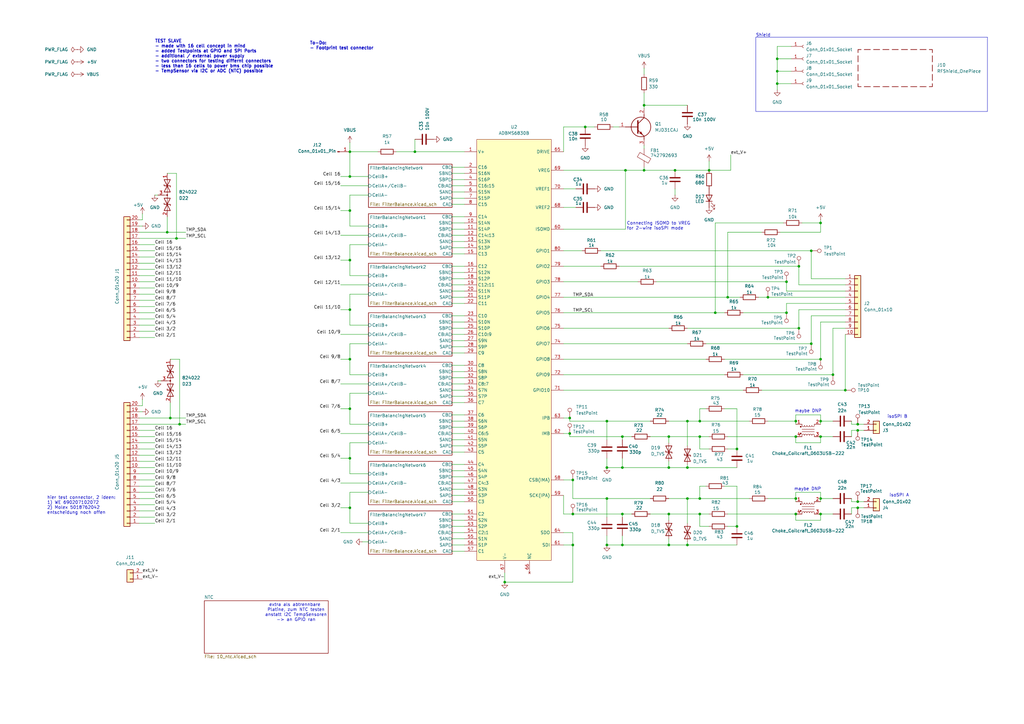
<source format=kicad_sch>
(kicad_sch
	(version 20231120)
	(generator "eeschema")
	(generator_version "8.0")
	(uuid "64eac9c4-e018-49db-b598-a7107a0db15b")
	(paper "A3")
	(lib_symbols
		(symbol "ADBMS6830B_lang:ADBMS6830B_Tall"
			(exclude_from_sim no)
			(in_bom yes)
			(on_board yes)
			(property "Reference" "U"
				(at 0 1.27 0)
				(effects
					(font
						(size 1.27 1.27)
					)
				)
			)
			(property "Value" "ADBMS6830B"
				(at 0 -1.27 0)
				(effects
					(font
						(size 1.27 1.27)
					)
				)
			)
			(property "Footprint" "ADBMS6830:QFP-80_12x12_Pitch0.5mm"
				(at -48.26 53.34 0)
				(effects
					(font
						(size 1.27 1.27)
					)
					(hide yes)
				)
			)
			(property "Datasheet" "~/ADBMS6830B_ADI.pdf"
				(at -48.26 53.34 0)
				(effects
					(font
						(size 1.27 1.27)
					)
					(hide yes)
				)
			)
			(property "Description" ""
				(at 0 0 0)
				(effects
					(font
						(size 1.27 1.27)
					)
					(hide yes)
				)
			)
			(symbol "ADBMS6830B_Tall_1_0"
				(pin input line
					(at -20.32 46.99 0)
					(length 5)
					(name "C14:13"
						(effects
							(font
								(size 1.27 1.27)
							)
						)
					)
					(number "12"
						(effects
							(font
								(size 1.27 1.27)
							)
						)
					)
				)
				(pin input line
					(at -20.32 6.35 0)
					(length 5)
					(name "C10:9"
						(effects
							(font
								(size 1.27 1.27)
							)
						)
					)
					(number "26"
						(effects
							(font
								(size 1.27 1.27)
							)
						)
					)
				)
				(pin input line
					(at -20.32 -13.97 0)
					(length 5)
					(name "C8:7"
						(effects
							(font
								(size 1.27 1.27)
							)
						)
					)
					(number "33"
						(effects
							(font
								(size 1.27 1.27)
							)
						)
					)
				)
				(pin input line
					(at -20.32 -34.29 0)
					(length 5)
					(name "C6:5"
						(effects
							(font
								(size 1.27 1.27)
							)
						)
					)
					(number "40"
						(effects
							(font
								(size 1.27 1.27)
							)
						)
					)
				)
				(pin input line
					(at -20.32 -54.61 0)
					(length 5)
					(name "C4:3"
						(effects
							(font
								(size 1.27 1.27)
							)
						)
					)
					(number "47"
						(effects
							(font
								(size 1.27 1.27)
							)
						)
					)
				)
				(pin input line
					(at -20.32 -74.93 0)
					(length 5)
					(name "C2:1"
						(effects
							(font
								(size 1.27 1.27)
							)
						)
					)
					(number "54"
						(effects
							(font
								(size 1.27 1.27)
							)
						)
					)
				)
				(pin no_connect line
					(at 6.35 -91.44 90)
					(length 5)
					(name "NC"
						(effects
							(font
								(size 1.27 1.27)
							)
						)
					)
					(number "66"
						(effects
							(font
								(size 1.27 1.27)
							)
						)
					)
				)
				(pin bidirectional line
					(at 20.32 -16.51 180)
					(length 5)
					(name "GPIO10"
						(effects
							(font
								(size 1.27 1.27)
							)
						)
					)
					(number "71"
						(effects
							(font
								(size 1.27 1.27)
							)
						)
					)
				)
			)
			(symbol "ADBMS6830B_Tall_1_1"
				(rectangle
					(start -15.24 86.36)
					(end 15.24 -86.36)
					(stroke
						(width 0)
						(type default)
					)
					(fill
						(type background)
					)
				)
				(pin power_out line
					(at -20.32 81.28 0)
					(length 5)
					(name "V+"
						(effects
							(font
								(size 1.27 1.27)
							)
						)
					)
					(number "1"
						(effects
							(font
								(size 1.27 1.27)
							)
						)
					)
				)
				(pin input line
					(at -20.32 52.07 0)
					(length 5)
					(name "S14N"
						(effects
							(font
								(size 1.27 1.27)
							)
						)
					)
					(number "10"
						(effects
							(font
								(size 1.27 1.27)
							)
						)
					)
				)
				(pin input line
					(at -20.32 49.53 0)
					(length 5)
					(name "S14P"
						(effects
							(font
								(size 1.27 1.27)
							)
						)
					)
					(number "11"
						(effects
							(font
								(size 1.27 1.27)
							)
						)
					)
				)
				(pin input line
					(at -20.32 44.45 0)
					(length 5)
					(name "S13N"
						(effects
							(font
								(size 1.27 1.27)
							)
						)
					)
					(number "13"
						(effects
							(font
								(size 1.27 1.27)
							)
						)
					)
				)
				(pin input line
					(at -20.32 41.91 0)
					(length 5)
					(name "S13P"
						(effects
							(font
								(size 1.27 1.27)
							)
						)
					)
					(number "14"
						(effects
							(font
								(size 1.27 1.27)
							)
						)
					)
				)
				(pin input line
					(at -20.32 39.37 0)
					(length 5)
					(name "C13"
						(effects
							(font
								(size 1.27 1.27)
							)
						)
					)
					(number "15"
						(effects
							(font
								(size 1.27 1.27)
							)
						)
					)
				)
				(pin input line
					(at -20.32 34.29 0)
					(length 5)
					(name "C12"
						(effects
							(font
								(size 1.27 1.27)
							)
						)
					)
					(number "16"
						(effects
							(font
								(size 1.27 1.27)
							)
						)
					)
				)
				(pin input line
					(at -20.32 31.75 0)
					(length 5)
					(name "S12N"
						(effects
							(font
								(size 1.27 1.27)
							)
						)
					)
					(number "17"
						(effects
							(font
								(size 1.27 1.27)
							)
						)
					)
				)
				(pin input line
					(at -20.32 29.21 0)
					(length 5)
					(name "S12P"
						(effects
							(font
								(size 1.27 1.27)
							)
						)
					)
					(number "18"
						(effects
							(font
								(size 1.27 1.27)
							)
						)
					)
				)
				(pin input line
					(at -20.32 26.67 0)
					(length 5)
					(name "C12:11"
						(effects
							(font
								(size 1.27 1.27)
							)
						)
					)
					(number "19"
						(effects
							(font
								(size 1.27 1.27)
							)
						)
					)
				)
				(pin input line
					(at -20.32 74.93 0)
					(length 5)
					(name "C16"
						(effects
							(font
								(size 1.27 1.27)
							)
						)
					)
					(number "2"
						(effects
							(font
								(size 1.27 1.27)
							)
						)
					)
				)
				(pin input line
					(at -20.32 24.13 0)
					(length 5)
					(name "S11N"
						(effects
							(font
								(size 1.27 1.27)
							)
						)
					)
					(number "20"
						(effects
							(font
								(size 1.27 1.27)
							)
						)
					)
				)
				(pin input line
					(at -20.32 21.59 0)
					(length 5)
					(name "S11P"
						(effects
							(font
								(size 1.27 1.27)
							)
						)
					)
					(number "21"
						(effects
							(font
								(size 1.27 1.27)
							)
						)
					)
				)
				(pin input line
					(at -20.32 19.05 0)
					(length 5)
					(name "C11"
						(effects
							(font
								(size 1.27 1.27)
							)
						)
					)
					(number "22"
						(effects
							(font
								(size 1.27 1.27)
							)
						)
					)
				)
				(pin input line
					(at -20.32 13.97 0)
					(length 5)
					(name "C10"
						(effects
							(font
								(size 1.27 1.27)
							)
						)
					)
					(number "23"
						(effects
							(font
								(size 1.27 1.27)
							)
						)
					)
				)
				(pin input line
					(at -20.32 11.43 0)
					(length 5)
					(name "S10N"
						(effects
							(font
								(size 1.27 1.27)
							)
						)
					)
					(number "24"
						(effects
							(font
								(size 1.27 1.27)
							)
						)
					)
				)
				(pin input line
					(at -20.32 8.89 0)
					(length 5)
					(name "S10P"
						(effects
							(font
								(size 1.27 1.27)
							)
						)
					)
					(number "25"
						(effects
							(font
								(size 1.27 1.27)
							)
						)
					)
				)
				(pin input line
					(at -20.32 3.81 0)
					(length 5)
					(name "S9N"
						(effects
							(font
								(size 1.27 1.27)
							)
						)
					)
					(number "27"
						(effects
							(font
								(size 1.27 1.27)
							)
						)
					)
				)
				(pin input line
					(at -20.32 1.27 0)
					(length 5)
					(name "S9P"
						(effects
							(font
								(size 1.27 1.27)
							)
						)
					)
					(number "28"
						(effects
							(font
								(size 1.27 1.27)
							)
						)
					)
				)
				(pin input line
					(at -20.32 -1.27 0)
					(length 5)
					(name "C9"
						(effects
							(font
								(size 1.27 1.27)
							)
						)
					)
					(number "29"
						(effects
							(font
								(size 1.27 1.27)
							)
						)
					)
				)
				(pin input line
					(at -20.32 72.39 0)
					(length 5)
					(name "S16N"
						(effects
							(font
								(size 1.27 1.27)
							)
						)
					)
					(number "3"
						(effects
							(font
								(size 1.27 1.27)
							)
						)
					)
				)
				(pin input line
					(at -20.32 -6.35 0)
					(length 5)
					(name "C8"
						(effects
							(font
								(size 1.27 1.27)
							)
						)
					)
					(number "30"
						(effects
							(font
								(size 1.27 1.27)
							)
						)
					)
				)
				(pin input line
					(at -20.32 -8.89 0)
					(length 5)
					(name "S8N"
						(effects
							(font
								(size 1.27 1.27)
							)
						)
					)
					(number "31"
						(effects
							(font
								(size 1.27 1.27)
							)
						)
					)
				)
				(pin input line
					(at -20.32 -11.43 0)
					(length 5)
					(name "S8P"
						(effects
							(font
								(size 1.27 1.27)
							)
						)
					)
					(number "32"
						(effects
							(font
								(size 1.27 1.27)
							)
						)
					)
				)
				(pin input line
					(at -20.32 -16.51 0)
					(length 5)
					(name "S7N"
						(effects
							(font
								(size 1.27 1.27)
							)
						)
					)
					(number "34"
						(effects
							(font
								(size 1.27 1.27)
							)
						)
					)
				)
				(pin input line
					(at -20.32 -19.05 0)
					(length 5)
					(name "S7P"
						(effects
							(font
								(size 1.27 1.27)
							)
						)
					)
					(number "35"
						(effects
							(font
								(size 1.27 1.27)
							)
						)
					)
				)
				(pin input line
					(at -20.32 -21.59 0)
					(length 5)
					(name "C7"
						(effects
							(font
								(size 1.27 1.27)
							)
						)
					)
					(number "36"
						(effects
							(font
								(size 1.27 1.27)
							)
						)
					)
				)
				(pin input line
					(at -20.32 -26.67 0)
					(length 5)
					(name "C6"
						(effects
							(font
								(size 1.27 1.27)
							)
						)
					)
					(number "37"
						(effects
							(font
								(size 1.27 1.27)
							)
						)
					)
				)
				(pin input line
					(at -20.32 -29.21 0)
					(length 5)
					(name "S6N"
						(effects
							(font
								(size 1.27 1.27)
							)
						)
					)
					(number "38"
						(effects
							(font
								(size 1.27 1.27)
							)
						)
					)
				)
				(pin input line
					(at -20.32 -31.75 0)
					(length 5)
					(name "S6P"
						(effects
							(font
								(size 1.27 1.27)
							)
						)
					)
					(number "39"
						(effects
							(font
								(size 1.27 1.27)
							)
						)
					)
				)
				(pin input line
					(at -20.32 69.85 0)
					(length 5)
					(name "S16P"
						(effects
							(font
								(size 1.27 1.27)
							)
						)
					)
					(number "4"
						(effects
							(font
								(size 1.27 1.27)
							)
						)
					)
				)
				(pin input line
					(at -20.32 -36.83 0)
					(length 5)
					(name "S5N"
						(effects
							(font
								(size 1.27 1.27)
							)
						)
					)
					(number "41"
						(effects
							(font
								(size 1.27 1.27)
							)
						)
					)
				)
				(pin input line
					(at -20.32 -39.37 0)
					(length 5)
					(name "S5P"
						(effects
							(font
								(size 1.27 1.27)
							)
						)
					)
					(number "42"
						(effects
							(font
								(size 1.27 1.27)
							)
						)
					)
				)
				(pin input line
					(at -20.32 -41.91 0)
					(length 5)
					(name "C5"
						(effects
							(font
								(size 1.27 1.27)
							)
						)
					)
					(number "43"
						(effects
							(font
								(size 1.27 1.27)
							)
						)
					)
				)
				(pin input line
					(at -20.32 -46.99 0)
					(length 5)
					(name "C4"
						(effects
							(font
								(size 1.27 1.27)
							)
						)
					)
					(number "44"
						(effects
							(font
								(size 1.27 1.27)
							)
						)
					)
				)
				(pin input line
					(at -20.32 -49.53 0)
					(length 5)
					(name "S4N"
						(effects
							(font
								(size 1.27 1.27)
							)
						)
					)
					(number "45"
						(effects
							(font
								(size 1.27 1.27)
							)
						)
					)
				)
				(pin input line
					(at -20.32 -52.07 0)
					(length 5)
					(name "S4P"
						(effects
							(font
								(size 1.27 1.27)
							)
						)
					)
					(number "46"
						(effects
							(font
								(size 1.27 1.27)
							)
						)
					)
				)
				(pin input line
					(at -20.32 -57.15 0)
					(length 5)
					(name "S3N"
						(effects
							(font
								(size 1.27 1.27)
							)
						)
					)
					(number "48"
						(effects
							(font
								(size 1.27 1.27)
							)
						)
					)
				)
				(pin input line
					(at -20.32 -59.69 0)
					(length 5)
					(name "S3P"
						(effects
							(font
								(size 1.27 1.27)
							)
						)
					)
					(number "49"
						(effects
							(font
								(size 1.27 1.27)
							)
						)
					)
				)
				(pin input line
					(at -20.32 67.31 0)
					(length 5)
					(name "C16:15"
						(effects
							(font
								(size 1.27 1.27)
							)
						)
					)
					(number "5"
						(effects
							(font
								(size 1.27 1.27)
							)
						)
					)
				)
				(pin input line
					(at -20.32 -62.23 0)
					(length 5)
					(name "C3"
						(effects
							(font
								(size 1.27 1.27)
							)
						)
					)
					(number "50"
						(effects
							(font
								(size 1.27 1.27)
							)
						)
					)
				)
				(pin input line
					(at -20.32 -67.31 0)
					(length 5)
					(name "C2"
						(effects
							(font
								(size 1.27 1.27)
							)
						)
					)
					(number "51"
						(effects
							(font
								(size 1.27 1.27)
							)
						)
					)
				)
				(pin input line
					(at -20.32 -69.85 0)
					(length 5)
					(name "S2N"
						(effects
							(font
								(size 1.27 1.27)
							)
						)
					)
					(number "52"
						(effects
							(font
								(size 1.27 1.27)
							)
						)
					)
				)
				(pin input line
					(at -20.32 -72.39 0)
					(length 5)
					(name "S2P"
						(effects
							(font
								(size 1.27 1.27)
							)
						)
					)
					(number "53"
						(effects
							(font
								(size 1.27 1.27)
							)
						)
					)
				)
				(pin input line
					(at -20.32 -77.47 0)
					(length 5)
					(name "S1N"
						(effects
							(font
								(size 1.27 1.27)
							)
						)
					)
					(number "55"
						(effects
							(font
								(size 1.27 1.27)
							)
						)
					)
				)
				(pin input line
					(at -20.32 -80.01 0)
					(length 5)
					(name "S1P"
						(effects
							(font
								(size 1.27 1.27)
							)
						)
					)
					(number "56"
						(effects
							(font
								(size 1.27 1.27)
							)
						)
					)
				)
				(pin input line
					(at -20.32 -82.55 0)
					(length 5)
					(name "C1"
						(effects
							(font
								(size 1.27 1.27)
							)
						)
					)
					(number "57"
						(effects
							(font
								(size 1.27 1.27)
							)
						)
					)
				)
				(pin bidirectional line
					(at 20.32 -53.34 180)
					(length 5)
					(name "CSB(IMA)"
						(effects
							(font
								(size 1.27 1.27)
							)
						)
					)
					(number "58"
						(effects
							(font
								(size 1.27 1.27)
							)
						)
					)
				)
				(pin bidirectional line
					(at 20.32 -59.69 180)
					(length 5)
					(name "SCK(IPA)"
						(effects
							(font
								(size 1.27 1.27)
							)
						)
					)
					(number "59"
						(effects
							(font
								(size 1.27 1.27)
							)
						)
					)
				)
				(pin input line
					(at -20.32 64.77 0)
					(length 5)
					(name "S15N"
						(effects
							(font
								(size 1.27 1.27)
							)
						)
					)
					(number "6"
						(effects
							(font
								(size 1.27 1.27)
							)
						)
					)
				)
				(pin bidirectional line
					(at 20.32 49.53 180)
					(length 5)
					(name "ISOMD"
						(effects
							(font
								(size 1.27 1.27)
							)
						)
					)
					(number "60"
						(effects
							(font
								(size 1.27 1.27)
							)
						)
					)
				)
				(pin bidirectional line
					(at 20.32 -80.01 180)
					(length 5)
					(name "SDI"
						(effects
							(font
								(size 1.27 1.27)
							)
						)
					)
					(number "61"
						(effects
							(font
								(size 1.27 1.27)
							)
						)
					)
				)
				(pin bidirectional line
					(at 20.32 -34.29 180)
					(length 5)
					(name "IMB"
						(effects
							(font
								(size 1.27 1.27)
							)
						)
					)
					(number "62"
						(effects
							(font
								(size 1.27 1.27)
							)
						)
					)
				)
				(pin bidirectional line
					(at 20.32 -27.94 180)
					(length 5)
					(name "IPB"
						(effects
							(font
								(size 1.27 1.27)
							)
						)
					)
					(number "63"
						(effects
							(font
								(size 1.27 1.27)
							)
						)
					)
				)
				(pin bidirectional line
					(at 20.32 -74.93 180)
					(length 5)
					(name "SDO"
						(effects
							(font
								(size 1.27 1.27)
							)
						)
					)
					(number "64"
						(effects
							(font
								(size 1.27 1.27)
							)
						)
					)
				)
				(pin bidirectional line
					(at 20.32 81.28 180)
					(length 5)
					(name "DRIVE"
						(effects
							(font
								(size 1.27 1.27)
							)
						)
					)
					(number "65"
						(effects
							(font
								(size 1.27 1.27)
							)
						)
					)
				)
				(pin input line
					(at -3.81 -91.44 90)
					(length 5)
					(name "V-"
						(effects
							(font
								(size 1.27 1.27)
							)
						)
					)
					(number "67"
						(effects
							(font
								(size 1.27 1.27)
							)
						)
					)
				)
				(pin power_out line
					(at 20.32 58.42 180)
					(length 5)
					(name "VREF2"
						(effects
							(font
								(size 1.27 1.27)
							)
						)
					)
					(number "68"
						(effects
							(font
								(size 1.27 1.27)
							)
						)
					)
				)
				(pin input line
					(at 20.32 73.66 180)
					(length 5)
					(name "VREG"
						(effects
							(font
								(size 1.27 1.27)
							)
						)
					)
					(number "69"
						(effects
							(font
								(size 1.27 1.27)
							)
						)
					)
				)
				(pin input line
					(at -20.32 62.23 0)
					(length 5)
					(name "S15P"
						(effects
							(font
								(size 1.27 1.27)
							)
						)
					)
					(number "7"
						(effects
							(font
								(size 1.27 1.27)
							)
						)
					)
				)
				(pin power_out line
					(at 20.32 66.04 180)
					(length 5)
					(name "VREF1"
						(effects
							(font
								(size 1.27 1.27)
							)
						)
					)
					(number "70"
						(effects
							(font
								(size 1.27 1.27)
							)
						)
					)
				)
				(pin bidirectional line
					(at 20.32 -10.16 180)
					(length 5)
					(name "GPIO9"
						(effects
							(font
								(size 1.27 1.27)
							)
						)
					)
					(number "72"
						(effects
							(font
								(size 1.27 1.27)
							)
						)
					)
				)
				(pin bidirectional line
					(at 20.32 -3.81 180)
					(length 5)
					(name "GPIO8"
						(effects
							(font
								(size 1.27 1.27)
							)
						)
					)
					(number "73"
						(effects
							(font
								(size 1.27 1.27)
							)
						)
					)
				)
				(pin bidirectional line
					(at 20.32 2.54 180)
					(length 5)
					(name "GPIO7"
						(effects
							(font
								(size 1.27 1.27)
							)
						)
					)
					(number "74"
						(effects
							(font
								(size 1.27 1.27)
							)
						)
					)
				)
				(pin bidirectional line
					(at 20.32 8.89 180)
					(length 5)
					(name "GPIO6"
						(effects
							(font
								(size 1.27 1.27)
							)
						)
					)
					(number "75"
						(effects
							(font
								(size 1.27 1.27)
							)
						)
					)
				)
				(pin bidirectional line
					(at 20.32 15.24 180)
					(length 5)
					(name "GPIO5"
						(effects
							(font
								(size 1.27 1.27)
							)
						)
					)
					(number "76"
						(effects
							(font
								(size 1.27 1.27)
							)
						)
					)
				)
				(pin bidirectional line
					(at 20.32 21.59 180)
					(length 5)
					(name "GPIO4"
						(effects
							(font
								(size 1.27 1.27)
							)
						)
					)
					(number "77"
						(effects
							(font
								(size 1.27 1.27)
							)
						)
					)
				)
				(pin bidirectional line
					(at 20.32 27.94 180)
					(length 5)
					(name "GPIO3"
						(effects
							(font
								(size 1.27 1.27)
							)
						)
					)
					(number "78"
						(effects
							(font
								(size 1.27 1.27)
							)
						)
					)
				)
				(pin bidirectional line
					(at 20.32 34.29 180)
					(length 5)
					(name "GPIO2"
						(effects
							(font
								(size 1.27 1.27)
							)
						)
					)
					(number "79"
						(effects
							(font
								(size 1.27 1.27)
							)
						)
					)
				)
				(pin input line
					(at -20.32 59.69 0)
					(length 5)
					(name "C15"
						(effects
							(font
								(size 1.27 1.27)
							)
						)
					)
					(number "8"
						(effects
							(font
								(size 1.27 1.27)
							)
						)
					)
				)
				(pin bidirectional line
					(at 20.32 40.64 180)
					(length 5)
					(name "GPIO1"
						(effects
							(font
								(size 1.27 1.27)
							)
						)
					)
					(number "80"
						(effects
							(font
								(size 1.27 1.27)
							)
						)
					)
				)
				(pin input line
					(at -20.32 54.61 0)
					(length 5)
					(name "C14"
						(effects
							(font
								(size 1.27 1.27)
							)
						)
					)
					(number "9"
						(effects
							(font
								(size 1.27 1.27)
							)
						)
					)
				)
			)
		)
		(symbol "Connector:Conn_01x01_Pin"
			(pin_names
				(offset 1.016) hide)
			(exclude_from_sim no)
			(in_bom yes)
			(on_board yes)
			(property "Reference" "J"
				(at 0 2.54 0)
				(effects
					(font
						(size 1.27 1.27)
					)
				)
			)
			(property "Value" "Conn_01x01_Pin"
				(at 0 -2.54 0)
				(effects
					(font
						(size 1.27 1.27)
					)
				)
			)
			(property "Footprint" ""
				(at 0 0 0)
				(effects
					(font
						(size 1.27 1.27)
					)
					(hide yes)
				)
			)
			(property "Datasheet" "~"
				(at 0 0 0)
				(effects
					(font
						(size 1.27 1.27)
					)
					(hide yes)
				)
			)
			(property "Description" "Generic connector, single row, 01x01, script generated"
				(at 0 0 0)
				(effects
					(font
						(size 1.27 1.27)
					)
					(hide yes)
				)
			)
			(property "ki_locked" ""
				(at 0 0 0)
				(effects
					(font
						(size 1.27 1.27)
					)
				)
			)
			(property "ki_keywords" "connector"
				(at 0 0 0)
				(effects
					(font
						(size 1.27 1.27)
					)
					(hide yes)
				)
			)
			(property "ki_fp_filters" "Connector*:*_1x??_*"
				(at 0 0 0)
				(effects
					(font
						(size 1.27 1.27)
					)
					(hide yes)
				)
			)
			(symbol "Conn_01x01_Pin_1_1"
				(polyline
					(pts
						(xy 1.27 0) (xy 0.8636 0)
					)
					(stroke
						(width 0.1524)
						(type default)
					)
					(fill
						(type none)
					)
				)
				(rectangle
					(start 0.8636 0.127)
					(end 0 -0.127)
					(stroke
						(width 0.1524)
						(type default)
					)
					(fill
						(type outline)
					)
				)
				(pin passive line
					(at 5.08 0 180)
					(length 3.81)
					(name "Pin_1"
						(effects
							(font
								(size 1.27 1.27)
							)
						)
					)
					(number "1"
						(effects
							(font
								(size 1.27 1.27)
							)
						)
					)
				)
			)
		)
		(symbol "Connector:Conn_01x01_Socket"
			(pin_names
				(offset 1.016) hide)
			(exclude_from_sim no)
			(in_bom yes)
			(on_board yes)
			(property "Reference" "J"
				(at 0 2.54 0)
				(effects
					(font
						(size 1.27 1.27)
					)
				)
			)
			(property "Value" "Conn_01x01_Socket"
				(at 0 -2.54 0)
				(effects
					(font
						(size 1.27 1.27)
					)
				)
			)
			(property "Footprint" ""
				(at 0 0 0)
				(effects
					(font
						(size 1.27 1.27)
					)
					(hide yes)
				)
			)
			(property "Datasheet" "~"
				(at 0 0 0)
				(effects
					(font
						(size 1.27 1.27)
					)
					(hide yes)
				)
			)
			(property "Description" "Generic connector, single row, 01x01, script generated"
				(at 0 0 0)
				(effects
					(font
						(size 1.27 1.27)
					)
					(hide yes)
				)
			)
			(property "ki_locked" ""
				(at 0 0 0)
				(effects
					(font
						(size 1.27 1.27)
					)
				)
			)
			(property "ki_keywords" "connector"
				(at 0 0 0)
				(effects
					(font
						(size 1.27 1.27)
					)
					(hide yes)
				)
			)
			(property "ki_fp_filters" "Connector*:*_1x??_*"
				(at 0 0 0)
				(effects
					(font
						(size 1.27 1.27)
					)
					(hide yes)
				)
			)
			(symbol "Conn_01x01_Socket_1_1"
				(polyline
					(pts
						(xy -1.27 0) (xy -0.508 0)
					)
					(stroke
						(width 0.1524)
						(type default)
					)
					(fill
						(type none)
					)
				)
				(arc
					(start 0 0.508)
					(mid -0.5058 0)
					(end 0 -0.508)
					(stroke
						(width 0.1524)
						(type default)
					)
					(fill
						(type none)
					)
				)
				(pin passive line
					(at -5.08 0 0)
					(length 3.81)
					(name "Pin_1"
						(effects
							(font
								(size 1.27 1.27)
							)
						)
					)
					(number "1"
						(effects
							(font
								(size 1.27 1.27)
							)
						)
					)
				)
			)
		)
		(symbol "Connector:TestPoint"
			(pin_numbers hide)
			(pin_names
				(offset 0.762) hide)
			(exclude_from_sim no)
			(in_bom yes)
			(on_board yes)
			(property "Reference" "TP"
				(at 0 6.858 0)
				(effects
					(font
						(size 1.27 1.27)
					)
				)
			)
			(property "Value" "TestPoint"
				(at 0 5.08 0)
				(effects
					(font
						(size 1.27 1.27)
					)
				)
			)
			(property "Footprint" ""
				(at 5.08 0 0)
				(effects
					(font
						(size 1.27 1.27)
					)
					(hide yes)
				)
			)
			(property "Datasheet" "~"
				(at 5.08 0 0)
				(effects
					(font
						(size 1.27 1.27)
					)
					(hide yes)
				)
			)
			(property "Description" "test point"
				(at 0 0 0)
				(effects
					(font
						(size 1.27 1.27)
					)
					(hide yes)
				)
			)
			(property "ki_keywords" "test point tp"
				(at 0 0 0)
				(effects
					(font
						(size 1.27 1.27)
					)
					(hide yes)
				)
			)
			(property "ki_fp_filters" "Pin* Test*"
				(at 0 0 0)
				(effects
					(font
						(size 1.27 1.27)
					)
					(hide yes)
				)
			)
			(symbol "TestPoint_0_1"
				(circle
					(center 0 3.302)
					(radius 0.762)
					(stroke
						(width 0)
						(type default)
					)
					(fill
						(type none)
					)
				)
			)
			(symbol "TestPoint_1_1"
				(pin passive line
					(at 0 0 90)
					(length 2.54)
					(name "1"
						(effects
							(font
								(size 1.27 1.27)
							)
						)
					)
					(number "1"
						(effects
							(font
								(size 1.27 1.27)
							)
						)
					)
				)
			)
		)
		(symbol "Connector_Generic:Conn_01x02"
			(pin_names
				(offset 1.016) hide)
			(exclude_from_sim no)
			(in_bom yes)
			(on_board yes)
			(property "Reference" "J"
				(at 0 2.54 0)
				(effects
					(font
						(size 1.27 1.27)
					)
				)
			)
			(property "Value" "Conn_01x02"
				(at 0 -5.08 0)
				(effects
					(font
						(size 1.27 1.27)
					)
				)
			)
			(property "Footprint" ""
				(at 0 0 0)
				(effects
					(font
						(size 1.27 1.27)
					)
					(hide yes)
				)
			)
			(property "Datasheet" "~"
				(at 0 0 0)
				(effects
					(font
						(size 1.27 1.27)
					)
					(hide yes)
				)
			)
			(property "Description" "Generic connector, single row, 01x02, script generated (kicad-library-utils/schlib/autogen/connector/)"
				(at 0 0 0)
				(effects
					(font
						(size 1.27 1.27)
					)
					(hide yes)
				)
			)
			(property "ki_keywords" "connector"
				(at 0 0 0)
				(effects
					(font
						(size 1.27 1.27)
					)
					(hide yes)
				)
			)
			(property "ki_fp_filters" "Connector*:*_1x??_*"
				(at 0 0 0)
				(effects
					(font
						(size 1.27 1.27)
					)
					(hide yes)
				)
			)
			(symbol "Conn_01x02_1_1"
				(rectangle
					(start -1.27 -2.413)
					(end 0 -2.667)
					(stroke
						(width 0.1524)
						(type default)
					)
					(fill
						(type none)
					)
				)
				(rectangle
					(start -1.27 0.127)
					(end 0 -0.127)
					(stroke
						(width 0.1524)
						(type default)
					)
					(fill
						(type none)
					)
				)
				(rectangle
					(start -1.27 1.27)
					(end 1.27 -3.81)
					(stroke
						(width 0.254)
						(type default)
					)
					(fill
						(type background)
					)
				)
				(pin passive line
					(at -5.08 0 0)
					(length 3.81)
					(name "Pin_1"
						(effects
							(font
								(size 1.27 1.27)
							)
						)
					)
					(number "1"
						(effects
							(font
								(size 1.27 1.27)
							)
						)
					)
				)
				(pin passive line
					(at -5.08 -2.54 0)
					(length 3.81)
					(name "Pin_2"
						(effects
							(font
								(size 1.27 1.27)
							)
						)
					)
					(number "2"
						(effects
							(font
								(size 1.27 1.27)
							)
						)
					)
				)
			)
		)
		(symbol "Connector_Generic:Conn_01x10"
			(pin_names
				(offset 1.016) hide)
			(exclude_from_sim no)
			(in_bom yes)
			(on_board yes)
			(property "Reference" "J"
				(at 0 12.7 0)
				(effects
					(font
						(size 1.27 1.27)
					)
				)
			)
			(property "Value" "Conn_01x10"
				(at 0 -15.24 0)
				(effects
					(font
						(size 1.27 1.27)
					)
				)
			)
			(property "Footprint" ""
				(at 0 0 0)
				(effects
					(font
						(size 1.27 1.27)
					)
					(hide yes)
				)
			)
			(property "Datasheet" "~"
				(at 0 0 0)
				(effects
					(font
						(size 1.27 1.27)
					)
					(hide yes)
				)
			)
			(property "Description" "Generic connector, single row, 01x10, script generated (kicad-library-utils/schlib/autogen/connector/)"
				(at 0 0 0)
				(effects
					(font
						(size 1.27 1.27)
					)
					(hide yes)
				)
			)
			(property "ki_keywords" "connector"
				(at 0 0 0)
				(effects
					(font
						(size 1.27 1.27)
					)
					(hide yes)
				)
			)
			(property "ki_fp_filters" "Connector*:*_1x??_*"
				(at 0 0 0)
				(effects
					(font
						(size 1.27 1.27)
					)
					(hide yes)
				)
			)
			(symbol "Conn_01x10_1_1"
				(rectangle
					(start -1.27 -12.573)
					(end 0 -12.827)
					(stroke
						(width 0.1524)
						(type default)
					)
					(fill
						(type none)
					)
				)
				(rectangle
					(start -1.27 -10.033)
					(end 0 -10.287)
					(stroke
						(width 0.1524)
						(type default)
					)
					(fill
						(type none)
					)
				)
				(rectangle
					(start -1.27 -7.493)
					(end 0 -7.747)
					(stroke
						(width 0.1524)
						(type default)
					)
					(fill
						(type none)
					)
				)
				(rectangle
					(start -1.27 -4.953)
					(end 0 -5.207)
					(stroke
						(width 0.1524)
						(type default)
					)
					(fill
						(type none)
					)
				)
				(rectangle
					(start -1.27 -2.413)
					(end 0 -2.667)
					(stroke
						(width 0.1524)
						(type default)
					)
					(fill
						(type none)
					)
				)
				(rectangle
					(start -1.27 0.127)
					(end 0 -0.127)
					(stroke
						(width 0.1524)
						(type default)
					)
					(fill
						(type none)
					)
				)
				(rectangle
					(start -1.27 2.667)
					(end 0 2.413)
					(stroke
						(width 0.1524)
						(type default)
					)
					(fill
						(type none)
					)
				)
				(rectangle
					(start -1.27 5.207)
					(end 0 4.953)
					(stroke
						(width 0.1524)
						(type default)
					)
					(fill
						(type none)
					)
				)
				(rectangle
					(start -1.27 7.747)
					(end 0 7.493)
					(stroke
						(width 0.1524)
						(type default)
					)
					(fill
						(type none)
					)
				)
				(rectangle
					(start -1.27 10.287)
					(end 0 10.033)
					(stroke
						(width 0.1524)
						(type default)
					)
					(fill
						(type none)
					)
				)
				(rectangle
					(start -1.27 11.43)
					(end 1.27 -13.97)
					(stroke
						(width 0.254)
						(type default)
					)
					(fill
						(type background)
					)
				)
				(pin passive line
					(at -5.08 10.16 0)
					(length 3.81)
					(name "Pin_1"
						(effects
							(font
								(size 1.27 1.27)
							)
						)
					)
					(number "1"
						(effects
							(font
								(size 1.27 1.27)
							)
						)
					)
				)
				(pin passive line
					(at -5.08 -12.7 0)
					(length 3.81)
					(name "Pin_10"
						(effects
							(font
								(size 1.27 1.27)
							)
						)
					)
					(number "10"
						(effects
							(font
								(size 1.27 1.27)
							)
						)
					)
				)
				(pin passive line
					(at -5.08 7.62 0)
					(length 3.81)
					(name "Pin_2"
						(effects
							(font
								(size 1.27 1.27)
							)
						)
					)
					(number "2"
						(effects
							(font
								(size 1.27 1.27)
							)
						)
					)
				)
				(pin passive line
					(at -5.08 5.08 0)
					(length 3.81)
					(name "Pin_3"
						(effects
							(font
								(size 1.27 1.27)
							)
						)
					)
					(number "3"
						(effects
							(font
								(size 1.27 1.27)
							)
						)
					)
				)
				(pin passive line
					(at -5.08 2.54 0)
					(length 3.81)
					(name "Pin_4"
						(effects
							(font
								(size 1.27 1.27)
							)
						)
					)
					(number "4"
						(effects
							(font
								(size 1.27 1.27)
							)
						)
					)
				)
				(pin passive line
					(at -5.08 0 0)
					(length 3.81)
					(name "Pin_5"
						(effects
							(font
								(size 1.27 1.27)
							)
						)
					)
					(number "5"
						(effects
							(font
								(size 1.27 1.27)
							)
						)
					)
				)
				(pin passive line
					(at -5.08 -2.54 0)
					(length 3.81)
					(name "Pin_6"
						(effects
							(font
								(size 1.27 1.27)
							)
						)
					)
					(number "6"
						(effects
							(font
								(size 1.27 1.27)
							)
						)
					)
				)
				(pin passive line
					(at -5.08 -5.08 0)
					(length 3.81)
					(name "Pin_7"
						(effects
							(font
								(size 1.27 1.27)
							)
						)
					)
					(number "7"
						(effects
							(font
								(size 1.27 1.27)
							)
						)
					)
				)
				(pin passive line
					(at -5.08 -7.62 0)
					(length 3.81)
					(name "Pin_8"
						(effects
							(font
								(size 1.27 1.27)
							)
						)
					)
					(number "8"
						(effects
							(font
								(size 1.27 1.27)
							)
						)
					)
				)
				(pin passive line
					(at -5.08 -10.16 0)
					(length 3.81)
					(name "Pin_9"
						(effects
							(font
								(size 1.27 1.27)
							)
						)
					)
					(number "9"
						(effects
							(font
								(size 1.27 1.27)
							)
						)
					)
				)
			)
		)
		(symbol "Connector_Generic:Conn_01x20"
			(pin_names
				(offset 1.016) hide)
			(exclude_from_sim no)
			(in_bom yes)
			(on_board yes)
			(property "Reference" "J"
				(at 0 25.4 0)
				(effects
					(font
						(size 1.27 1.27)
					)
				)
			)
			(property "Value" "Conn_01x20"
				(at 0 -27.94 0)
				(effects
					(font
						(size 1.27 1.27)
					)
				)
			)
			(property "Footprint" ""
				(at 0 0 0)
				(effects
					(font
						(size 1.27 1.27)
					)
					(hide yes)
				)
			)
			(property "Datasheet" "~"
				(at 0 0 0)
				(effects
					(font
						(size 1.27 1.27)
					)
					(hide yes)
				)
			)
			(property "Description" "Generic connector, single row, 01x20, script generated (kicad-library-utils/schlib/autogen/connector/)"
				(at 0 0 0)
				(effects
					(font
						(size 1.27 1.27)
					)
					(hide yes)
				)
			)
			(property "ki_keywords" "connector"
				(at 0 0 0)
				(effects
					(font
						(size 1.27 1.27)
					)
					(hide yes)
				)
			)
			(property "ki_fp_filters" "Connector*:*_1x??_*"
				(at 0 0 0)
				(effects
					(font
						(size 1.27 1.27)
					)
					(hide yes)
				)
			)
			(symbol "Conn_01x20_1_1"
				(rectangle
					(start -1.27 -25.273)
					(end 0 -25.527)
					(stroke
						(width 0.1524)
						(type default)
					)
					(fill
						(type none)
					)
				)
				(rectangle
					(start -1.27 -22.733)
					(end 0 -22.987)
					(stroke
						(width 0.1524)
						(type default)
					)
					(fill
						(type none)
					)
				)
				(rectangle
					(start -1.27 -20.193)
					(end 0 -20.447)
					(stroke
						(width 0.1524)
						(type default)
					)
					(fill
						(type none)
					)
				)
				(rectangle
					(start -1.27 -17.653)
					(end 0 -17.907)
					(stroke
						(width 0.1524)
						(type default)
					)
					(fill
						(type none)
					)
				)
				(rectangle
					(start -1.27 -15.113)
					(end 0 -15.367)
					(stroke
						(width 0.1524)
						(type default)
					)
					(fill
						(type none)
					)
				)
				(rectangle
					(start -1.27 -12.573)
					(end 0 -12.827)
					(stroke
						(width 0.1524)
						(type default)
					)
					(fill
						(type none)
					)
				)
				(rectangle
					(start -1.27 -10.033)
					(end 0 -10.287)
					(stroke
						(width 0.1524)
						(type default)
					)
					(fill
						(type none)
					)
				)
				(rectangle
					(start -1.27 -7.493)
					(end 0 -7.747)
					(stroke
						(width 0.1524)
						(type default)
					)
					(fill
						(type none)
					)
				)
				(rectangle
					(start -1.27 -4.953)
					(end 0 -5.207)
					(stroke
						(width 0.1524)
						(type default)
					)
					(fill
						(type none)
					)
				)
				(rectangle
					(start -1.27 -2.413)
					(end 0 -2.667)
					(stroke
						(width 0.1524)
						(type default)
					)
					(fill
						(type none)
					)
				)
				(rectangle
					(start -1.27 0.127)
					(end 0 -0.127)
					(stroke
						(width 0.1524)
						(type default)
					)
					(fill
						(type none)
					)
				)
				(rectangle
					(start -1.27 2.667)
					(end 0 2.413)
					(stroke
						(width 0.1524)
						(type default)
					)
					(fill
						(type none)
					)
				)
				(rectangle
					(start -1.27 5.207)
					(end 0 4.953)
					(stroke
						(width 0.1524)
						(type default)
					)
					(fill
						(type none)
					)
				)
				(rectangle
					(start -1.27 7.747)
					(end 0 7.493)
					(stroke
						(width 0.1524)
						(type default)
					)
					(fill
						(type none)
					)
				)
				(rectangle
					(start -1.27 10.287)
					(end 0 10.033)
					(stroke
						(width 0.1524)
						(type default)
					)
					(fill
						(type none)
					)
				)
				(rectangle
					(start -1.27 12.827)
					(end 0 12.573)
					(stroke
						(width 0.1524)
						(type default)
					)
					(fill
						(type none)
					)
				)
				(rectangle
					(start -1.27 15.367)
					(end 0 15.113)
					(stroke
						(width 0.1524)
						(type default)
					)
					(fill
						(type none)
					)
				)
				(rectangle
					(start -1.27 17.907)
					(end 0 17.653)
					(stroke
						(width 0.1524)
						(type default)
					)
					(fill
						(type none)
					)
				)
				(rectangle
					(start -1.27 20.447)
					(end 0 20.193)
					(stroke
						(width 0.1524)
						(type default)
					)
					(fill
						(type none)
					)
				)
				(rectangle
					(start -1.27 22.987)
					(end 0 22.733)
					(stroke
						(width 0.1524)
						(type default)
					)
					(fill
						(type none)
					)
				)
				(rectangle
					(start -1.27 24.13)
					(end 1.27 -26.67)
					(stroke
						(width 0.254)
						(type default)
					)
					(fill
						(type background)
					)
				)
				(pin passive line
					(at -5.08 22.86 0)
					(length 3.81)
					(name "Pin_1"
						(effects
							(font
								(size 1.27 1.27)
							)
						)
					)
					(number "1"
						(effects
							(font
								(size 1.27 1.27)
							)
						)
					)
				)
				(pin passive line
					(at -5.08 0 0)
					(length 3.81)
					(name "Pin_10"
						(effects
							(font
								(size 1.27 1.27)
							)
						)
					)
					(number "10"
						(effects
							(font
								(size 1.27 1.27)
							)
						)
					)
				)
				(pin passive line
					(at -5.08 -2.54 0)
					(length 3.81)
					(name "Pin_11"
						(effects
							(font
								(size 1.27 1.27)
							)
						)
					)
					(number "11"
						(effects
							(font
								(size 1.27 1.27)
							)
						)
					)
				)
				(pin passive line
					(at -5.08 -5.08 0)
					(length 3.81)
					(name "Pin_12"
						(effects
							(font
								(size 1.27 1.27)
							)
						)
					)
					(number "12"
						(effects
							(font
								(size 1.27 1.27)
							)
						)
					)
				)
				(pin passive line
					(at -5.08 -7.62 0)
					(length 3.81)
					(name "Pin_13"
						(effects
							(font
								(size 1.27 1.27)
							)
						)
					)
					(number "13"
						(effects
							(font
								(size 1.27 1.27)
							)
						)
					)
				)
				(pin passive line
					(at -5.08 -10.16 0)
					(length 3.81)
					(name "Pin_14"
						(effects
							(font
								(size 1.27 1.27)
							)
						)
					)
					(number "14"
						(effects
							(font
								(size 1.27 1.27)
							)
						)
					)
				)
				(pin passive line
					(at -5.08 -12.7 0)
					(length 3.81)
					(name "Pin_15"
						(effects
							(font
								(size 1.27 1.27)
							)
						)
					)
					(number "15"
						(effects
							(font
								(size 1.27 1.27)
							)
						)
					)
				)
				(pin passive line
					(at -5.08 -15.24 0)
					(length 3.81)
					(name "Pin_16"
						(effects
							(font
								(size 1.27 1.27)
							)
						)
					)
					(number "16"
						(effects
							(font
								(size 1.27 1.27)
							)
						)
					)
				)
				(pin passive line
					(at -5.08 -17.78 0)
					(length 3.81)
					(name "Pin_17"
						(effects
							(font
								(size 1.27 1.27)
							)
						)
					)
					(number "17"
						(effects
							(font
								(size 1.27 1.27)
							)
						)
					)
				)
				(pin passive line
					(at -5.08 -20.32 0)
					(length 3.81)
					(name "Pin_18"
						(effects
							(font
								(size 1.27 1.27)
							)
						)
					)
					(number "18"
						(effects
							(font
								(size 1.27 1.27)
							)
						)
					)
				)
				(pin passive line
					(at -5.08 -22.86 0)
					(length 3.81)
					(name "Pin_19"
						(effects
							(font
								(size 1.27 1.27)
							)
						)
					)
					(number "19"
						(effects
							(font
								(size 1.27 1.27)
							)
						)
					)
				)
				(pin passive line
					(at -5.08 20.32 0)
					(length 3.81)
					(name "Pin_2"
						(effects
							(font
								(size 1.27 1.27)
							)
						)
					)
					(number "2"
						(effects
							(font
								(size 1.27 1.27)
							)
						)
					)
				)
				(pin passive line
					(at -5.08 -25.4 0)
					(length 3.81)
					(name "Pin_20"
						(effects
							(font
								(size 1.27 1.27)
							)
						)
					)
					(number "20"
						(effects
							(font
								(size 1.27 1.27)
							)
						)
					)
				)
				(pin passive line
					(at -5.08 17.78 0)
					(length 3.81)
					(name "Pin_3"
						(effects
							(font
								(size 1.27 1.27)
							)
						)
					)
					(number "3"
						(effects
							(font
								(size 1.27 1.27)
							)
						)
					)
				)
				(pin passive line
					(at -5.08 15.24 0)
					(length 3.81)
					(name "Pin_4"
						(effects
							(font
								(size 1.27 1.27)
							)
						)
					)
					(number "4"
						(effects
							(font
								(size 1.27 1.27)
							)
						)
					)
				)
				(pin passive line
					(at -5.08 12.7 0)
					(length 3.81)
					(name "Pin_5"
						(effects
							(font
								(size 1.27 1.27)
							)
						)
					)
					(number "5"
						(effects
							(font
								(size 1.27 1.27)
							)
						)
					)
				)
				(pin passive line
					(at -5.08 10.16 0)
					(length 3.81)
					(name "Pin_6"
						(effects
							(font
								(size 1.27 1.27)
							)
						)
					)
					(number "6"
						(effects
							(font
								(size 1.27 1.27)
							)
						)
					)
				)
				(pin passive line
					(at -5.08 7.62 0)
					(length 3.81)
					(name "Pin_7"
						(effects
							(font
								(size 1.27 1.27)
							)
						)
					)
					(number "7"
						(effects
							(font
								(size 1.27 1.27)
							)
						)
					)
				)
				(pin passive line
					(at -5.08 5.08 0)
					(length 3.81)
					(name "Pin_8"
						(effects
							(font
								(size 1.27 1.27)
							)
						)
					)
					(number "8"
						(effects
							(font
								(size 1.27 1.27)
							)
						)
					)
				)
				(pin passive line
					(at -5.08 2.54 0)
					(length 3.81)
					(name "Pin_9"
						(effects
							(font
								(size 1.27 1.27)
							)
						)
					)
					(number "9"
						(effects
							(font
								(size 1.27 1.27)
							)
						)
					)
				)
			)
		)
		(symbol "Device:C"
			(pin_numbers hide)
			(pin_names
				(offset 0.254)
			)
			(exclude_from_sim no)
			(in_bom yes)
			(on_board yes)
			(property "Reference" "C"
				(at 0.635 2.54 0)
				(effects
					(font
						(size 1.27 1.27)
					)
					(justify left)
				)
			)
			(property "Value" "C"
				(at 0.635 -2.54 0)
				(effects
					(font
						(size 1.27 1.27)
					)
					(justify left)
				)
			)
			(property "Footprint" ""
				(at 0.9652 -3.81 0)
				(effects
					(font
						(size 1.27 1.27)
					)
					(hide yes)
				)
			)
			(property "Datasheet" "~"
				(at 0 0 0)
				(effects
					(font
						(size 1.27 1.27)
					)
					(hide yes)
				)
			)
			(property "Description" "Unpolarized capacitor"
				(at 0 0 0)
				(effects
					(font
						(size 1.27 1.27)
					)
					(hide yes)
				)
			)
			(property "ki_keywords" "cap capacitor"
				(at 0 0 0)
				(effects
					(font
						(size 1.27 1.27)
					)
					(hide yes)
				)
			)
			(property "ki_fp_filters" "C_*"
				(at 0 0 0)
				(effects
					(font
						(size 1.27 1.27)
					)
					(hide yes)
				)
			)
			(symbol "C_0_1"
				(polyline
					(pts
						(xy -2.032 -0.762) (xy 2.032 -0.762)
					)
					(stroke
						(width 0.508)
						(type default)
					)
					(fill
						(type none)
					)
				)
				(polyline
					(pts
						(xy -2.032 0.762) (xy 2.032 0.762)
					)
					(stroke
						(width 0.508)
						(type default)
					)
					(fill
						(type none)
					)
				)
			)
			(symbol "C_1_1"
				(pin passive line
					(at 0 3.81 270)
					(length 2.794)
					(name "~"
						(effects
							(font
								(size 1.27 1.27)
							)
						)
					)
					(number "1"
						(effects
							(font
								(size 1.27 1.27)
							)
						)
					)
				)
				(pin passive line
					(at 0 -3.81 90)
					(length 2.794)
					(name "~"
						(effects
							(font
								(size 1.27 1.27)
							)
						)
					)
					(number "2"
						(effects
							(font
								(size 1.27 1.27)
							)
						)
					)
				)
			)
		)
		(symbol "Device:D_TVS"
			(pin_numbers hide)
			(pin_names
				(offset 1.016) hide)
			(exclude_from_sim no)
			(in_bom yes)
			(on_board yes)
			(property "Reference" "D"
				(at 0 2.54 0)
				(effects
					(font
						(size 1.27 1.27)
					)
				)
			)
			(property "Value" "D_TVS"
				(at 0 -2.54 0)
				(effects
					(font
						(size 1.27 1.27)
					)
				)
			)
			(property "Footprint" ""
				(at 0 0 0)
				(effects
					(font
						(size 1.27 1.27)
					)
					(hide yes)
				)
			)
			(property "Datasheet" "~"
				(at 0 0 0)
				(effects
					(font
						(size 1.27 1.27)
					)
					(hide yes)
				)
			)
			(property "Description" "Bidirectional transient-voltage-suppression diode"
				(at 0 0 0)
				(effects
					(font
						(size 1.27 1.27)
					)
					(hide yes)
				)
			)
			(property "ki_keywords" "diode TVS thyrector"
				(at 0 0 0)
				(effects
					(font
						(size 1.27 1.27)
					)
					(hide yes)
				)
			)
			(property "ki_fp_filters" "TO-???* *_Diode_* *SingleDiode* D_*"
				(at 0 0 0)
				(effects
					(font
						(size 1.27 1.27)
					)
					(hide yes)
				)
			)
			(symbol "D_TVS_0_1"
				(polyline
					(pts
						(xy 1.27 0) (xy -1.27 0)
					)
					(stroke
						(width 0)
						(type default)
					)
					(fill
						(type none)
					)
				)
				(polyline
					(pts
						(xy 0.508 1.27) (xy 0 1.27) (xy 0 -1.27) (xy -0.508 -1.27)
					)
					(stroke
						(width 0.254)
						(type default)
					)
					(fill
						(type none)
					)
				)
				(polyline
					(pts
						(xy -2.54 1.27) (xy -2.54 -1.27) (xy 2.54 1.27) (xy 2.54 -1.27) (xy -2.54 1.27)
					)
					(stroke
						(width 0.254)
						(type default)
					)
					(fill
						(type none)
					)
				)
			)
			(symbol "D_TVS_1_1"
				(pin passive line
					(at -3.81 0 0)
					(length 2.54)
					(name "A1"
						(effects
							(font
								(size 1.27 1.27)
							)
						)
					)
					(number "1"
						(effects
							(font
								(size 1.27 1.27)
							)
						)
					)
				)
				(pin passive line
					(at 3.81 0 180)
					(length 2.54)
					(name "A2"
						(effects
							(font
								(size 1.27 1.27)
							)
						)
					)
					(number "2"
						(effects
							(font
								(size 1.27 1.27)
							)
						)
					)
				)
			)
		)
		(symbol "Device:D_TVS_Dual_AAC"
			(pin_names
				(offset 1.016) hide)
			(exclude_from_sim no)
			(in_bom yes)
			(on_board yes)
			(property "Reference" "D"
				(at 0 4.445 0)
				(effects
					(font
						(size 1.27 1.27)
					)
				)
			)
			(property "Value" "D_TVS_Dual_AAC"
				(at 0 2.54 0)
				(effects
					(font
						(size 1.27 1.27)
					)
				)
			)
			(property "Footprint" ""
				(at -3.81 0 0)
				(effects
					(font
						(size 1.27 1.27)
					)
					(hide yes)
				)
			)
			(property "Datasheet" "~"
				(at -3.81 0 0)
				(effects
					(font
						(size 1.27 1.27)
					)
					(hide yes)
				)
			)
			(property "Description" "Bidirectional dual transient-voltage-suppression diode, center on pin 3"
				(at 0 0 0)
				(effects
					(font
						(size 1.27 1.27)
					)
					(hide yes)
				)
			)
			(property "ki_keywords" "diode TVS thyrector"
				(at 0 0 0)
				(effects
					(font
						(size 1.27 1.27)
					)
					(hide yes)
				)
			)
			(symbol "D_TVS_Dual_AAC_0_0"
				(polyline
					(pts
						(xy 0 -1.27) (xy 0 0)
					)
					(stroke
						(width 0)
						(type default)
					)
					(fill
						(type none)
					)
				)
			)
			(symbol "D_TVS_Dual_AAC_0_1"
				(polyline
					(pts
						(xy -6.35 0) (xy 6.35 0)
					)
					(stroke
						(width 0)
						(type default)
					)
					(fill
						(type none)
					)
				)
				(polyline
					(pts
						(xy -3.302 1.27) (xy -3.81 1.27) (xy -3.81 -1.27) (xy -4.318 -1.27)
					)
					(stroke
						(width 0.254)
						(type default)
					)
					(fill
						(type none)
					)
				)
				(polyline
					(pts
						(xy 4.318 1.27) (xy 3.81 1.27) (xy 3.81 -1.27) (xy 3.302 -1.27)
					)
					(stroke
						(width 0.254)
						(type default)
					)
					(fill
						(type none)
					)
				)
				(polyline
					(pts
						(xy -6.35 1.27) (xy -1.27 -1.27) (xy -1.27 1.27) (xy -6.35 -1.27) (xy -6.35 1.27)
					)
					(stroke
						(width 0.254)
						(type default)
					)
					(fill
						(type none)
					)
				)
				(polyline
					(pts
						(xy 6.35 1.27) (xy 1.27 -1.27) (xy 1.27 1.27) (xy 6.35 -1.27) (xy 6.35 1.27)
					)
					(stroke
						(width 0.254)
						(type default)
					)
					(fill
						(type none)
					)
				)
				(circle
					(center 0 0)
					(radius 0.254)
					(stroke
						(width 0)
						(type default)
					)
					(fill
						(type outline)
					)
				)
			)
			(symbol "D_TVS_Dual_AAC_1_1"
				(pin passive line
					(at -8.89 0 0)
					(length 2.54)
					(name "A1"
						(effects
							(font
								(size 1.27 1.27)
							)
						)
					)
					(number "1"
						(effects
							(font
								(size 1.27 1.27)
							)
						)
					)
				)
				(pin passive line
					(at 8.89 0 180)
					(length 2.54)
					(name "A2"
						(effects
							(font
								(size 1.27 1.27)
							)
						)
					)
					(number "2"
						(effects
							(font
								(size 1.27 1.27)
							)
						)
					)
				)
				(pin input line
					(at 0 -3.81 90)
					(length 2.54)
					(name "common"
						(effects
							(font
								(size 1.27 1.27)
							)
						)
					)
					(number "3"
						(effects
							(font
								(size 1.27 1.27)
							)
						)
					)
				)
			)
		)
		(symbol "Device:FerriteBead"
			(pin_numbers hide)
			(pin_names
				(offset 0)
			)
			(exclude_from_sim no)
			(in_bom yes)
			(on_board yes)
			(property "Reference" "FB"
				(at -3.81 0.635 90)
				(effects
					(font
						(size 1.27 1.27)
					)
				)
			)
			(property "Value" "FerriteBead"
				(at 3.81 0 90)
				(effects
					(font
						(size 1.27 1.27)
					)
				)
			)
			(property "Footprint" ""
				(at -1.778 0 90)
				(effects
					(font
						(size 1.27 1.27)
					)
					(hide yes)
				)
			)
			(property "Datasheet" "~"
				(at 0 0 0)
				(effects
					(font
						(size 1.27 1.27)
					)
					(hide yes)
				)
			)
			(property "Description" "Ferrite bead"
				(at 0 0 0)
				(effects
					(font
						(size 1.27 1.27)
					)
					(hide yes)
				)
			)
			(property "ki_keywords" "L ferrite bead inductor filter"
				(at 0 0 0)
				(effects
					(font
						(size 1.27 1.27)
					)
					(hide yes)
				)
			)
			(property "ki_fp_filters" "Inductor_* L_* *Ferrite*"
				(at 0 0 0)
				(effects
					(font
						(size 1.27 1.27)
					)
					(hide yes)
				)
			)
			(symbol "FerriteBead_0_1"
				(polyline
					(pts
						(xy 0 -1.27) (xy 0 -1.2192)
					)
					(stroke
						(width 0)
						(type default)
					)
					(fill
						(type none)
					)
				)
				(polyline
					(pts
						(xy 0 1.27) (xy 0 1.2954)
					)
					(stroke
						(width 0)
						(type default)
					)
					(fill
						(type none)
					)
				)
				(polyline
					(pts
						(xy -2.7686 0.4064) (xy -1.7018 2.2606) (xy 2.7686 -0.3048) (xy 1.6764 -2.159) (xy -2.7686 0.4064)
					)
					(stroke
						(width 0)
						(type default)
					)
					(fill
						(type none)
					)
				)
			)
			(symbol "FerriteBead_1_1"
				(pin passive line
					(at 0 3.81 270)
					(length 2.54)
					(name "~"
						(effects
							(font
								(size 1.27 1.27)
							)
						)
					)
					(number "1"
						(effects
							(font
								(size 1.27 1.27)
							)
						)
					)
				)
				(pin passive line
					(at 0 -3.81 90)
					(length 2.54)
					(name "~"
						(effects
							(font
								(size 1.27 1.27)
							)
						)
					)
					(number "2"
						(effects
							(font
								(size 1.27 1.27)
							)
						)
					)
				)
			)
		)
		(symbol "Device:R"
			(pin_numbers hide)
			(pin_names
				(offset 0)
			)
			(exclude_from_sim no)
			(in_bom yes)
			(on_board yes)
			(property "Reference" "R"
				(at 2.032 0 90)
				(effects
					(font
						(size 1.27 1.27)
					)
				)
			)
			(property "Value" "R"
				(at 0 0 90)
				(effects
					(font
						(size 1.27 1.27)
					)
				)
			)
			(property "Footprint" ""
				(at -1.778 0 90)
				(effects
					(font
						(size 1.27 1.27)
					)
					(hide yes)
				)
			)
			(property "Datasheet" "~"
				(at 0 0 0)
				(effects
					(font
						(size 1.27 1.27)
					)
					(hide yes)
				)
			)
			(property "Description" "Resistor"
				(at 0 0 0)
				(effects
					(font
						(size 1.27 1.27)
					)
					(hide yes)
				)
			)
			(property "ki_keywords" "R res resistor"
				(at 0 0 0)
				(effects
					(font
						(size 1.27 1.27)
					)
					(hide yes)
				)
			)
			(property "ki_fp_filters" "R_*"
				(at 0 0 0)
				(effects
					(font
						(size 1.27 1.27)
					)
					(hide yes)
				)
			)
			(symbol "R_0_1"
				(rectangle
					(start -1.016 -2.54)
					(end 1.016 2.54)
					(stroke
						(width 0.254)
						(type default)
					)
					(fill
						(type none)
					)
				)
			)
			(symbol "R_1_1"
				(pin passive line
					(at 0 3.81 270)
					(length 1.27)
					(name "~"
						(effects
							(font
								(size 1.27 1.27)
							)
						)
					)
					(number "1"
						(effects
							(font
								(size 1.27 1.27)
							)
						)
					)
				)
				(pin passive line
					(at 0 -3.81 90)
					(length 1.27)
					(name "~"
						(effects
							(font
								(size 1.27 1.27)
							)
						)
					)
					(number "2"
						(effects
							(font
								(size 1.27 1.27)
							)
						)
					)
				)
			)
		)
		(symbol "Device:RFShield_OnePiece"
			(pin_names
				(offset 1.016)
			)
			(exclude_from_sim no)
			(in_bom yes)
			(on_board yes)
			(property "Reference" "J6"
				(at 17.145 1.27 0)
				(effects
					(font
						(size 1.27 1.27)
					)
					(justify left)
				)
			)
			(property "Value" "RFShield_OnePiece"
				(at 17.145 -1.27 0)
				(effects
					(font
						(size 1.27 1.27)
					)
					(justify left)
				)
			)
			(property "Footprint" ""
				(at 0 -2.54 0)
				(effects
					(font
						(size 1.27 1.27)
					)
					(hide yes)
				)
			)
			(property "Datasheet" "~"
				(at 0 -2.54 0)
				(effects
					(font
						(size 1.27 1.27)
					)
					(hide yes)
				)
			)
			(property "Description" "One-piece EMI RF shielding cabinet"
				(at 0 0 0)
				(effects
					(font
						(size 1.27 1.27)
					)
					(hide yes)
				)
			)
			(property "ki_keywords" "RF EMI shielding cabinet"
				(at 0 0 0)
				(effects
					(font
						(size 1.27 1.27)
					)
					(hide yes)
				)
			)
			(symbol "RFShield_OnePiece_0_1"
				(polyline
					(pts
						(xy -15.24 -5.08) (xy -15.24 -2.54)
					)
					(stroke
						(width 0.254)
						(type default)
					)
					(fill
						(type none)
					)
				)
				(polyline
					(pts
						(xy -15.24 -1.27) (xy -15.24 1.27)
					)
					(stroke
						(width 0.254)
						(type default)
					)
					(fill
						(type none)
					)
				)
				(polyline
					(pts
						(xy -15.24 2.54) (xy -15.24 5.08)
					)
					(stroke
						(width 0.254)
						(type default)
					)
					(fill
						(type none)
					)
				)
				(polyline
					(pts
						(xy -12.7 7.62) (xy -10.16 7.62)
					)
					(stroke
						(width 0.254)
						(type default)
					)
					(fill
						(type none)
					)
				)
				(polyline
					(pts
						(xy -10.16 -7.62) (xy -12.7 -7.62)
					)
					(stroke
						(width 0.254)
						(type default)
					)
					(fill
						(type none)
					)
				)
				(polyline
					(pts
						(xy -6.35 -7.62) (xy -8.89 -7.62)
					)
					(stroke
						(width 0.254)
						(type default)
					)
					(fill
						(type none)
					)
				)
				(polyline
					(pts
						(xy -6.35 7.62) (xy -8.89 7.62)
					)
					(stroke
						(width 0.254)
						(type default)
					)
					(fill
						(type none)
					)
				)
				(polyline
					(pts
						(xy -2.54 -7.62) (xy -5.08 -7.62)
					)
					(stroke
						(width 0.254)
						(type default)
					)
					(fill
						(type none)
					)
				)
				(polyline
					(pts
						(xy -2.54 7.62) (xy -5.08 7.62)
					)
					(stroke
						(width 0.254)
						(type default)
					)
					(fill
						(type none)
					)
				)
				(polyline
					(pts
						(xy -1.27 -7.62) (xy 1.27 -7.62)
					)
					(stroke
						(width 0.254)
						(type default)
					)
					(fill
						(type none)
					)
				)
				(polyline
					(pts
						(xy 1.27 7.62) (xy -1.27 7.62)
					)
					(stroke
						(width 0.254)
						(type default)
					)
					(fill
						(type none)
					)
				)
				(polyline
					(pts
						(xy 2.54 -7.62) (xy 5.08 -7.62)
					)
					(stroke
						(width 0.254)
						(type default)
					)
					(fill
						(type none)
					)
				)
				(polyline
					(pts
						(xy 5.08 7.62) (xy 2.54 7.62)
					)
					(stroke
						(width 0.254)
						(type default)
					)
					(fill
						(type none)
					)
				)
				(polyline
					(pts
						(xy 6.35 -7.62) (xy 8.89 -7.62)
					)
					(stroke
						(width 0.254)
						(type default)
					)
					(fill
						(type none)
					)
				)
				(polyline
					(pts
						(xy 8.89 7.62) (xy 6.35 7.62)
					)
					(stroke
						(width 0.254)
						(type default)
					)
					(fill
						(type none)
					)
				)
				(polyline
					(pts
						(xy 10.16 -7.62) (xy 12.7 -7.62)
					)
					(stroke
						(width 0.254)
						(type default)
					)
					(fill
						(type none)
					)
				)
				(polyline
					(pts
						(xy 12.7 7.62) (xy 10.16 7.62)
					)
					(stroke
						(width 0.254)
						(type default)
					)
					(fill
						(type none)
					)
				)
				(polyline
					(pts
						(xy 15.24 -5.08) (xy 15.24 -2.54)
					)
					(stroke
						(width 0.254)
						(type default)
					)
					(fill
						(type none)
					)
				)
				(polyline
					(pts
						(xy 15.24 -1.27) (xy 15.24 1.27)
					)
					(stroke
						(width 0.254)
						(type default)
					)
					(fill
						(type none)
					)
				)
				(polyline
					(pts
						(xy 15.24 2.54) (xy 15.24 5.08)
					)
					(stroke
						(width 0.254)
						(type default)
					)
					(fill
						(type none)
					)
				)
				(polyline
					(pts
						(xy -15.24 6.35) (xy -15.24 7.62) (xy -13.97 7.62)
					)
					(stroke
						(width 0.254)
						(type default)
					)
					(fill
						(type none)
					)
				)
				(polyline
					(pts
						(xy -13.97 -7.62) (xy -15.24 -7.62) (xy -15.24 -6.35)
					)
					(stroke
						(width 0.254)
						(type default)
					)
					(fill
						(type none)
					)
				)
				(polyline
					(pts
						(xy 13.97 -7.62) (xy 15.24 -7.62) (xy 15.24 -6.35)
					)
					(stroke
						(width 0.254)
						(type default)
					)
					(fill
						(type none)
					)
				)
				(polyline
					(pts
						(xy 15.24 6.35) (xy 15.24 7.62) (xy 13.97 7.62)
					)
					(stroke
						(width 0.254)
						(type default)
					)
					(fill
						(type none)
					)
				)
			)
		)
		(symbol "FaSTTUBe_LEDs:0603_red"
			(pin_numbers hide)
			(pin_names
				(offset 1.016) hide)
			(exclude_from_sim no)
			(in_bom yes)
			(on_board yes)
			(property "Reference" "D"
				(at 0 2.54 0)
				(effects
					(font
						(size 1.27 1.27)
					)
				)
			)
			(property "Value" "0603_red"
				(at 0 -3.81 0)
				(effects
					(font
						(size 1.27 1.27)
					)
				)
			)
			(property "Footprint" "LED_SMD:LED_0603_1608Metric"
				(at 0 5.08 0)
				(effects
					(font
						(size 1.27 1.27)
					)
					(hide yes)
				)
			)
			(property "Datasheet" "~"
				(at 0 0 0)
				(effects
					(font
						(size 1.27 1.27)
					)
					(hide yes)
				)
			)
			(property "Description" "LED red 150060RS75000"
				(at 0 0 0)
				(effects
					(font
						(size 1.27 1.27)
					)
					(hide yes)
				)
			)
			(property "ki_keywords" "LED diode red"
				(at 0 0 0)
				(effects
					(font
						(size 1.27 1.27)
					)
					(hide yes)
				)
			)
			(property "ki_fp_filters" "LED* LED_SMD:* LED_THT:*"
				(at 0 0 0)
				(effects
					(font
						(size 1.27 1.27)
					)
					(hide yes)
				)
			)
			(symbol "0603_red_0_1"
				(polyline
					(pts
						(xy -1.27 -1.27) (xy -1.27 1.27)
					)
					(stroke
						(width 0.254)
						(type default)
					)
					(fill
						(type none)
					)
				)
				(polyline
					(pts
						(xy -1.27 0) (xy 1.27 0)
					)
					(stroke
						(width 0)
						(type default)
					)
					(fill
						(type none)
					)
				)
				(polyline
					(pts
						(xy 1.27 -1.27) (xy 1.27 1.27) (xy -1.27 0) (xy 1.27 -1.27)
					)
					(stroke
						(width 0.254)
						(type default)
					)
					(fill
						(type none)
					)
				)
				(polyline
					(pts
						(xy -3.048 -0.762) (xy -4.572 -2.286) (xy -3.81 -2.286) (xy -4.572 -2.286) (xy -4.572 -1.524)
					)
					(stroke
						(width 0)
						(type default)
					)
					(fill
						(type none)
					)
				)
				(polyline
					(pts
						(xy -1.778 -0.762) (xy -3.302 -2.286) (xy -2.54 -2.286) (xy -3.302 -2.286) (xy -3.302 -1.524)
					)
					(stroke
						(width 0)
						(type default)
					)
					(fill
						(type none)
					)
				)
			)
			(symbol "0603_red_1_1"
				(pin passive line
					(at -3.81 0 0)
					(length 2.54)
					(name "K"
						(effects
							(font
								(size 1.27 1.27)
							)
						)
					)
					(number "1"
						(effects
							(font
								(size 1.27 1.27)
							)
						)
					)
				)
				(pin passive line
					(at 3.81 0 180)
					(length 2.54)
					(name "A"
						(effects
							(font
								(size 1.27 1.27)
							)
						)
					)
					(number "2"
						(effects
							(font
								(size 1.27 1.27)
							)
						)
					)
				)
			)
		)
		(symbol "Filter:Choke_Coilcraft_0603USB-222"
			(pin_names
				(offset 0.254) hide)
			(exclude_from_sim no)
			(in_bom yes)
			(on_board yes)
			(property "Reference" "FL"
				(at 0 4.445 0)
				(effects
					(font
						(size 1.27 1.27)
					)
				)
			)
			(property "Value" "Choke_Coilcraft_0603USB-222"
				(at 0 -4.445 0)
				(effects
					(font
						(size 1.27 1.27)
					)
				)
			)
			(property "Footprint" "Inductor_SMD:L_CommonModeChoke_Coilcraft_0603USB"
				(at 0 -6.35 0)
				(effects
					(font
						(size 1.27 1.27)
					)
					(hide yes)
				)
			)
			(property "Datasheet" "https://www.coilcraft.com/pdfs/0603usb.pdf"
				(at 0 -8.255 0)
				(effects
					(font
						(size 1.27 1.27)
					)
					(hide yes)
				)
			)
			(property "Description" "Common mode choke, 500mA, 250VAC, 150nH, 209mohm, 0.96Ghz, "
				(at 0 0 0)
				(effects
					(font
						(size 1.27 1.27)
					)
					(hide yes)
				)
			)
			(property "ki_keywords" "common-mode common mode choke signal line filter"
				(at 0 0 0)
				(effects
					(font
						(size 1.27 1.27)
					)
					(hide yes)
				)
			)
			(property "ki_fp_filters" "L*CommonModeChoke*Coilcraft*0603USB*"
				(at 0 0 0)
				(effects
					(font
						(size 1.27 1.27)
					)
					(hide yes)
				)
			)
			(symbol "Choke_Coilcraft_0603USB-222_0_1"
				(circle
					(center -3.048 -1.27)
					(radius 0.254)
					(stroke
						(width 0)
						(type default)
					)
					(fill
						(type outline)
					)
				)
				(circle
					(center -3.048 1.524)
					(radius 0.254)
					(stroke
						(width 0)
						(type default)
					)
					(fill
						(type outline)
					)
				)
				(arc
					(start -2.54 2.032)
					(mid -2.032 1.5262)
					(end -1.524 2.032)
					(stroke
						(width 0)
						(type default)
					)
					(fill
						(type none)
					)
				)
				(arc
					(start -1.524 -2.032)
					(mid -2.032 -1.5262)
					(end -2.54 -2.032)
					(stroke
						(width 0)
						(type default)
					)
					(fill
						(type none)
					)
				)
				(arc
					(start -1.524 2.032)
					(mid -1.016 1.5262)
					(end -0.508 2.032)
					(stroke
						(width 0)
						(type default)
					)
					(fill
						(type none)
					)
				)
				(arc
					(start -0.508 -2.032)
					(mid -1.016 -1.5262)
					(end -1.524 -2.032)
					(stroke
						(width 0)
						(type default)
					)
					(fill
						(type none)
					)
				)
				(arc
					(start -0.508 2.032)
					(mid 0 1.5262)
					(end 0.508 2.032)
					(stroke
						(width 0)
						(type default)
					)
					(fill
						(type none)
					)
				)
				(polyline
					(pts
						(xy -2.54 -2.032) (xy -2.54 -2.54)
					)
					(stroke
						(width 0)
						(type default)
					)
					(fill
						(type none)
					)
				)
				(polyline
					(pts
						(xy -2.54 0.508) (xy 2.54 0.508)
					)
					(stroke
						(width 0)
						(type default)
					)
					(fill
						(type none)
					)
				)
				(polyline
					(pts
						(xy -2.54 2.032) (xy -2.54 2.54)
					)
					(stroke
						(width 0)
						(type default)
					)
					(fill
						(type none)
					)
				)
				(polyline
					(pts
						(xy 2.54 -2.032) (xy 2.54 -2.54)
					)
					(stroke
						(width 0)
						(type default)
					)
					(fill
						(type none)
					)
				)
				(polyline
					(pts
						(xy 2.54 -0.508) (xy -2.54 -0.508)
					)
					(stroke
						(width 0)
						(type default)
					)
					(fill
						(type none)
					)
				)
				(polyline
					(pts
						(xy 2.54 2.54) (xy 2.54 2.032)
					)
					(stroke
						(width 0)
						(type default)
					)
					(fill
						(type none)
					)
				)
				(arc
					(start 0.508 -2.032)
					(mid 0 -1.5262)
					(end -0.508 -2.032)
					(stroke
						(width 0)
						(type default)
					)
					(fill
						(type none)
					)
				)
				(arc
					(start 0.508 2.032)
					(mid 1.016 1.5262)
					(end 1.524 2.032)
					(stroke
						(width 0)
						(type default)
					)
					(fill
						(type none)
					)
				)
				(arc
					(start 1.524 -2.032)
					(mid 1.016 -1.5262)
					(end 0.508 -2.032)
					(stroke
						(width 0)
						(type default)
					)
					(fill
						(type none)
					)
				)
				(arc
					(start 1.524 2.032)
					(mid 2.032 1.5262)
					(end 2.54 2.032)
					(stroke
						(width 0)
						(type default)
					)
					(fill
						(type none)
					)
				)
				(arc
					(start 2.54 -2.032)
					(mid 2.032 -1.5262)
					(end 1.524 -2.032)
					(stroke
						(width 0)
						(type default)
					)
					(fill
						(type none)
					)
				)
			)
			(symbol "Choke_Coilcraft_0603USB-222_1_1"
				(pin passive line
					(at -5.08 2.54 0)
					(length 2.54)
					(name "1"
						(effects
							(font
								(size 1.27 1.27)
							)
						)
					)
					(number "1"
						(effects
							(font
								(size 1.27 1.27)
							)
						)
					)
				)
				(pin passive line
					(at 5.08 2.54 180)
					(length 2.54)
					(name "2"
						(effects
							(font
								(size 1.27 1.27)
							)
						)
					)
					(number "2"
						(effects
							(font
								(size 1.27 1.27)
							)
						)
					)
				)
				(pin passive line
					(at 5.08 -2.54 180)
					(length 2.54)
					(name "3"
						(effects
							(font
								(size 1.27 1.27)
							)
						)
					)
					(number "3"
						(effects
							(font
								(size 1.27 1.27)
							)
						)
					)
				)
				(pin passive line
					(at -5.08 -2.54 0)
					(length 2.54)
					(name "4"
						(effects
							(font
								(size 1.27 1.27)
							)
						)
					)
					(number "4"
						(effects
							(font
								(size 1.27 1.27)
							)
						)
					)
				)
			)
		)
		(symbol "MJD31CAJ:MJD31CAJ"
			(pin_names hide)
			(exclude_from_sim no)
			(in_bom yes)
			(on_board yes)
			(property "Reference" "Q"
				(at 13.97 1.27 0)
				(effects
					(font
						(size 1.27 1.27)
					)
					(justify left top)
				)
			)
			(property "Value" "MJD31CAJ"
				(at 13.97 -1.27 0)
				(effects
					(font
						(size 1.27 1.27)
					)
					(justify left top)
				)
			)
			(property "Footprint" "MJD31CAJ"
				(at 13.97 -101.27 0)
				(effects
					(font
						(size 1.27 1.27)
					)
					(justify left top)
					(hide yes)
				)
			)
			(property "Datasheet" "https://assets.nexperia.com/documents/data-sheet/MJD31CA.pdf"
				(at 13.97 -201.27 0)
				(effects
					(font
						(size 1.27 1.27)
					)
					(justify left top)
					(hide yes)
				)
			)
			(property "Description" "Bipolar (BJT) Transistor NPN 100 V 3 A 3MHz 1.6 W Surface Mount DPAK"
				(at 0 0 0)
				(effects
					(font
						(size 1.27 1.27)
					)
					(hide yes)
				)
			)
			(property "Height" "2.38"
				(at 13.97 -401.27 0)
				(effects
					(font
						(size 1.27 1.27)
					)
					(justify left top)
					(hide yes)
				)
			)
			(property "Mouser Part Number" "771-MJD31CAJ"
				(at 13.97 -501.27 0)
				(effects
					(font
						(size 1.27 1.27)
					)
					(justify left top)
					(hide yes)
				)
			)
			(property "Mouser Price/Stock" "https://www.mouser.co.uk/ProductDetail/Nexperia/MJD31CAJ?qs=Lw5w8Rbia2XIR2GSKHXSCQ%3D%3D"
				(at 13.97 -601.27 0)
				(effects
					(font
						(size 1.27 1.27)
					)
					(justify left top)
					(hide yes)
				)
			)
			(property "Manufacturer_Name" "Nexperia"
				(at 13.97 -701.27 0)
				(effects
					(font
						(size 1.27 1.27)
					)
					(justify left top)
					(hide yes)
				)
			)
			(property "Manufacturer_Part_Number" "MJD31CAJ"
				(at 13.97 -801.27 0)
				(effects
					(font
						(size 1.27 1.27)
					)
					(justify left top)
					(hide yes)
				)
			)
			(symbol "MJD31CAJ_1_1"
				(polyline
					(pts
						(xy 2.54 0) (xy 7.62 0)
					)
					(stroke
						(width 0.254)
						(type default)
					)
					(fill
						(type none)
					)
				)
				(polyline
					(pts
						(xy 7.62 -1.27) (xy 10.16 -3.81)
					)
					(stroke
						(width 0.254)
						(type default)
					)
					(fill
						(type none)
					)
				)
				(polyline
					(pts
						(xy 7.62 1.27) (xy 10.16 3.81)
					)
					(stroke
						(width 0.254)
						(type default)
					)
					(fill
						(type none)
					)
				)
				(polyline
					(pts
						(xy 7.62 2.54) (xy 7.62 -2.54)
					)
					(stroke
						(width 0.508)
						(type default)
					)
					(fill
						(type none)
					)
				)
				(polyline
					(pts
						(xy 10.16 -3.81) (xy 10.16 -5.08)
					)
					(stroke
						(width 0.254)
						(type default)
					)
					(fill
						(type none)
					)
				)
				(polyline
					(pts
						(xy 10.16 3.81) (xy 10.16 5.08)
					)
					(stroke
						(width 0.254)
						(type default)
					)
					(fill
						(type none)
					)
				)
				(polyline
					(pts
						(xy 8.382 -2.54) (xy 8.89 -2.032) (xy 9.398 -3.048) (xy 8.382 -2.54)
					)
					(stroke
						(width 0.254)
						(type default)
					)
					(fill
						(type outline)
					)
				)
				(circle
					(center 8.89 0)
					(radius 4.016)
					(stroke
						(width 0.254)
						(type default)
					)
					(fill
						(type none)
					)
				)
				(pin passive line
					(at 0 0 0)
					(length 2.54)
					(name "B"
						(effects
							(font
								(size 1.27 1.27)
							)
						)
					)
					(number "1"
						(effects
							(font
								(size 1.27 1.27)
							)
						)
					)
				)
				(pin passive line
					(at 10.16 7.62 270)
					(length 2.54)
					(name "C"
						(effects
							(font
								(size 1.27 1.27)
							)
						)
					)
					(number "2"
						(effects
							(font
								(size 1.27 1.27)
							)
						)
					)
				)
				(pin passive line
					(at 10.16 -7.62 90)
					(length 2.54)
					(name "E"
						(effects
							(font
								(size 1.27 1.27)
							)
						)
					)
					(number "3"
						(effects
							(font
								(size 1.27 1.27)
							)
						)
					)
				)
			)
		)
		(symbol "VBUS_1"
			(power)
			(pin_numbers hide)
			(pin_names
				(offset 0) hide)
			(exclude_from_sim no)
			(in_bom yes)
			(on_board yes)
			(property "Reference" "#PWR"
				(at 0 -3.81 0)
				(effects
					(font
						(size 1.27 1.27)
					)
					(hide yes)
				)
			)
			(property "Value" "VBUS"
				(at 0 3.556 0)
				(effects
					(font
						(size 1.27 1.27)
					)
				)
			)
			(property "Footprint" ""
				(at 0 0 0)
				(effects
					(font
						(size 1.27 1.27)
					)
					(hide yes)
				)
			)
			(property "Datasheet" ""
				(at 0 0 0)
				(effects
					(font
						(size 1.27 1.27)
					)
					(hide yes)
				)
			)
			(property "Description" "Power symbol creates a global label with name \"VBUS\""
				(at 0 0 0)
				(effects
					(font
						(size 1.27 1.27)
					)
					(hide yes)
				)
			)
			(property "ki_keywords" "global power"
				(at 0 0 0)
				(effects
					(font
						(size 1.27 1.27)
					)
					(hide yes)
				)
			)
			(symbol "VBUS_1_0_1"
				(polyline
					(pts
						(xy -0.762 1.27) (xy 0 2.54)
					)
					(stroke
						(width 0)
						(type default)
					)
					(fill
						(type none)
					)
				)
				(polyline
					(pts
						(xy 0 0) (xy 0 2.54)
					)
					(stroke
						(width 0)
						(type default)
					)
					(fill
						(type none)
					)
				)
				(polyline
					(pts
						(xy 0 2.54) (xy 0.762 1.27)
					)
					(stroke
						(width 0)
						(type default)
					)
					(fill
						(type none)
					)
				)
			)
			(symbol "VBUS_1_1_1"
				(pin power_in line
					(at 0 0 90)
					(length 0)
					(name "~"
						(effects
							(font
								(size 1.27 1.27)
							)
						)
					)
					(number "1"
						(effects
							(font
								(size 1.27 1.27)
							)
						)
					)
				)
			)
		)
		(symbol "VBUS_2"
			(power)
			(pin_numbers hide)
			(pin_names
				(offset 0) hide)
			(exclude_from_sim no)
			(in_bom yes)
			(on_board yes)
			(property "Reference" "#PWR"
				(at 0 -3.81 0)
				(effects
					(font
						(size 1.27 1.27)
					)
					(hide yes)
				)
			)
			(property "Value" "VBUS"
				(at 0 3.556 0)
				(effects
					(font
						(size 1.27 1.27)
					)
				)
			)
			(property "Footprint" ""
				(at 0 0 0)
				(effects
					(font
						(size 1.27 1.27)
					)
					(hide yes)
				)
			)
			(property "Datasheet" ""
				(at 0 0 0)
				(effects
					(font
						(size 1.27 1.27)
					)
					(hide yes)
				)
			)
			(property "Description" "Power symbol creates a global label with name \"VBUS\""
				(at 0 0 0)
				(effects
					(font
						(size 1.27 1.27)
					)
					(hide yes)
				)
			)
			(property "ki_keywords" "global power"
				(at 0 0 0)
				(effects
					(font
						(size 1.27 1.27)
					)
					(hide yes)
				)
			)
			(symbol "VBUS_2_0_1"
				(polyline
					(pts
						(xy -0.762 1.27) (xy 0 2.54)
					)
					(stroke
						(width 0)
						(type default)
					)
					(fill
						(type none)
					)
				)
				(polyline
					(pts
						(xy 0 0) (xy 0 2.54)
					)
					(stroke
						(width 0)
						(type default)
					)
					(fill
						(type none)
					)
				)
				(polyline
					(pts
						(xy 0 2.54) (xy 0.762 1.27)
					)
					(stroke
						(width 0)
						(type default)
					)
					(fill
						(type none)
					)
				)
			)
			(symbol "VBUS_2_1_1"
				(pin power_in line
					(at 0 0 90)
					(length 0)
					(name "~"
						(effects
							(font
								(size 1.27 1.27)
							)
						)
					)
					(number "1"
						(effects
							(font
								(size 1.27 1.27)
							)
						)
					)
				)
			)
		)
		(symbol "power:+5V"
			(power)
			(pin_numbers hide)
			(pin_names
				(offset 0) hide)
			(exclude_from_sim no)
			(in_bom yes)
			(on_board yes)
			(property "Reference" "#PWR"
				(at 0 -3.81 0)
				(effects
					(font
						(size 1.27 1.27)
					)
					(hide yes)
				)
			)
			(property "Value" "+5V"
				(at 0 3.556 0)
				(effects
					(font
						(size 1.27 1.27)
					)
				)
			)
			(property "Footprint" ""
				(at 0 0 0)
				(effects
					(font
						(size 1.27 1.27)
					)
					(hide yes)
				)
			)
			(property "Datasheet" ""
				(at 0 0 0)
				(effects
					(font
						(size 1.27 1.27)
					)
					(hide yes)
				)
			)
			(property "Description" "Power symbol creates a global label with name \"+5V\""
				(at 0 0 0)
				(effects
					(font
						(size 1.27 1.27)
					)
					(hide yes)
				)
			)
			(property "ki_keywords" "global power"
				(at 0 0 0)
				(effects
					(font
						(size 1.27 1.27)
					)
					(hide yes)
				)
			)
			(symbol "+5V_0_1"
				(polyline
					(pts
						(xy -0.762 1.27) (xy 0 2.54)
					)
					(stroke
						(width 0)
						(type default)
					)
					(fill
						(type none)
					)
				)
				(polyline
					(pts
						(xy 0 0) (xy 0 2.54)
					)
					(stroke
						(width 0)
						(type default)
					)
					(fill
						(type none)
					)
				)
				(polyline
					(pts
						(xy 0 2.54) (xy 0.762 1.27)
					)
					(stroke
						(width 0)
						(type default)
					)
					(fill
						(type none)
					)
				)
			)
			(symbol "+5V_1_1"
				(pin power_in line
					(at 0 0 90)
					(length 0)
					(name "~"
						(effects
							(font
								(size 1.27 1.27)
							)
						)
					)
					(number "1"
						(effects
							(font
								(size 1.27 1.27)
							)
						)
					)
				)
			)
		)
		(symbol "power:GND"
			(power)
			(pin_numbers hide)
			(pin_names
				(offset 0) hide)
			(exclude_from_sim no)
			(in_bom yes)
			(on_board yes)
			(property "Reference" "#PWR"
				(at 0 -6.35 0)
				(effects
					(font
						(size 1.27 1.27)
					)
					(hide yes)
				)
			)
			(property "Value" "GND"
				(at 0 -3.81 0)
				(effects
					(font
						(size 1.27 1.27)
					)
				)
			)
			(property "Footprint" ""
				(at 0 0 0)
				(effects
					(font
						(size 1.27 1.27)
					)
					(hide yes)
				)
			)
			(property "Datasheet" ""
				(at 0 0 0)
				(effects
					(font
						(size 1.27 1.27)
					)
					(hide yes)
				)
			)
			(property "Description" "Power symbol creates a global label with name \"GND\" , ground"
				(at 0 0 0)
				(effects
					(font
						(size 1.27 1.27)
					)
					(hide yes)
				)
			)
			(property "ki_keywords" "global power"
				(at 0 0 0)
				(effects
					(font
						(size 1.27 1.27)
					)
					(hide yes)
				)
			)
			(symbol "GND_0_1"
				(polyline
					(pts
						(xy 0 0) (xy 0 -1.27) (xy 1.27 -1.27) (xy 0 -2.54) (xy -1.27 -1.27) (xy 0 -1.27)
					)
					(stroke
						(width 0)
						(type default)
					)
					(fill
						(type none)
					)
				)
			)
			(symbol "GND_1_1"
				(pin power_in line
					(at 0 0 270)
					(length 0)
					(name "~"
						(effects
							(font
								(size 1.27 1.27)
							)
						)
					)
					(number "1"
						(effects
							(font
								(size 1.27 1.27)
							)
						)
					)
				)
			)
		)
		(symbol "power:PWR_FLAG"
			(power)
			(pin_numbers hide)
			(pin_names
				(offset 0) hide)
			(exclude_from_sim no)
			(in_bom yes)
			(on_board yes)
			(property "Reference" "#FLG"
				(at 0 1.905 0)
				(effects
					(font
						(size 1.27 1.27)
					)
					(hide yes)
				)
			)
			(property "Value" "PWR_FLAG"
				(at 0 3.81 0)
				(effects
					(font
						(size 1.27 1.27)
					)
				)
			)
			(property "Footprint" ""
				(at 0 0 0)
				(effects
					(font
						(size 1.27 1.27)
					)
					(hide yes)
				)
			)
			(property "Datasheet" "~"
				(at 0 0 0)
				(effects
					(font
						(size 1.27 1.27)
					)
					(hide yes)
				)
			)
			(property "Description" "Special symbol for telling ERC where power comes from"
				(at 0 0 0)
				(effects
					(font
						(size 1.27 1.27)
					)
					(hide yes)
				)
			)
			(property "ki_keywords" "flag power"
				(at 0 0 0)
				(effects
					(font
						(size 1.27 1.27)
					)
					(hide yes)
				)
			)
			(symbol "PWR_FLAG_0_0"
				(pin power_out line
					(at 0 0 90)
					(length 0)
					(name "~"
						(effects
							(font
								(size 1.27 1.27)
							)
						)
					)
					(number "1"
						(effects
							(font
								(size 1.27 1.27)
							)
						)
					)
				)
			)
			(symbol "PWR_FLAG_0_1"
				(polyline
					(pts
						(xy 0 0) (xy 0 1.27) (xy -1.016 1.905) (xy 0 2.54) (xy 1.016 1.905) (xy 0 1.27)
					)
					(stroke
						(width 0)
						(type default)
					)
					(fill
						(type none)
					)
				)
			)
		)
		(symbol "power:VBUS"
			(power)
			(pin_numbers hide)
			(pin_names
				(offset 0) hide)
			(exclude_from_sim no)
			(in_bom yes)
			(on_board yes)
			(property "Reference" "#PWR"
				(at 0 -3.81 0)
				(effects
					(font
						(size 1.27 1.27)
					)
					(hide yes)
				)
			)
			(property "Value" "VBUS"
				(at 0 3.556 0)
				(effects
					(font
						(size 1.27 1.27)
					)
				)
			)
			(property "Footprint" ""
				(at 0 0 0)
				(effects
					(font
						(size 1.27 1.27)
					)
					(hide yes)
				)
			)
			(property "Datasheet" ""
				(at 0 0 0)
				(effects
					(font
						(size 1.27 1.27)
					)
					(hide yes)
				)
			)
			(property "Description" "Power symbol creates a global label with name \"VBUS\""
				(at 0 0 0)
				(effects
					(font
						(size 1.27 1.27)
					)
					(hide yes)
				)
			)
			(property "ki_keywords" "global power"
				(at 0 0 0)
				(effects
					(font
						(size 1.27 1.27)
					)
					(hide yes)
				)
			)
			(symbol "VBUS_0_1"
				(polyline
					(pts
						(xy -0.762 1.27) (xy 0 2.54)
					)
					(stroke
						(width 0)
						(type default)
					)
					(fill
						(type none)
					)
				)
				(polyline
					(pts
						(xy 0 0) (xy 0 2.54)
					)
					(stroke
						(width 0)
						(type default)
					)
					(fill
						(type none)
					)
				)
				(polyline
					(pts
						(xy 0 2.54) (xy 0.762 1.27)
					)
					(stroke
						(width 0)
						(type default)
					)
					(fill
						(type none)
					)
				)
			)
			(symbol "VBUS_1_1"
				(pin power_in line
					(at 0 0 90)
					(length 0)
					(name "~"
						(effects
							(font
								(size 1.27 1.27)
							)
						)
					)
					(number "1"
						(effects
							(font
								(size 1.27 1.27)
							)
						)
					)
				)
			)
		)
	)
	(junction
		(at 234.95 223.52)
		(diameter 0)
		(color 0 0 0 0)
		(uuid "0321ae80-1d13-427c-b8df-0ee35cc5d692")
	)
	(junction
		(at 143.51 62.23)
		(diameter 0)
		(color 0 0 0 0)
		(uuid "0338c4b5-72fc-45e4-9ec4-fda63b5cf9aa")
	)
	(junction
		(at 143.51 86.36)
		(diameter 0)
		(color 0 0 0 0)
		(uuid "04d130f2-48ac-424b-a826-4dc9795579d0")
	)
	(junction
		(at 341.63 153.67)
		(diameter 0)
		(color 0 0 0 0)
		(uuid "094cdbf1-787e-46f0-a181-a680504cc672")
	)
	(junction
		(at 351.79 208.28)
		(diameter 0)
		(color 0 0 0 0)
		(uuid "0a956bd1-e12e-4587-9e0b-42df1881fd52")
	)
	(junction
		(at 327.66 109.22)
		(diameter 0)
		(color 0 0 0 0)
		(uuid "0c3c17ee-6c68-4d96-be3d-9d6ba8122b08")
	)
	(junction
		(at 276.86 69.85)
		(diameter 0)
		(color 0 0 0 0)
		(uuid "10725970-18f8-4d98-876c-0bda7df23bc0")
	)
	(junction
		(at 298.45 121.92)
		(diameter 0)
		(color 0 0 0 0)
		(uuid "10d58861-4d77-42ca-bcd4-f41c1b147cd9")
	)
	(junction
		(at 326.39 179.07)
		(diameter 0)
		(color 0 0 0 0)
		(uuid "1af4fc3b-bac2-447c-b393-dbe61cb9946d")
	)
	(junction
		(at 318.77 29.21)
		(diameter 0)
		(color 0 0 0 0)
		(uuid "2537e6f6-9a06-4580-884b-df060af75df8")
	)
	(junction
		(at 322.58 115.57)
		(diameter 0)
		(color 0 0 0 0)
		(uuid "2f12bb97-087d-4877-9bc1-9d5c407b49ec")
	)
	(junction
		(at 240.03 52.07)
		(diameter 0)
		(color 0 0 0 0)
		(uuid "3123fa91-7a03-4eda-b137-b6e84eb66033")
	)
	(junction
		(at 281.94 172.72)
		(diameter 0)
		(color 0 0 0 0)
		(uuid "362d7d90-849d-4946-a567-17a9b79943de")
	)
	(junction
		(at 314.96 121.92)
		(diameter 0)
		(color 0 0 0 0)
		(uuid "37266c45-c067-42ce-84a5-8bebfa59b30b")
	)
	(junction
		(at 346.71 160.02)
		(diameter 0)
		(color 0 0 0 0)
		(uuid "405face1-9ab6-437b-b4e9-20eeaf18c19c")
	)
	(junction
		(at 290.83 69.85)
		(diameter 0)
		(color 0 0 0 0)
		(uuid "4275216c-5a51-4a8f-806c-d8a6d6efce4a")
	)
	(junction
		(at 264.16 69.85)
		(diameter 0)
		(color 0 0 0 0)
		(uuid "4675c689-448b-46c0-8f9e-c22979937adc")
	)
	(junction
		(at 336.55 204.47)
		(diameter 0)
		(color 0 0 0 0)
		(uuid "46da73e7-a3c7-4e75-8e7c-5aa077686401")
	)
	(junction
		(at 143.51 167.64)
		(diameter 0)
		(color 0 0 0 0)
		(uuid "47897780-22c4-44f4-94c6-2e5c6018e092")
	)
	(junction
		(at 336.55 91.44)
		(diameter 0)
		(color 0 0 0 0)
		(uuid "478fd425-28ba-4620-98e4-0b2be0a1ea78")
	)
	(junction
		(at 326.39 204.47)
		(diameter 0)
		(color 0 0 0 0)
		(uuid "48d00205-344f-4fe7-bb0d-f84b62dd6bd5")
	)
	(junction
		(at 287.02 210.82)
		(diameter 0)
		(color 0 0 0 0)
		(uuid "4d67ab5b-2095-4942-b6ee-c22fafcb3326")
	)
	(junction
		(at 336.55 172.72)
		(diameter 0)
		(color 0 0 0 0)
		(uuid "51dbe123-e0d1-44fe-960e-102c719a2861")
	)
	(junction
		(at 248.92 223.52)
		(diameter 0)
		(color 0 0 0 0)
		(uuid "52871513-bbf0-4cc7-a65f-9f0d8b822b13")
	)
	(junction
		(at 255.27 191.77)
		(diameter 0)
		(color 0 0 0 0)
		(uuid "52992cf4-d829-4562-b163-ef73b3e61cee")
	)
	(junction
		(at 327.66 134.62)
		(diameter 0)
		(color 0 0 0 0)
		(uuid "57f8749e-4ecc-4ad6-9f8e-8eb19134f66c")
	)
	(junction
		(at 302.26 184.15)
		(diameter 0)
		(color 0 0 0 0)
		(uuid "582f9a58-4297-4677-9337-ce14da0e3690")
	)
	(junction
		(at 351.79 173.99)
		(diameter 0)
		(color 0 0 0 0)
		(uuid "5b71e099-d0c7-41d6-89de-fa54963d7bf4")
	)
	(junction
		(at 322.58 128.27)
		(diameter 0)
		(color 0 0 0 0)
		(uuid "5c9171dc-1d22-4ddc-9dba-85317848cf7f")
	)
	(junction
		(at 248.92 172.72)
		(diameter 0)
		(color 0 0 0 0)
		(uuid "5e63f531-6f72-4b31-ac19-bffd7fa24818")
	)
	(junction
		(at 234.95 210.82)
		(diameter 0)
		(color 0 0 0 0)
		(uuid "5f2ba569-1cb4-4d3e-aa7d-6f8f5e0a5263")
	)
	(junction
		(at 318.77 34.29)
		(diameter 0)
		(color 0 0 0 0)
		(uuid "66967ff6-dce5-410d-8c47-1a9d1e295e37")
	)
	(junction
		(at 233.68 171.45)
		(diameter 0)
		(color 0 0 0 0)
		(uuid "6a404e1d-54b4-4be2-876e-d4588a5a980c")
	)
	(junction
		(at 274.32 223.52)
		(diameter 0)
		(color 0 0 0 0)
		(uuid "719915fd-1f41-4d71-8f08-08960b838a56")
	)
	(junction
		(at 287.02 172.72)
		(diameter 0)
		(color 0 0 0 0)
		(uuid "72da08a5-ad18-439f-88d0-71e549834d56")
	)
	(junction
		(at 332.74 102.87)
		(diameter 0)
		(color 0 0 0 0)
		(uuid "74f9d044-4756-419e-addf-acffe5fb1768")
	)
	(junction
		(at 68.58 95.25)
		(diameter 0)
		(color 0 0 0 0)
		(uuid "75699991-fa43-42d6-a20f-ab99d021dae1")
	)
	(junction
		(at 143.51 147.32)
		(diameter 0)
		(color 0 0 0 0)
		(uuid "7662e49f-45fd-4a6d-aefc-a1982904dd69")
	)
	(junction
		(at 73.66 173.99)
		(diameter 0)
		(color 0 0 0 0)
		(uuid "7ebe9c46-51f9-43e4-b2fd-91b3ffc4aeaa")
	)
	(junction
		(at 234.95 196.85)
		(diameter 0)
		(color 0 0 0 0)
		(uuid "7f13c58c-f8bc-499c-9868-11d3e605a031")
	)
	(junction
		(at 293.37 128.27)
		(diameter 0)
		(color 0 0 0 0)
		(uuid "7fa98ace-bfad-4bbd-ae71-4a5c858a01da")
	)
	(junction
		(at 143.51 187.96)
		(diameter 0)
		(color 0 0 0 0)
		(uuid "82f6fe30-d790-4fca-affa-e0dfa2b7744c")
	)
	(junction
		(at 351.79 176.53)
		(diameter 0)
		(color 0 0 0 0)
		(uuid "8b8b8feb-48d6-48bc-adb4-a85f19150211")
	)
	(junction
		(at 255.27 210.82)
		(diameter 0)
		(color 0 0 0 0)
		(uuid "90bc8d72-353a-43ce-a251-d345c4b73f37")
	)
	(junction
		(at 287.02 179.07)
		(diameter 0)
		(color 0 0 0 0)
		(uuid "953e009d-eb62-4eb5-ac9f-6d4dfa9a48ed")
	)
	(junction
		(at 326.39 172.72)
		(diameter 0)
		(color 0 0 0 0)
		(uuid "965adc3d-7806-48d7-a43e-5e616223df9d")
	)
	(junction
		(at 287.02 204.47)
		(diameter 0)
		(color 0 0 0 0)
		(uuid "9db31d49-26c4-46f1-86d6-a2414b78bb73")
	)
	(junction
		(at 318.77 24.13)
		(diameter 0)
		(color 0 0 0 0)
		(uuid "a7c45355-8f9c-429a-9b27-5114829e8bf4")
	)
	(junction
		(at 336.55 147.32)
		(diameter 0)
		(color 0 0 0 0)
		(uuid "a808ce7b-defa-4463-b02f-af410c50ae36")
	)
	(junction
		(at 143.51 127)
		(diameter 0)
		(color 0 0 0 0)
		(uuid "ab7ce259-1614-45cb-8cff-5fb70cdf2b28")
	)
	(junction
		(at 143.51 208.28)
		(diameter 0)
		(color 0 0 0 0)
		(uuid "b461f488-f611-48c9-9b61-8ecc1a01493d")
	)
	(junction
		(at 351.79 205.74)
		(diameter 0)
		(color 0 0 0 0)
		(uuid "b74732d6-055f-40b3-a522-2f8f38f3c232")
	)
	(junction
		(at 233.68 177.8)
		(diameter 0)
		(color 0 0 0 0)
		(uuid "bb516b5c-cc8f-4231-95e4-fcdf04dede50")
	)
	(junction
		(at 248.92 204.47)
		(diameter 0)
		(color 0 0 0 0)
		(uuid "bb734bb9-8271-4de8-acfe-53b1d60b2483")
	)
	(junction
		(at 72.39 97.79)
		(diameter 0)
		(color 0 0 0 0)
		(uuid "bdd89976-62c7-44b9-b7ae-5e5444d015cf")
	)
	(junction
		(at 332.74 140.97)
		(diameter 0)
		(color 0 0 0 0)
		(uuid "c082b225-bde6-4546-9d93-11155877e63e")
	)
	(junction
		(at 248.92 191.77)
		(diameter 0)
		(color 0 0 0 0)
		(uuid "cf8e5ffb-94aa-46cf-8c94-f87a17570742")
	)
	(junction
		(at 336.55 210.82)
		(diameter 0)
		(color 0 0 0 0)
		(uuid "d03202c7-e47a-40e7-9cd6-d37831b0f012")
	)
	(junction
		(at 256.54 69.85)
		(diameter 0)
		(color 0 0 0 0)
		(uuid "d842d554-874c-4f11-94ea-d57798cffd69")
	)
	(junction
		(at 143.51 106.68)
		(diameter 0)
		(color 0 0 0 0)
		(uuid "dc7d67c9-1a6d-4e52-a282-f7f72930de92")
	)
	(junction
		(at 207.01 238.76)
		(diameter 0)
		(color 0 0 0 0)
		(uuid "e3a90a4b-d843-467e-b6e6-acff480ad939")
	)
	(junction
		(at 274.32 179.07)
		(diameter 0)
		(color 0 0 0 0)
		(uuid "e7b6e235-dbce-45f4-bcaf-a0cb7157ba3b")
	)
	(junction
		(at 302.26 215.9)
		(diameter 0)
		(color 0 0 0 0)
		(uuid "e86fded8-83f1-4bd0-8602-3127825c40e5")
	)
	(junction
		(at 69.85 171.45)
		(diameter 0)
		(color 0 0 0 0)
		(uuid "e905b347-9b24-4f9f-bc76-340937a29dad")
	)
	(junction
		(at 264.16 43.18)
		(diameter 0)
		(color 0 0 0 0)
		(uuid "e9082205-991a-4da8-9436-fbc65b391924")
	)
	(junction
		(at 143.51 72.39)
		(diameter 0)
		(color 0 0 0 0)
		(uuid "eadf1f6e-a4db-41db-b9b0-7091e73435ec")
	)
	(junction
		(at 274.32 191.77)
		(diameter 0)
		(color 0 0 0 0)
		(uuid "f2623360-d024-4691-b79a-bbe5f7e0e27a")
	)
	(junction
		(at 281.94 223.52)
		(diameter 0)
		(color 0 0 0 0)
		(uuid "f26eb8dc-4957-4a03-8990-baa4eab2687b")
	)
	(junction
		(at 326.39 210.82)
		(diameter 0)
		(color 0 0 0 0)
		(uuid "f414683c-7526-4124-8a19-ca080c0cb03d")
	)
	(junction
		(at 255.27 179.07)
		(diameter 0)
		(color 0 0 0 0)
		(uuid "f516c014-a86d-4354-8318-7dc7a5aa65c9")
	)
	(junction
		(at 170.18 62.23)
		(diameter 0)
		(color 0 0 0 0)
		(uuid "f71cca4b-163e-42e9-abbb-4b78998817cb")
	)
	(junction
		(at 281.94 191.77)
		(diameter 0)
		(color 0 0 0 0)
		(uuid "f7b6b824-d397-43d2-9d8f-752b849f5dc0")
	)
	(junction
		(at 255.27 223.52)
		(diameter 0)
		(color 0 0 0 0)
		(uuid "fa0c0443-0fa5-4d61-820c-e644d85f48f1")
	)
	(junction
		(at 336.55 179.07)
		(diameter 0)
		(color 0 0 0 0)
		(uuid "fbebe2b8-1a6e-4ee7-84bf-23ec16cb5a61")
	)
	(junction
		(at 274.32 210.82)
		(diameter 0)
		(color 0 0 0 0)
		(uuid "fc7456d4-0dfc-405c-909f-a19ed93aea40")
	)
	(junction
		(at 281.94 204.47)
		(diameter 0)
		(color 0 0 0 0)
		(uuid "fcf03bfc-449b-4854-8fad-09ab3de9a175")
	)
	(wire
		(pts
			(xy 349.25 176.53) (xy 349.25 179.07)
		)
		(stroke
			(width 0)
			(type default)
		)
		(uuid "01d2d53b-f814-44be-a9b6-aa2b50aebbea")
	)
	(wire
		(pts
			(xy 185.42 68.58) (xy 190.5 68.58)
		)
		(stroke
			(width 0)
			(type default)
		)
		(uuid "027c99a8-0185-43ee-9c9b-daceb39f5783")
	)
	(wire
		(pts
			(xy 336.55 91.44) (xy 336.55 95.25)
		)
		(stroke
			(width 0)
			(type default)
		)
		(uuid "043422d5-76f2-4767-ae5c-a971b9fa2c0b")
	)
	(wire
		(pts
			(xy 255.27 191.77) (xy 274.32 191.77)
		)
		(stroke
			(width 0)
			(type default)
		)
		(uuid "0445547d-4e7e-4afd-afe7-19afc03262a1")
	)
	(wire
		(pts
			(xy 326.39 172.72) (xy 314.96 172.72)
		)
		(stroke
			(width 0)
			(type default)
		)
		(uuid "04981d2f-0ffb-4402-bc47-aae19b2fdcf1")
	)
	(wire
		(pts
			(xy 332.74 140.97) (xy 332.74 129.54)
		)
		(stroke
			(width 0)
			(type default)
		)
		(uuid "04b7be57-9ea4-4b67-9607-290044a8c897")
	)
	(wire
		(pts
			(xy 143.51 167.64) (xy 143.51 173.99)
		)
		(stroke
			(width 0)
			(type default)
		)
		(uuid "072fe8ad-dd65-4cb5-916d-7e16136bfb24")
	)
	(wire
		(pts
			(xy 143.51 62.23) (xy 154.94 62.23)
		)
		(stroke
			(width 0)
			(type default)
		)
		(uuid "07576066-477f-493f-a8db-3507443681c1")
	)
	(wire
		(pts
			(xy 318.77 34.29) (xy 324.485 34.29)
		)
		(stroke
			(width 0)
			(type default)
		)
		(uuid "07762496-291a-4210-83db-55a3cb978a3c")
	)
	(wire
		(pts
			(xy 349.25 172.72) (xy 349.25 173.99)
		)
		(stroke
			(width 0)
			(type default)
		)
		(uuid "0777a477-c6d6-4b39-96f1-d47b80a0260e")
	)
	(wire
		(pts
			(xy 139.7 147.32) (xy 143.51 147.32)
		)
		(stroke
			(width 0)
			(type default)
		)
		(uuid "09b62f8e-3b0b-421f-9caa-627b73554dbc")
	)
	(wire
		(pts
			(xy 318.77 24.13) (xy 318.77 29.21)
		)
		(stroke
			(width 0)
			(type default)
		)
		(uuid "0b491ab7-ba23-4570-af1b-df19f052fb9e")
	)
	(wire
		(pts
			(xy 287.02 199.39) (xy 289.56 199.39)
		)
		(stroke
			(width 0)
			(type default)
		)
		(uuid "0d3ad743-667a-4ea1-8e8b-193e3ce6ef45")
	)
	(wire
		(pts
			(xy 336.55 132.08) (xy 346.71 132.08)
		)
		(stroke
			(width 0)
			(type default)
		)
		(uuid "0d5a5551-63bc-46db-81fa-6f8221ee3115")
	)
	(wire
		(pts
			(xy 73.66 147.32) (xy 73.66 173.99)
		)
		(stroke
			(width 0)
			(type default)
		)
		(uuid "0e67b568-4512-4457-8c78-599b1cb73488")
	)
	(wire
		(pts
			(xy 289.56 140.97) (xy 332.74 140.97)
		)
		(stroke
			(width 0)
			(type default)
		)
		(uuid "0e812195-fba4-48ff-a91d-9952b1813e63")
	)
	(wire
		(pts
			(xy 322.58 128.27) (xy 322.58 124.46)
		)
		(stroke
			(width 0)
			(type default)
		)
		(uuid "0f57f051-4c9d-416d-b6d0-c8b032fb545e")
	)
	(wire
		(pts
			(xy 326.39 204.47) (xy 326.39 205.74)
		)
		(stroke
			(width 0)
			(type default)
		)
		(uuid "0fda33e0-d45f-4911-810f-8edc06d5d3a3")
	)
	(wire
		(pts
			(xy 57.15 102.87) (xy 63.5 102.87)
		)
		(stroke
			(width 0)
			(type default)
		)
		(uuid "0ff00a59-da64-419e-a2f1-9be84eb78a4a")
	)
	(wire
		(pts
			(xy 299.72 63.5) (xy 299.72 69.85)
		)
		(stroke
			(width 0)
			(type default)
		)
		(uuid "104221ca-ff9d-42c4-8e9b-6180e33d9a07")
	)
	(wire
		(pts
			(xy 336.55 181.61) (xy 336.55 179.07)
		)
		(stroke
			(width 0)
			(type default)
		)
		(uuid "109082ec-6ec8-4fad-95c6-62310f43a30d")
	)
	(wire
		(pts
			(xy 255.27 187.96) (xy 255.27 191.77)
		)
		(stroke
			(width 0)
			(type default)
		)
		(uuid "115b347a-9297-45eb-97c8-7045677b9644")
	)
	(wire
		(pts
			(xy 139.7 96.52) (xy 151.13 96.52)
		)
		(stroke
			(width 0)
			(type default)
		)
		(uuid "11eca655-65ed-4d84-b5da-a813fef9911f")
	)
	(wire
		(pts
			(xy 185.42 96.52) (xy 190.5 96.52)
		)
		(stroke
			(width 0)
			(type default)
		)
		(uuid "122fedf0-75b1-46ef-8a80-e5622e8b6094")
	)
	(wire
		(pts
			(xy 302.26 199.39) (xy 302.26 215.9)
		)
		(stroke
			(width 0)
			(type default)
		)
		(uuid "1287777e-48bd-46c6-aa2d-1de9f5cc9486")
	)
	(wire
		(pts
			(xy 336.55 213.36) (xy 336.55 210.82)
		)
		(stroke
			(width 0)
			(type default)
		)
		(uuid "1358189d-9d56-4db2-b169-6a84e0f41958")
	)
	(wire
		(pts
			(xy 287.02 215.9) (xy 290.83 215.9)
		)
		(stroke
			(width 0)
			(type default)
		)
		(uuid "13b42257-e59f-4736-be61-3aa76a33ba25")
	)
	(wire
		(pts
			(xy 139.7 72.39) (xy 143.51 72.39)
		)
		(stroke
			(width 0)
			(type default)
		)
		(uuid "14f6a812-6328-4930-92a9-9bd6238fa947")
	)
	(wire
		(pts
			(xy 322.58 115.57) (xy 322.58 119.38)
		)
		(stroke
			(width 0)
			(type default)
		)
		(uuid "1534068d-645b-42ce-8db1-1f5bf5a07d0d")
	)
	(wire
		(pts
			(xy 148.59 222.25) (xy 151.13 222.25)
		)
		(stroke
			(width 0)
			(type default)
		)
		(uuid "160b9d4c-84d0-4980-888d-8e3af6bff498")
	)
	(wire
		(pts
			(xy 139.7 177.8) (xy 151.13 177.8)
		)
		(stroke
			(width 0)
			(type default)
		)
		(uuid "165dd179-4f97-4803-b192-9ec71d2989bb")
	)
	(wire
		(pts
			(xy 287.02 210.82) (xy 287.02 215.9)
		)
		(stroke
			(width 0)
			(type default)
		)
		(uuid "16a0b762-7020-419a-b9cf-b96651b7779c")
	)
	(wire
		(pts
			(xy 255.27 212.09) (xy 255.27 210.82)
		)
		(stroke
			(width 0)
			(type default)
		)
		(uuid "170ccf13-6dfd-4c3c-8299-e1835d9e8422")
	)
	(wire
		(pts
			(xy 336.55 204.47) (xy 341.63 204.47)
		)
		(stroke
			(width 0)
			(type default)
		)
		(uuid "178505b3-2f9d-4601-adb6-474334d88cf4")
	)
	(wire
		(pts
			(xy 274.32 220.98) (xy 274.32 223.52)
		)
		(stroke
			(width 0)
			(type default)
		)
		(uuid "17bfe70b-9427-4811-8f40-9dab27551c71")
	)
	(wire
		(pts
			(xy 185.42 124.46) (xy 190.5 124.46)
		)
		(stroke
			(width 0)
			(type default)
		)
		(uuid "18214d91-0c3d-443a-8f6a-fc514da50355")
	)
	(wire
		(pts
			(xy 73.66 147.32) (xy 69.85 147.32)
		)
		(stroke
			(width 0)
			(type default)
		)
		(uuid "1838bf38-4889-4fb3-bc43-46505112bb02")
	)
	(wire
		(pts
			(xy 58.42 87.63) (xy 58.42 90.17)
		)
		(stroke
			(width 0)
			(type default)
		)
		(uuid "18f1d8c0-73ac-4f6c-ba6c-85733ee926f5")
	)
	(wire
		(pts
			(xy 269.24 115.57) (xy 322.58 115.57)
		)
		(stroke
			(width 0)
			(type default)
		)
		(uuid "1b8f1146-9dc6-47d9-931e-b55143359e21")
	)
	(wire
		(pts
			(xy 351.79 208.28) (xy 354.33 208.28)
		)
		(stroke
			(width 0)
			(type default)
		)
		(uuid "1ba945d2-57c2-46c6-bb4a-2786dc4e28e4")
	)
	(wire
		(pts
			(xy 255.27 179.07) (xy 259.08 179.07)
		)
		(stroke
			(width 0)
			(type default)
		)
		(uuid "1be00a22-eb0c-468d-883b-de53311210d5")
	)
	(wire
		(pts
			(xy 72.39 71.12) (xy 68.58 71.12)
		)
		(stroke
			(width 0)
			(type default)
		)
		(uuid "1d096471-b63a-43fb-a083-a116ff43bcf2")
	)
	(wire
		(pts
			(xy 248.92 212.09) (xy 248.92 204.47)
		)
		(stroke
			(width 0)
			(type default)
		)
		(uuid "1d252f34-d916-48ac-bd8e-65d4bef35e19")
	)
	(wire
		(pts
			(xy 298.45 210.82) (xy 326.39 210.82)
		)
		(stroke
			(width 0)
			(type default)
		)
		(uuid "1d9bbf60-f363-4db8-90e5-fc4db87940de")
	)
	(wire
		(pts
			(xy 185.42 152.4) (xy 190.5 152.4)
		)
		(stroke
			(width 0)
			(type default)
		)
		(uuid "1e29b51d-8d4a-4494-b162-bdb7b9fd62c8")
	)
	(wire
		(pts
			(xy 298.45 95.25) (xy 298.45 121.92)
		)
		(stroke
			(width 0)
			(type default)
		)
		(uuid "1edba3b5-26e4-4631-80b8-5f5561357074")
	)
	(wire
		(pts
			(xy 264.16 69.85) (xy 276.86 69.85)
		)
		(stroke
			(width 0)
			(type default)
		)
		(uuid "1eed60a8-1f18-4656-ba75-e790e12b50f7")
	)
	(wire
		(pts
			(xy 326.39 210.82) (xy 326.39 213.36)
		)
		(stroke
			(width 0)
			(type default)
		)
		(uuid "1f788bd2-9098-4d3a-90ed-cc1553bb465c")
	)
	(wire
		(pts
			(xy 139.7 198.12) (xy 151.13 198.12)
		)
		(stroke
			(width 0)
			(type default)
		)
		(uuid "22187f52-1f81-48d6-b337-553545466458")
	)
	(wire
		(pts
			(xy 139.7 157.48) (xy 151.13 157.48)
		)
		(stroke
			(width 0)
			(type default)
		)
		(uuid "23027e83-2852-4aa8-bcaf-0b0985ea5b6c")
	)
	(wire
		(pts
			(xy 341.63 172.72) (xy 336.55 172.72)
		)
		(stroke
			(width 0)
			(type default)
		)
		(uuid "24f09ea3-8658-458e-b707-f8212ff65639")
	)
	(wire
		(pts
			(xy 72.39 71.12) (xy 72.39 97.79)
		)
		(stroke
			(width 0)
			(type default)
		)
		(uuid "2533beca-9256-4858-bca6-44adaf7526e6")
	)
	(wire
		(pts
			(xy 248.92 204.47) (xy 266.7 204.47)
		)
		(stroke
			(width 0)
			(type default)
		)
		(uuid "25758ba9-5d4e-4fd1-b8e6-3e6ad7019355")
	)
	(wire
		(pts
			(xy 143.51 161.29) (xy 143.51 167.64)
		)
		(stroke
			(width 0)
			(type default)
		)
		(uuid "258dc274-7b05-4455-aa66-af28fcafb95f")
	)
	(wire
		(pts
			(xy 68.58 88.9) (xy 68.58 95.25)
		)
		(stroke
			(width 0)
			(type default)
		)
		(uuid "26d1c03f-d493-4bd8-bf45-3f0bcd0ce9d1")
	)
	(wire
		(pts
			(xy 185.42 200.66) (xy 190.5 200.66)
		)
		(stroke
			(width 0)
			(type default)
		)
		(uuid "27004681-96d2-4cd4-bf82-dcf3fba3b555")
	)
	(wire
		(pts
			(xy 248.92 180.34) (xy 248.92 172.72)
		)
		(stroke
			(width 0)
			(type default)
		)
		(uuid "27c40206-fbaa-4af1-9f6b-49d6a1b2dd59")
	)
	(wire
		(pts
			(xy 185.42 116.84) (xy 190.5 116.84)
		)
		(stroke
			(width 0)
			(type default)
		)
		(uuid "2986f6bd-ba1d-49f2-8e7b-28dd3ecd3a46")
	)
	(wire
		(pts
			(xy 251.46 52.07) (xy 254 52.07)
		)
		(stroke
			(width 0)
			(type default)
		)
		(uuid "29b01216-62ac-4a3a-86bf-0900f8d32893")
	)
	(wire
		(pts
			(xy 341.63 134.62) (xy 346.71 134.62)
		)
		(stroke
			(width 0)
			(type default)
		)
		(uuid "29b3dd15-55ed-44b9-bac6-91d1728fbe7c")
	)
	(wire
		(pts
			(xy 190.5 62.23) (xy 170.18 62.23)
		)
		(stroke
			(width 0)
			(type default)
		)
		(uuid "29c9f9b2-bd47-40ef-b170-1a7f91b17513")
	)
	(wire
		(pts
			(xy 57.15 105.41) (xy 63.5 105.41)
		)
		(stroke
			(width 0)
			(type default)
		)
		(uuid "2a36a03a-f2b7-4b24-848f-c7088e951c62")
	)
	(wire
		(pts
			(xy 143.51 201.93) (xy 143.51 208.28)
		)
		(stroke
			(width 0)
			(type default)
		)
		(uuid "2b1d9f51-2eb9-4506-95b3-8f73e19b25a4")
	)
	(wire
		(pts
			(xy 185.42 177.8) (xy 190.5 177.8)
		)
		(stroke
			(width 0)
			(type default)
		)
		(uuid "2bd00c51-a395-4333-b290-ee7f7860b9bf")
	)
	(wire
		(pts
			(xy 185.42 142.24) (xy 190.5 142.24)
		)
		(stroke
			(width 0)
			(type default)
		)
		(uuid "2c01413b-0b8a-4881-9552-66118f397be2")
	)
	(wire
		(pts
			(xy 349.25 208.28) (xy 349.25 210.82)
		)
		(stroke
			(width 0)
			(type default)
		)
		(uuid "2c7e7a25-43a9-4513-81d0-adf1926ee15b")
	)
	(wire
		(pts
			(xy 255.27 180.34) (xy 255.27 179.07)
		)
		(stroke
			(width 0)
			(type default)
		)
		(uuid "2d1a9806-a021-4f00-bfda-b9b9c39cafe0")
	)
	(wire
		(pts
			(xy 264.16 68.58) (xy 264.16 69.85)
		)
		(stroke
			(width 0)
			(type default)
		)
		(uuid "2d5407f0-a914-4d2a-9fcb-9b957b152c8e")
	)
	(wire
		(pts
			(xy 266.7 179.07) (xy 274.32 179.07)
		)
		(stroke
			(width 0)
			(type default)
		)
		(uuid "2ed19e7d-a4dc-4315-a444-09412ebc4694")
	)
	(wire
		(pts
			(xy 264.16 43.18) (xy 281.94 43.18)
		)
		(stroke
			(width 0)
			(type default)
		)
		(uuid "2fab9d70-9f1e-4fbf-94d2-3cab2b1367db")
	)
	(wire
		(pts
			(xy 57.15 173.99) (xy 73.66 173.99)
		)
		(stroke
			(width 0)
			(type default)
		)
		(uuid "30b185b9-d008-4b7b-8de4-4986ec89a4eb")
	)
	(wire
		(pts
			(xy 185.42 109.22) (xy 190.5 109.22)
		)
		(stroke
			(width 0)
			(type default)
		)
		(uuid "32394d09-56ab-4861-a37e-345cc80f75ce")
	)
	(wire
		(pts
			(xy 185.42 134.62) (xy 190.5 134.62)
		)
		(stroke
			(width 0)
			(type default)
		)
		(uuid "33164397-41cf-4bbd-b88e-54cfa377d12f")
	)
	(wire
		(pts
			(xy 326.39 213.36) (xy 336.55 213.36)
		)
		(stroke
			(width 0)
			(type default)
		)
		(uuid "33650ae1-406a-4812-ae84-15f61c423b88")
	)
	(wire
		(pts
			(xy 231.14 153.67) (xy 297.18 153.67)
		)
		(stroke
			(width 0)
			(type default)
		)
		(uuid "34c7866e-1dd5-458d-b65f-4a46001674a7")
	)
	(wire
		(pts
			(xy 57.15 92.71) (xy 58.42 92.71)
		)
		(stroke
			(width 0)
			(type default)
		)
		(uuid "35a6c66d-f9c6-4175-b57f-656dd85cf2e9")
	)
	(wire
		(pts
			(xy 58.42 90.17) (xy 57.15 90.17)
		)
		(stroke
			(width 0)
			(type default)
		)
		(uuid "361b5ed7-096c-4e66-a062-e179c7fb7eb2")
	)
	(wire
		(pts
			(xy 57.15 107.95) (xy 63.5 107.95)
		)
		(stroke
			(width 0)
			(type default)
		)
		(uuid "37efa5c9-035d-43b9-be65-c126f9e2903e")
	)
	(wire
		(pts
			(xy 246.38 102.87) (xy 332.74 102.87)
		)
		(stroke
			(width 0)
			(type default)
		)
		(uuid "3804a900-b270-4b07-b119-d0405c126d6b")
	)
	(wire
		(pts
			(xy 314.96 204.47) (xy 326.39 204.47)
		)
		(stroke
			(width 0)
			(type default)
		)
		(uuid "3950bc79-64db-485f-9c83-37207da0a9c6")
	)
	(wire
		(pts
			(xy 290.83 69.85) (xy 299.72 69.85)
		)
		(stroke
			(width 0)
			(type default)
		)
		(uuid "3a2083c1-1ef5-40a9-a4a6-a4a5a26ba63b")
	)
	(wire
		(pts
			(xy 274.32 179.07) (xy 274.32 181.61)
		)
		(stroke
			(width 0)
			(type default)
		)
		(uuid "3a42ad5c-e8a3-42fd-960c-f9b3f833c459")
	)
	(wire
		(pts
			(xy 185.42 71.12) (xy 190.5 71.12)
		)
		(stroke
			(width 0)
			(type default)
		)
		(uuid "3b507fc8-7003-4185-a0dc-4559b4e909cf")
	)
	(wire
		(pts
			(xy 57.15 194.31) (xy 63.5 194.31)
		)
		(stroke
			(width 0)
			(type default)
		)
		(uuid "3bafde22-8489-4847-a677-b49486467547")
	)
	(wire
		(pts
			(xy 327.66 116.84) (xy 346.71 116.84)
		)
		(stroke
			(width 0)
			(type default)
		)
		(uuid "3d1fb4ee-1277-4eb5-ba54-8fa536d645ac")
	)
	(wire
		(pts
			(xy 297.18 199.39) (xy 302.26 199.39)
		)
		(stroke
			(width 0)
			(type default)
		)
		(uuid "3e320282-90ea-47b6-95ee-823d81339c1e")
	)
	(wire
		(pts
			(xy 57.15 179.07) (xy 63.5 179.07)
		)
		(stroke
			(width 0)
			(type default)
		)
		(uuid "3e9133c6-cafd-46ef-82bc-bf3448173c8b")
	)
	(wire
		(pts
			(xy 349.25 205.74) (xy 351.79 205.74)
		)
		(stroke
			(width 0)
			(type default)
		)
		(uuid "3eeb76be-9705-42b6-b609-82c5497d3f19")
	)
	(wire
		(pts
			(xy 185.42 223.52) (xy 190.5 223.52)
		)
		(stroke
			(width 0)
			(type default)
		)
		(uuid "403c07d8-e1b9-4a73-bf26-f595078cee97")
	)
	(wire
		(pts
			(xy 274.32 172.72) (xy 281.94 172.72)
		)
		(stroke
			(width 0)
			(type default)
		)
		(uuid "40eafd90-7398-40f9-bdcc-ee6e986e2ec4")
	)
	(wire
		(pts
			(xy 255.27 223.52) (xy 274.32 223.52)
		)
		(stroke
			(width 0)
			(type default)
		)
		(uuid "416ff0d7-1510-45c6-a025-78c30b336354")
	)
	(wire
		(pts
			(xy 143.51 161.29) (xy 151.13 161.29)
		)
		(stroke
			(width 0)
			(type default)
		)
		(uuid "42668e92-0a2b-4ebc-bcbb-9341ba548e18")
	)
	(wire
		(pts
			(xy 231.14 218.44) (xy 234.95 218.44)
		)
		(stroke
			(width 0)
			(type default)
		)
		(uuid "42683faf-01e7-4ed6-8ad8-92c78d0efc28")
	)
	(wire
		(pts
			(xy 256.54 93.98) (xy 256.54 69.85)
		)
		(stroke
			(width 0)
			(type default)
		)
		(uuid "433e67bd-2515-43aa-9775-5a843545624f")
	)
	(wire
		(pts
			(xy 281.94 134.62) (xy 327.66 134.62)
		)
		(stroke
			(width 0)
			(type default)
		)
		(uuid "43bed0b4-e8a0-488b-be63-9e07d0e745dd")
	)
	(wire
		(pts
			(xy 264.16 38.1) (xy 264.16 43.18)
		)
		(stroke
			(width 0)
			(type default)
		)
		(uuid "45fc0fe2-5d96-49eb-a2a1-e48c9623bbc9")
	)
	(wire
		(pts
			(xy 255.27 210.82) (xy 259.08 210.82)
		)
		(stroke
			(width 0)
			(type default)
		)
		(uuid "46cdb9b4-a264-484a-8658-b89fe685d477")
	)
	(wire
		(pts
			(xy 281.94 222.25) (xy 281.94 223.52)
		)
		(stroke
			(width 0)
			(type default)
		)
		(uuid "4846aed5-a8ce-41bb-a066-1bc281df249b")
	)
	(wire
		(pts
			(xy 58.42 166.37) (xy 57.15 166.37)
		)
		(stroke
			(width 0)
			(type default)
		)
		(uuid "4857be2e-9e6b-407b-bee4-e664ea0adee6")
	)
	(wire
		(pts
			(xy 185.42 137.16) (xy 190.5 137.16)
		)
		(stroke
			(width 0)
			(type default)
		)
		(uuid "487c3d60-4d7f-45bb-b60b-c310ac8102b2")
	)
	(wire
		(pts
			(xy 185.42 149.86) (xy 190.5 149.86)
		)
		(stroke
			(width 0)
			(type default)
		)
		(uuid "4a213a75-15f5-4919-8062-95cf1d35e21a")
	)
	(wire
		(pts
			(xy 248.92 223.52) (xy 248.92 219.71)
		)
		(stroke
			(width 0)
			(type default)
		)
		(uuid "4ac3d7fd-4773-4d94-af5a-7ab5f6b0254f")
	)
	(wire
		(pts
			(xy 185.42 144.78) (xy 190.5 144.78)
		)
		(stroke
			(width 0)
			(type default)
		)
		(uuid "4cbfb485-d013-4511-96f9-a444a71b05bb")
	)
	(wire
		(pts
			(xy 248.92 191.77) (xy 248.92 187.96)
		)
		(stroke
			(width 0)
			(type default)
		)
		(uuid "4ea478be-a4ba-4b01-8a25-dfa639b4d97e")
	)
	(wire
		(pts
			(xy 185.42 111.76) (xy 190.5 111.76)
		)
		(stroke
			(width 0)
			(type default)
		)
		(uuid "4ee9cbcb-2bb6-4464-97d7-acdf880d70d7")
	)
	(wire
		(pts
			(xy 72.39 97.79) (xy 76.2 97.79)
		)
		(stroke
			(width 0)
			(type default)
		)
		(uuid "4f0227da-e4d8-46b1-bbb6-c06d4e3227fe")
	)
	(wire
		(pts
			(xy 332.74 102.87) (xy 332.74 114.3)
		)
		(stroke
			(width 0)
			(type default)
		)
		(uuid "502b3718-1f21-4209-a5a8-066a66029f32")
	)
	(wire
		(pts
			(xy 320.04 95.25) (xy 336.55 95.25)
		)
		(stroke
			(width 0)
			(type default)
		)
		(uuid "50e0c7ca-4188-4d34-9696-9ff4e3ff097a")
	)
	(wire
		(pts
			(xy 151.13 194.31) (xy 143.51 194.31)
		)
		(stroke
			(width 0)
			(type default)
		)
		(uuid "51ba0161-0720-4e66-851a-c4e8ea77299e")
	)
	(wire
		(pts
			(xy 57.15 100.33) (xy 63.5 100.33)
		)
		(stroke
			(width 0)
			(type default)
		)
		(uuid "51daaf18-fa72-45fa-93e0-860392c0b0c8")
	)
	(wire
		(pts
			(xy 324.485 24.13) (xy 318.77 24.13)
		)
		(stroke
			(width 0)
			(type default)
		)
		(uuid "522ea2e3-6e95-4a61-874d-68825a5422c2")
	)
	(wire
		(pts
			(xy 341.63 153.67) (xy 341.63 134.62)
		)
		(stroke
			(width 0)
			(type default)
		)
		(uuid "52e14ce5-c589-4310-a6ce-0cc9cf234ce3")
	)
	(wire
		(pts
			(xy 143.51 120.65) (xy 151.13 120.65)
		)
		(stroke
			(width 0)
			(type default)
		)
		(uuid "53f3ffa4-8f66-4fa6-9ba3-2313bbf41941")
	)
	(wire
		(pts
			(xy 185.42 172.72) (xy 190.5 172.72)
		)
		(stroke
			(width 0)
			(type default)
		)
		(uuid "56af7151-4841-4510-a0c6-c500d3cb7484")
	)
	(wire
		(pts
			(xy 298.45 121.92) (xy 303.53 121.92)
		)
		(stroke
			(width 0)
			(type default)
		)
		(uuid "574545cf-426d-451e-9c56-11529eff4b83")
	)
	(wire
		(pts
			(xy 302.26 167.64) (xy 302.26 184.15)
		)
		(stroke
			(width 0)
			(type default)
		)
		(uuid "591bd59d-5b9e-472d-ae3f-287b170799a1")
	)
	(wire
		(pts
			(xy 139.7 137.16) (xy 151.13 137.16)
		)
		(stroke
			(width 0)
			(type default)
		)
		(uuid "592b63b1-91c7-4464-b3d5-be5eea6818b2")
	)
	(wire
		(pts
			(xy 231.14 147.32) (xy 289.56 147.32)
		)
		(stroke
			(width 0)
			(type default)
		)
		(uuid "5ab066a9-e8e7-407a-857e-b032b796de03")
	)
	(wire
		(pts
			(xy 57.15 209.55) (xy 63.5 209.55)
		)
		(stroke
			(width 0)
			(type default)
		)
		(uuid "5b07d86e-7470-46d9-84dc-bbd50b8d6b56")
	)
	(wire
		(pts
			(xy 233.68 179.07) (xy 255.27 179.07)
		)
		(stroke
			(width 0)
			(type default)
		)
		(uuid "5b6bf064-f25a-44a7-aeba-71edcbf5eb99")
	)
	(wire
		(pts
			(xy 287.02 210.82) (xy 290.83 210.82)
		)
		(stroke
			(width 0)
			(type default)
		)
		(uuid "5c3a329e-e587-414f-8e1d-da9ed0f5b8a9")
	)
	(wire
		(pts
			(xy 69.85 171.45) (xy 76.2 171.45)
		)
		(stroke
			(width 0)
			(type default)
		)
		(uuid "5cd7d880-f4bd-4c06-8842-c10c86fa27de")
	)
	(wire
		(pts
			(xy 231.14 115.57) (xy 261.62 115.57)
		)
		(stroke
			(width 0)
			(type default)
		)
		(uuid "5fc4b58c-d8a2-4d33-bf20-cbbf2973dd2e")
	)
	(wire
		(pts
			(xy 293.37 91.44) (xy 293.37 128.27)
		)
		(stroke
			(width 0)
			(type default)
		)
		(uuid "605c9c59-4b18-4973-a0cb-30dbb9b0d465")
	)
	(wire
		(pts
			(xy 328.93 91.44) (xy 336.55 91.44)
		)
		(stroke
			(width 0)
			(type default)
		)
		(uuid "60e59188-48a1-48e4-990d-ab32d663aafa")
	)
	(wire
		(pts
			(xy 143.51 86.36) (xy 143.51 92.71)
		)
		(stroke
			(width 0)
			(type default)
		)
		(uuid "61a22e83-0ce4-44a9-8d00-2e5c9bf9a486")
	)
	(wire
		(pts
			(xy 57.15 113.03) (xy 63.5 113.03)
		)
		(stroke
			(width 0)
			(type default)
		)
		(uuid "61bf1bc6-a3f0-437f-a2db-bca85050d0fe")
	)
	(wire
		(pts
			(xy 185.42 104.14) (xy 190.5 104.14)
		)
		(stroke
			(width 0)
			(type default)
		)
		(uuid "6374ab91-cc0a-46b6-b41c-2dc13ce3d1a8")
	)
	(wire
		(pts
			(xy 57.15 207.01) (xy 63.5 207.01)
		)
		(stroke
			(width 0)
			(type default)
		)
		(uuid "645b1837-4288-44db-bfdb-4fdedb2d0a52")
	)
	(wire
		(pts
			(xy 298.45 179.07) (xy 326.39 179.07)
		)
		(stroke
			(width 0)
			(type default)
		)
		(uuid "656b0a38-a27b-4af6-9166-fb3e6c424515")
	)
	(wire
		(pts
			(xy 57.15 95.25) (xy 68.58 95.25)
		)
		(stroke
			(width 0)
			(type default)
		)
		(uuid "6577faa9-fc4e-4d37-8444-57d5b84ca41f")
	)
	(wire
		(pts
			(xy 139.7 106.68) (xy 143.51 106.68)
		)
		(stroke
			(width 0)
			(type default)
		)
		(uuid "661abda0-fa94-4142-b733-b8410024626a")
	)
	(wire
		(pts
			(xy 57.15 138.43) (xy 63.5 138.43)
		)
		(stroke
			(width 0)
			(type default)
		)
		(uuid "66a8d93d-991f-4712-a404-32984afc429e")
	)
	(wire
		(pts
			(xy 143.51 208.28) (xy 143.51 214.63)
		)
		(stroke
			(width 0)
			(type default)
		)
		(uuid "6746306a-2513-479f-8609-902fefc82629")
	)
	(wire
		(pts
			(xy 327.66 127) (xy 346.71 127)
		)
		(stroke
			(width 0)
			(type default)
		)
		(uuid "6768ba4c-1ca9-4cae-98d1-43a3a591cb1c")
	)
	(wire
		(pts
			(xy 322.58 124.46) (xy 346.71 124.46)
		)
		(stroke
			(width 0)
			(type default)
		)
		(uuid "6771ddf3-79d8-43f8-bbfa-d972a4a4f5cc")
	)
	(wire
		(pts
			(xy 143.51 100.33) (xy 151.13 100.33)
		)
		(stroke
			(width 0)
			(type default)
		)
		(uuid "68125833-68c2-4b19-8646-08f994d05da7")
	)
	(wire
		(pts
			(xy 304.8 153.67) (xy 341.63 153.67)
		)
		(stroke
			(width 0)
			(type default)
		)
		(uuid "690bdd4a-cf16-4fe3-a62c-9522e520188a")
	)
	(wire
		(pts
			(xy 185.42 185.42) (xy 190.5 185.42)
		)
		(stroke
			(width 0)
			(type default)
		)
		(uuid "698fd71c-42c4-4a08-a4b4-a3bcac63075c")
	)
	(wire
		(pts
			(xy 281.94 191.77) (xy 302.26 191.77)
		)
		(stroke
			(width 0)
			(type default)
		)
		(uuid "699457d8-6dbb-4c89-affd-63e4787bd6fc")
	)
	(wire
		(pts
			(xy 143.51 181.61) (xy 143.51 187.96)
		)
		(stroke
			(width 0)
			(type default)
		)
		(uuid "69c4158f-efed-4af3-a15f-14f55fc318a2")
	)
	(wire
		(pts
			(xy 151.13 92.71) (xy 143.51 92.71)
		)
		(stroke
			(width 0)
			(type default)
		)
		(uuid "69e66c02-cdeb-40c7-898c-73edf5c8997e")
	)
	(wire
		(pts
			(xy 57.15 191.77) (xy 63.5 191.77)
		)
		(stroke
			(width 0)
			(type default)
		)
		(uuid "6a4634ed-c6bb-465e-a9c3-ea90ca2a6735")
	)
	(wire
		(pts
			(xy 274.32 191.77) (xy 281.94 191.77)
		)
		(stroke
			(width 0)
			(type default)
		)
		(uuid "6b2b6b34-4776-4b67-9df1-93ab13fed340")
	)
	(wire
		(pts
			(xy 336.55 179.07) (xy 341.63 179.07)
		)
		(stroke
			(width 0)
			(type default)
		)
		(uuid "6ba3cd70-93ef-4649-926f-bfffbbf605d9")
	)
	(wire
		(pts
			(xy 185.42 88.9) (xy 190.5 88.9)
		)
		(stroke
			(width 0)
			(type default)
		)
		(uuid "6c1497c5-795c-4878-a572-14fc1dd384b8")
	)
	(wire
		(pts
			(xy 254 109.22) (xy 327.66 109.22)
		)
		(stroke
			(width 0)
			(type default)
		)
		(uuid "6ccaab7c-c10f-47bd-b58d-653bed9b6e3d")
	)
	(wire
		(pts
			(xy 185.42 81.28) (xy 190.5 81.28)
		)
		(stroke
			(width 0)
			(type default)
		)
		(uuid "6d0dcfcf-5f4b-4278-b854-9dbdf9d8aeda")
	)
	(wire
		(pts
			(xy 143.51 62.23) (xy 143.51 72.39)
		)
		(stroke
			(width 0)
			(type default)
		)
		(uuid "6f0642ac-6c4f-46bc-aaae-a9f969425c37")
	)
	(wire
		(pts
			(xy 185.42 162.56) (xy 190.5 162.56)
		)
		(stroke
			(width 0)
			(type default)
		)
		(uuid "72ca8380-b184-44e4-ad75-3ef9efe40740")
	)
	(wire
		(pts
			(xy 57.15 184.15) (xy 63.5 184.15)
		)
		(stroke
			(width 0)
			(type default)
		)
		(uuid "74d607df-8320-4b38-afaf-026c69f6263c")
	)
	(wire
		(pts
			(xy 231.14 160.02) (xy 304.8 160.02)
		)
		(stroke
			(width 0)
			(type default)
		)
		(uuid "752fe7e8-49c4-4add-b1a4-72f19679c5c2")
	)
	(wire
		(pts
			(xy 139.7 208.28) (xy 143.51 208.28)
		)
		(stroke
			(width 0)
			(type default)
		)
		(uuid "75aa87c9-d3d1-427a-ae0b-13ebae165498")
	)
	(wire
		(pts
			(xy 185.42 83.82) (xy 190.5 83.82)
		)
		(stroke
			(width 0)
			(type default)
		)
		(uuid "75ad05c6-e65a-41dc-8852-69f74553bcb1")
	)
	(wire
		(pts
			(xy 281.94 172.72) (xy 281.94 182.88)
		)
		(stroke
			(width 0)
			(type default)
		)
		(uuid "77878439-6751-484e-b899-6cad3cec7451")
	)
	(wire
		(pts
			(xy 327.66 109.22) (xy 327.66 116.84)
		)
		(stroke
			(width 0)
			(type default)
		)
		(uuid "781f5fb1-16c8-4ebc-919a-2afe8e3fd871")
	)
	(wire
		(pts
			(xy 231.14 177.8) (xy 233.68 177.8)
		)
		(stroke
			(width 0)
			(type default)
		)
		(uuid "78cea7ad-137c-4061-a4f7-6bb9e003cae1")
	)
	(wire
		(pts
			(xy 143.51 100.33) (xy 143.51 106.68)
		)
		(stroke
			(width 0)
			(type default)
		)
		(uuid "7a1d971a-74be-4a27-aa40-e0589fff8305")
	)
	(wire
		(pts
			(xy 298.45 95.25) (xy 312.42 95.25)
		)
		(stroke
			(width 0)
			(type default)
		)
		(uuid "7a5bccfd-6d72-4286-87f4-938b0dc25307")
	)
	(wire
		(pts
			(xy 57.15 128.27) (xy 63.5 128.27)
		)
		(stroke
			(width 0)
			(type default)
		)
		(uuid "7c60a9ca-9e4c-48ca-8cef-9eb59733b8a0")
	)
	(wire
		(pts
			(xy 312.42 160.02) (xy 346.71 160.02)
		)
		(stroke
			(width 0)
			(type default)
		)
		(uuid "7d74be38-5636-44a8-a94c-113e23cb6371")
	)
	(wire
		(pts
			(xy 276.86 69.85) (xy 290.83 69.85)
		)
		(stroke
			(width 0)
			(type default)
		)
		(uuid "7eb8e644-7627-4e14-8ae2-dd5519732001")
	)
	(wire
		(pts
			(xy 231.14 171.45) (xy 233.68 171.45)
		)
		(stroke
			(width 0)
			(type default)
		)
		(uuid "7eceb42d-55d0-4c58-a6cd-e7e82e041f1c")
	)
	(wire
		(pts
			(xy 185.42 193.04) (xy 190.5 193.04)
		)
		(stroke
			(width 0)
			(type default)
		)
		(uuid "7f207b78-04ec-4cd7-9c49-557272938fd6")
	)
	(wire
		(pts
			(xy 233.68 177.8) (xy 233.68 179.07)
		)
		(stroke
			(width 0)
			(type default)
		)
		(uuid "7f252c6e-e174-4bc5-b60d-f9ea3c49900f")
	)
	(wire
		(pts
			(xy 351.79 173.99) (xy 354.33 173.99)
		)
		(stroke
			(width 0)
			(type default)
		)
		(uuid "805f8f4c-70f8-47d8-8451-ef89382d6a6f")
	)
	(wire
		(pts
			(xy 287.02 204.47) (xy 287.02 199.39)
		)
		(stroke
			(width 0)
			(type default)
		)
		(uuid "80f38981-c7a5-408f-993f-a0236994aea7")
	)
	(wire
		(pts
			(xy 231.14 93.98) (xy 256.54 93.98)
		)
		(stroke
			(width 0)
			(type default)
		)
		(uuid "80f5d6ff-ae9d-4a8d-a625-a2a458e20b25")
	)
	(wire
		(pts
			(xy 351.79 205.74) (xy 354.33 205.74)
		)
		(stroke
			(width 0)
			(type default)
		)
		(uuid "816a122f-6fd3-47f4-b1a9-905067726a65")
	)
	(wire
		(pts
			(xy 336.55 170.18) (xy 336.55 172.72)
		)
		(stroke
			(width 0)
			(type default)
		)
		(uuid "825e7323-10ea-4e84-92af-3a35049ca67f")
	)
	(wire
		(pts
			(xy 322.58 119.38) (xy 346.71 119.38)
		)
		(stroke
			(width 0)
			(type default)
		)
		(uuid "838e4550-fc0b-4faf-80e3-3eb5dea68fa3")
	)
	(wire
		(pts
			(xy 185.42 175.26) (xy 190.5 175.26)
		)
		(stroke
			(width 0)
			(type default)
		)
		(uuid "83d2763d-47ad-44a9-80f5-7163aaa23ea8")
	)
	(wire
		(pts
			(xy 185.42 160.02) (xy 190.5 160.02)
		)
		(stroke
			(width 0)
			(type default)
		)
		(uuid "85b95ec0-5984-4248-bd98-76f3dba8f011")
	)
	(wire
		(pts
			(xy 318.77 34.29) (xy 318.77 36.83)
		)
		(stroke
			(width 0)
			(type default)
		)
		(uuid "86562087-2acd-4efa-99b1-a3157417936a")
	)
	(wire
		(pts
			(xy 143.51 80.01) (xy 151.13 80.01)
		)
		(stroke
			(width 0)
			(type default)
		)
		(uuid "89e8ecba-e681-4f3f-b07b-886f7d35169b")
	)
	(wire
		(pts
			(xy 248.92 223.52) (xy 255.27 223.52)
		)
		(stroke
			(width 0)
			(type default)
		)
		(uuid "8a1f403f-980a-4487-98c7-7bd38d293524")
	)
	(wire
		(pts
			(xy 151.13 153.67) (xy 143.51 153.67)
		)
		(stroke
			(width 0)
			(type default)
		)
		(uuid "8b39dfc1-8c97-406d-92a3-92a2fb0661da")
	)
	(wire
		(pts
			(xy 326.39 201.93) (xy 326.39 204.47)
		)
		(stroke
			(width 0)
			(type default)
		)
		(uuid "8c230f62-55f2-4864-a4a1-27f630caa378")
	)
	(wire
		(pts
			(xy 57.15 204.47) (xy 63.5 204.47)
		)
		(stroke
			(width 0)
			(type default)
		)
		(uuid "8c26a6a7-e677-4ba3-aff0-1e3e8ec9dcf7")
	)
	(wire
		(pts
			(xy 143.51 120.65) (xy 143.51 127)
		)
		(stroke
			(width 0)
			(type default)
		)
		(uuid "8c2a5002-e6b0-4bf6-a0bf-545154930930")
	)
	(wire
		(pts
			(xy 185.42 218.44) (xy 190.5 218.44)
		)
		(stroke
			(width 0)
			(type default)
		)
		(uuid "8c364044-cabe-43e3-b330-d0f353cf099d")
	)
	(wire
		(pts
			(xy 281.94 172.72) (xy 287.02 172.72)
		)
		(stroke
			(width 0)
			(type default)
		)
		(uuid "8d2fd9fb-e05f-4722-bfa0-a889ffc73596")
	)
	(wire
		(pts
			(xy 185.42 101.6) (xy 190.5 101.6)
		)
		(stroke
			(width 0)
			(type default)
		)
		(uuid "8de9b2af-433e-4539-9eb2-2150b6a4a234")
	)
	(wire
		(pts
			(xy 248.92 172.72) (xy 266.7 172.72)
		)
		(stroke
			(width 0)
			(type default)
		)
		(uuid "8df0f854-4eff-450c-b881-b1473c71bdf9")
	)
	(wire
		(pts
			(xy 139.7 116.84) (xy 151.13 116.84)
		)
		(stroke
			(width 0)
			(type default)
		)
		(uuid "8e9f1a1b-77b5-4fdf-8828-9fecc879e468")
	)
	(wire
		(pts
			(xy 349.25 176.53) (xy 351.79 176.53)
		)
		(stroke
			(width 0)
			(type default)
		)
		(uuid "8edfa69a-29ea-44f2-a7dd-cb61a389d4f5")
	)
	(wire
		(pts
			(xy 302.26 215.9) (xy 298.45 215.9)
		)
		(stroke
			(width 0)
			(type default)
		)
		(uuid "91ade569-9797-414b-ad0b-ea9e4665adc6")
	)
	(wire
		(pts
			(xy 318.77 19.05) (xy 324.485 19.05)
		)
		(stroke
			(width 0)
			(type default)
		)
		(uuid "92ae0648-31b3-4c4f-bb47-705c6160ad22")
	)
	(wire
		(pts
			(xy 326.39 181.61) (xy 336.55 181.61)
		)
		(stroke
			(width 0)
			(type default)
		)
		(uuid "931ae769-6611-47ee-98f1-3f288ec0d028")
	)
	(wire
		(pts
			(xy 233.68 171.45) (xy 233.68 172.72)
		)
		(stroke
			(width 0)
			(type default)
		)
		(uuid "93385b96-3f72-40fc-bac3-95524e9ab46e")
	)
	(wire
		(pts
			(xy 185.42 195.58) (xy 190.5 195.58)
		)
		(stroke
			(width 0)
			(type default)
		)
		(uuid "933cd1b9-2366-48c4-aae9-1f7835aff497")
	)
	(wire
		(pts
			(xy 139.7 127) (xy 143.51 127)
		)
		(stroke
			(width 0)
			(type default)
		)
		(uuid "93886553-9194-42a7-a638-b53dd1747b1d")
	)
	(wire
		(pts
			(xy 143.51 140.97) (xy 151.13 140.97)
		)
		(stroke
			(width 0)
			(type default)
		)
		(uuid "9395a59e-7e79-41e5-80ef-bfa2ba41de3c")
	)
	(wire
		(pts
			(xy 287.02 172.72) (xy 287.02 167.64)
		)
		(stroke
			(width 0)
			(type default)
		)
		(uuid "939658ef-0822-4afa-9e3f-af1c9b132c6a")
	)
	(wire
		(pts
			(xy 274.32 204.47) (xy 281.94 204.47)
		)
		(stroke
			(width 0)
			(type default)
		)
		(uuid "955b6309-8e83-4ec2-8552-524b49ec2c3d")
	)
	(wire
		(pts
			(xy 349.25 208.28) (xy 351.79 208.28)
		)
		(stroke
			(width 0)
			(type default)
		)
		(uuid "95ea1b5d-4f3a-44ce-912c-dbb4019a7bff")
	)
	(wire
		(pts
			(xy 185.42 119.38) (xy 190.5 119.38)
		)
		(stroke
			(width 0)
			(type default)
		)
		(uuid "97c5edc0-1e68-4f99-802f-7c1aefd5ab25")
	)
	(wire
		(pts
			(xy 57.15 212.09) (xy 63.5 212.09)
		)
		(stroke
			(width 0)
			(type default)
		)
		(uuid "986b8af7-8d6d-4270-b104-10ec9eecd198")
	)
	(wire
		(pts
			(xy 231.14 52.07) (xy 231.14 62.23)
		)
		(stroke
			(width 0)
			(type default)
		)
		(uuid "988758f2-a5e1-4041-9ef4-f91d09635c8a")
	)
	(wire
		(pts
			(xy 287.02 172.72) (xy 307.34 172.72)
		)
		(stroke
			(width 0)
			(type default)
		)
		(uuid "99a9e377-91a4-4807-b2d9-1024b414109c")
	)
	(wire
		(pts
			(xy 297.18 167.64) (xy 302.26 167.64)
		)
		(stroke
			(width 0)
			(type default)
		)
		(uuid "9a5b0493-faed-49fa-a2af-616532b500dc")
	)
	(wire
		(pts
			(xy 139.7 76.2) (xy 151.13 76.2)
		)
		(stroke
			(width 0)
			(type default)
		)
		(uuid "9a7a5fb5-0a86-41c2-b180-18f31a80fe0d")
	)
	(wire
		(pts
			(xy 143.51 187.96) (xy 143.51 194.31)
		)
		(stroke
			(width 0)
			(type default)
		)
		(uuid "9a9806ca-6313-4641-bbb2-f6224be2f283")
	)
	(wire
		(pts
			(xy 185.42 154.94) (xy 190.5 154.94)
		)
		(stroke
			(width 0)
			(type default)
		)
		(uuid "9c413bb9-d82d-4e88-9cc5-4ae8851eb4f6")
	)
	(wire
		(pts
			(xy 336.55 201.93) (xy 336.55 204.47)
		)
		(stroke
			(width 0)
			(type default)
		)
		(uuid "9c858bbd-6f3d-4e29-a722-9e1f97efb6b3")
	)
	(wire
		(pts
			(xy 234.95 238.76) (xy 207.01 238.76)
		)
		(stroke
			(width 0)
			(type default)
		)
		(uuid "9e2022a8-2fda-473c-960c-639b06471b0e")
	)
	(wire
		(pts
			(xy 276.86 77.47) (xy 276.86 80.01)
		)
		(stroke
			(width 0)
			(type default)
		)
		(uuid "9e4301f2-6155-4300-b9d1-ac967568c19c")
	)
	(wire
		(pts
			(xy 234.95 196.85) (xy 234.95 204.47)
		)
		(stroke
			(width 0)
			(type default)
		)
		(uuid "9e5c1681-89f9-4bfd-9e7b-172e24fe860d")
	)
	(wire
		(pts
			(xy 332.74 129.54) (xy 346.71 129.54)
		)
		(stroke
			(width 0)
			(type default)
		)
		(uuid "9fa88a42-e6b3-4049-a258-2c893dbd4fa3")
	)
	(wire
		(pts
			(xy 57.15 189.23) (xy 63.5 189.23)
		)
		(stroke
			(width 0)
			(type default)
		)
		(uuid "9fe58e38-1d96-4f25-8450-84a24090d6af")
	)
	(wire
		(pts
			(xy 293.37 91.44) (xy 321.31 91.44)
		)
		(stroke
			(width 0)
			(type default)
		)
		(uuid "a05a26ae-34bb-427c-8f52-f8e76b2671dc")
	)
	(wire
		(pts
			(xy 302.26 184.15) (xy 298.45 184.15)
		)
		(stroke
			(width 0)
			(type default)
		)
		(uuid "a08aa4e7-7b2a-4126-b1dd-5dddb59262d3")
	)
	(wire
		(pts
			(xy 185.42 129.54) (xy 190.5 129.54)
		)
		(stroke
			(width 0)
			(type default)
		)
		(uuid "a238496b-c38b-402c-8c19-98b06e29eff2")
	)
	(wire
		(pts
			(xy 336.55 170.18) (xy 326.39 170.18)
		)
		(stroke
			(width 0)
			(type default)
		)
		(uuid "a24f5aea-cc7e-4146-bcc2-b25ea1ec2de0")
	)
	(wire
		(pts
			(xy 314.96 121.92) (xy 346.71 121.92)
		)
		(stroke
			(width 0)
			(type default)
		)
		(uuid "a275ee20-b3a8-4b13-9d3c-9e7435ced894")
	)
	(wire
		(pts
			(xy 327.66 134.62) (xy 327.66 127)
		)
		(stroke
			(width 0)
			(type default)
		)
		(uuid "a388b0db-b52d-4a55-9997-ebd7f34324eb")
	)
	(wire
		(pts
			(xy 185.42 93.98) (xy 190.5 93.98)
		)
		(stroke
			(width 0)
			(type default)
		)
		(uuid "a3a05fc3-152e-443a-aa04-2b1d735af0aa")
	)
	(wire
		(pts
			(xy 274.32 179.07) (xy 287.02 179.07)
		)
		(stroke
			(width 0)
			(type default)
		)
		(uuid "a3fbd932-6825-4c1c-8bd2-be537f9befe5")
	)
	(wire
		(pts
			(xy 336.55 204.47) (xy 336.55 205.74)
		)
		(stroke
			(width 0)
			(type default)
		)
		(uuid "a61d17a7-c006-42e1-908e-cff4e18f6d63")
	)
	(wire
		(pts
			(xy 185.42 73.66) (xy 190.5 73.66)
		)
		(stroke
			(width 0)
			(type default)
		)
		(uuid "a6a3e152-65c7-476b-b18a-71e2631045c8")
	)
	(wire
		(pts
			(xy 185.42 205.74) (xy 190.5 205.74)
		)
		(stroke
			(width 0)
			(type default)
		)
		(uuid "a749991d-0294-4133-8045-648be19af1e8")
	)
	(wire
		(pts
			(xy 274.32 210.82) (xy 274.32 213.36)
		)
		(stroke
			(width 0)
			(type default)
		)
		(uuid "a80dfa98-faa1-4a47-b31d-478028179dd4")
	)
	(wire
		(pts
			(xy 57.15 201.93) (xy 63.5 201.93)
		)
		(stroke
			(width 0)
			(type default)
		)
		(uuid "a83eaef3-addf-4d9d-bb35-ec9414a4019b")
	)
	(wire
		(pts
			(xy 231.14 128.27) (xy 293.37 128.27)
		)
		(stroke
			(width 0)
			(type default)
		)
		(uuid "a930118d-d259-47f8-a31d-82800eb013d3")
	)
	(wire
		(pts
			(xy 143.51 127) (xy 143.51 133.35)
		)
		(stroke
			(width 0)
			(type default)
		)
		(uuid "a95efa6c-2579-450b-ad2f-6f5e31c86b0d")
	)
	(wire
		(pts
			(xy 336.55 210.82) (xy 341.63 210.82)
		)
		(stroke
			(width 0)
			(type default)
		)
		(uuid "a9777e43-e97d-49d1-a968-5feb4ae9d73c")
	)
	(wire
		(pts
			(xy 336.55 147.32) (xy 336.55 132.08)
		)
		(stroke
			(width 0)
			(type default)
		)
		(uuid "aa0fb0c6-3c31-4c18-9be0-eec421e40172")
	)
	(wire
		(pts
			(xy 231.14 196.85) (xy 234.95 196.85)
		)
		(stroke
			(width 0)
			(type default)
		)
		(uuid "aa273ba9-f65f-4309-8efa-d1aff7442fc8")
	)
	(wire
		(pts
			(xy 234.95 223.52) (xy 234.95 238.76)
		)
		(stroke
			(width 0)
			(type default)
		)
		(uuid "abf5a693-3677-4630-918c-08db2c2d2a0c")
	)
	(wire
		(pts
			(xy 231.14 69.85) (xy 256.54 69.85)
		)
		(stroke
			(width 0)
			(type default)
		)
		(uuid "ac2a17ec-5212-47b1-ab5c-048c52bad3c9")
	)
	(wire
		(pts
			(xy 231.14 210.82) (xy 234.95 210.82)
		)
		(stroke
			(width 0)
			(type default)
		)
		(uuid "ad00f7a3-0f0a-42bd-901d-7a66f87b6cc9")
	)
	(wire
		(pts
			(xy 57.15 120.65) (xy 63.5 120.65)
		)
		(stroke
			(width 0)
			(type default)
		)
		(uuid "aed1dff7-54a7-4568-99f2-5cf1ffb736b1")
	)
	(wire
		(pts
			(xy 57.15 130.81) (xy 63.5 130.81)
		)
		(stroke
			(width 0)
			(type default)
		)
		(uuid "af06e66d-a0ce-4c6d-8d44-d3367667bbbb")
	)
	(wire
		(pts
			(xy 57.15 171.45) (xy 69.85 171.45)
		)
		(stroke
			(width 0)
			(type default)
		)
		(uuid "af24c3ef-20ee-44ee-bec0-064715cf483a")
	)
	(wire
		(pts
			(xy 231.14 121.92) (xy 298.45 121.92)
		)
		(stroke
			(width 0)
			(type default)
		)
		(uuid "af8317ae-67a6-458d-9b9c-b2052d2358c5")
	)
	(wire
		(pts
			(xy 274.32 223.52) (xy 281.94 223.52)
		)
		(stroke
			(width 0)
			(type default)
		)
		(uuid "b2673c4d-8990-4f7a-9a03-78363c59eaf8")
	)
	(wire
		(pts
			(xy 57.15 115.57) (xy 63.5 115.57)
		)
		(stroke
			(width 0)
			(type default)
		)
		(uuid "b28dffa1-e26a-46ab-b635-75740c061529")
	)
	(wire
		(pts
			(xy 57.15 168.91) (xy 58.42 168.91)
		)
		(stroke
			(width 0)
			(type default)
		)
		(uuid "b2ca6f7e-30be-4b7a-a328-a8d3d9edffbd")
	)
	(wire
		(pts
			(xy 57.15 199.39) (xy 63.5 199.39)
		)
		(stroke
			(width 0)
			(type default)
		)
		(uuid "b2dd9751-c742-4d70-82a1-02de61b3aacf")
	)
	(wire
		(pts
			(xy 231.14 140.97) (xy 281.94 140.97)
		)
		(stroke
			(width 0)
			(type default)
		)
		(uuid "b35463bf-0390-4606-bd9e-c11223883d53")
	)
	(wire
		(pts
			(xy 143.51 80.01) (xy 143.51 86.36)
		)
		(stroke
			(width 0)
			(type default)
		)
		(uuid "b390eccb-d1b7-469b-907d-e74d71de8f12")
	)
	(wire
		(pts
			(xy 185.42 114.3) (xy 190.5 114.3)
		)
		(stroke
			(width 0)
			(type default)
		)
		(uuid "b413e41a-bbb3-4e82-9155-a03a1175a8a6")
	)
	(wire
		(pts
			(xy 57.15 133.35) (xy 63.5 133.35)
		)
		(stroke
			(width 0)
			(type default)
		)
		(uuid "b4d11fe1-0b7c-42af-a66d-37d899af3482")
	)
	(wire
		(pts
			(xy 207.01 234.95) (xy 207.01 238.76)
		)
		(stroke
			(width 0)
			(type default)
		)
		(uuid "b517f935-c889-4e27-988d-30f4833313ec")
	)
	(wire
		(pts
			(xy 324.485 29.21) (xy 318.77 29.21)
		)
		(stroke
			(width 0)
			(type default)
		)
		(uuid "b69d4d50-7efe-42a2-83ff-c4f9265e2b8a")
	)
	(wire
		(pts
			(xy 349.25 204.47) (xy 349.25 205.74)
		)
		(stroke
			(width 0)
			(type default)
		)
		(uuid "b6a50dfa-9316-449b-894d-7c0fa12e54bb")
	)
	(wire
		(pts
			(xy 63.5 80.01) (xy 64.77 80.01)
		)
		(stroke
			(width 0)
			(type default)
		)
		(uuid "b6cf63a1-d8a4-4839-973b-bcc7e55cf6e4")
	)
	(wire
		(pts
			(xy 185.42 165.1) (xy 190.5 165.1)
		)
		(stroke
			(width 0)
			(type default)
		)
		(uuid "b7096050-05a9-41cb-9492-cdf4989dcbb4")
	)
	(wire
		(pts
			(xy 73.66 173.99) (xy 76.2 173.99)
		)
		(stroke
			(width 0)
			(type default)
		)
		(uuid "b713a6de-c5e9-417c-9ac4-ec8cb1062827")
	)
	(wire
		(pts
			(xy 185.42 91.44) (xy 190.5 91.44)
		)
		(stroke
			(width 0)
			(type default)
		)
		(uuid "b726fe1e-e57f-4893-8cf7-9b86efa3f80f")
	)
	(wire
		(pts
			(xy 318.77 29.21) (xy 318.77 34.29)
		)
		(stroke
			(width 0)
			(type default)
		)
		(uuid "b736b560-0264-4cf0-b62a-f712e471a239")
	)
	(wire
		(pts
			(xy 185.42 180.34) (xy 190.5 180.34)
		)
		(stroke
			(width 0)
			(type default)
		)
		(uuid "b796a5af-5fba-439a-91af-577704635170")
	)
	(wire
		(pts
			(xy 69.85 165.1) (xy 69.85 171.45)
		)
		(stroke
			(width 0)
			(type default)
		)
		(uuid "b7adef88-34ab-43b7-a705-d66d4c593e3b")
	)
	(wire
		(pts
			(xy 185.42 76.2) (xy 190.5 76.2)
		)
		(stroke
			(width 0)
			(type default)
		)
		(uuid "b7e4a440-0b16-43df-b14f-2ff4e80ed012")
	)
	(wire
		(pts
			(xy 231.14 223.52) (xy 234.95 223.52)
		)
		(stroke
			(width 0)
			(type default)
		)
		(uuid "b862c9a4-6231-4bbc-9e05-f3866fab4f7e")
	)
	(wire
		(pts
			(xy 264.16 27.94) (xy 264.16 30.48)
		)
		(stroke
			(width 0)
			(type default)
		)
		(uuid "b9031b18-5f8f-45fb-b270-d6d1e4a1a55e")
	)
	(wire
		(pts
			(xy 185.42 215.9) (xy 190.5 215.9)
		)
		(stroke
			(width 0)
			(type default)
		)
		(uuid "bae5c8eb-6395-41dd-9dd1-67d25ff65551")
	)
	(wire
		(pts
			(xy 231.14 134.62) (xy 274.32 134.62)
		)
		(stroke
			(width 0)
			(type default)
		)
		(uuid "bbc6064e-42d4-4e35-a2fc-390a0b2362e9")
	)
	(wire
		(pts
			(xy 287.02 204.47) (xy 307.34 204.47)
		)
		(stroke
			(width 0)
			(type default)
		)
		(uuid "bc48055c-486d-42bc-a036-60e75a683d36")
	)
	(wire
		(pts
			(xy 57.15 118.11) (xy 63.5 118.11)
		)
		(stroke
			(width 0)
			(type default)
		)
		(uuid "bc9a617c-1edf-4c8a-88f8-e403fedc708e")
	)
	(wire
		(pts
			(xy 231.14 203.2) (xy 231.14 210.82)
		)
		(stroke
			(width 0)
			(type default)
		)
		(uuid "bcaa80e7-53f0-42c9-9dcc-cb5eed97e834")
	)
	(wire
		(pts
			(xy 185.42 182.88) (xy 190.5 182.88)
		)
		(stroke
			(width 0)
			(type default)
		)
		(uuid "bd5d444d-b611-46ec-9078-8faa458d638a")
	)
	(wire
		(pts
			(xy 151.13 214.63) (xy 143.51 214.63)
		)
		(stroke
			(width 0)
			(type default)
		)
		(uuid "bde81849-030d-400b-8b0c-28977357922c")
	)
	(wire
		(pts
			(xy 185.42 203.2) (xy 190.5 203.2)
		)
		(stroke
			(width 0)
			(type default)
		)
		(uuid "be43dc4a-b2d2-4056-b4d4-ac5e818c75f8")
	)
	(wire
		(pts
			(xy 346.71 137.16) (xy 346.71 160.02)
		)
		(stroke
			(width 0)
			(type default)
		)
		(uuid "c04e25ff-f134-483e-aea0-204bb5643bfe")
	)
	(wire
		(pts
			(xy 274.32 210.82) (xy 287.02 210.82)
		)
		(stroke
			(width 0)
			(type default)
		)
		(uuid "c0aa8884-069f-47b3-8e34-9de06def8f72")
	)
	(wire
		(pts
			(xy 290.83 66.04) (xy 290.83 69.85)
		)
		(stroke
			(width 0)
			(type default)
		)
		(uuid "c1a86fcd-ade0-477c-8e9f-0f9af1fc7a0f")
	)
	(wire
		(pts
			(xy 266.7 210.82) (xy 274.32 210.82)
		)
		(stroke
			(width 0)
			(type default)
		)
		(uuid "c1c94b75-379f-4b2f-94d6-65d7a0b2d9cb")
	)
	(wire
		(pts
			(xy 185.42 213.36) (xy 190.5 213.36)
		)
		(stroke
			(width 0)
			(type default)
		)
		(uuid "c2084a30-6833-4a50-8ac4-049f5735f535")
	)
	(wire
		(pts
			(xy 143.51 201.93) (xy 151.13 201.93)
		)
		(stroke
			(width 0)
			(type default)
		)
		(uuid "c20a6283-a94a-4066-9ddd-d6b3745b34fb")
	)
	(wire
		(pts
			(xy 297.18 147.32) (xy 336.55 147.32)
		)
		(stroke
			(width 0)
			(type default)
		)
		(uuid "c2774e22-2268-4ab8-b0fb-49c92f8402ed")
	)
	(wire
		(pts
			(xy 57.15 181.61) (xy 63.5 181.61)
		)
		(stroke
			(width 0)
			(type default)
		)
		(uuid "c34b5a69-c449-46ed-8e08-12c9ea18270d")
	)
	(wire
		(pts
			(xy 281.94 204.47) (xy 281.94 214.63)
		)
		(stroke
			(width 0)
			(type default)
		)
		(uuid "c7598eb5-1829-4a1f-9ed2-ee0a7a13838c")
	)
	(wire
		(pts
			(xy 326.39 170.18) (xy 326.39 172.72)
		)
		(stroke
			(width 0)
			(type default)
		)
		(uuid "c84f8445-1bb4-40c9-8772-9ec8ca888b1b")
	)
	(wire
		(pts
			(xy 231.14 52.07) (xy 240.03 52.07)
		)
		(stroke
			(width 0)
			(type default)
		)
		(uuid "c8ab48a8-057d-46e7-a06b-68d427be68ab")
	)
	(wire
		(pts
			(xy 185.42 190.5) (xy 190.5 190.5)
		)
		(stroke
			(width 0)
			(type default)
		)
		(uuid "c991f672-919a-46d6-9478-9f06f4260105")
	)
	(wire
		(pts
			(xy 326.39 172.72) (xy 326.39 173.99)
		)
		(stroke
			(width 0)
			(type default)
		)
		(uuid "c9ba19b5-d9a1-4545-81d5-4246603dedc2")
	)
	(wire
		(pts
			(xy 68.58 95.25) (xy 76.2 95.25)
		)
		(stroke
			(width 0)
			(type default)
		)
		(uuid "c9f3e9fb-d95b-41f1-ab49-5c34df3c906c")
	)
	(wire
		(pts
			(xy 185.42 78.74) (xy 190.5 78.74)
		)
		(stroke
			(width 0)
			(type default)
		)
		(uuid "cdd35d58-d672-456a-a70e-42a52aad8772")
	)
	(wire
		(pts
			(xy 336.55 90.17) (xy 336.55 91.44)
		)
		(stroke
			(width 0)
			(type default)
		)
		(uuid "ce424bf2-8696-48f2-8070-7205e01ebc18")
	)
	(wire
		(pts
			(xy 231.14 102.87) (xy 238.76 102.87)
		)
		(stroke
			(width 0)
			(type default)
		)
		(uuid "ce996270-aad3-482c-b3c6-730c074d5770")
	)
	(wire
		(pts
			(xy 185.42 210.82) (xy 190.5 210.82)
		)
		(stroke
			(width 0)
			(type default)
		)
		(uuid "cf871335-b8d3-43d4-b9d5-aff5f1290ee9")
	)
	(wire
		(pts
			(xy 185.42 198.12) (xy 190.5 198.12)
		)
		(stroke
			(width 0)
			(type default)
		)
		(uuid "cfc0f776-0f28-4b70-a4aa-e2b85a523922")
	)
	(wire
		(pts
			(xy 264.16 59.69) (xy 264.16 60.96)
		)
		(stroke
			(width 0)
			(type default)
		)
		(uuid "cfeb7ef7-3422-47ed-ad50-c265f4d0ecd7")
	)
	(wire
		(pts
			(xy 151.13 72.39) (xy 143.51 72.39)
		)
		(stroke
			(width 0)
			(type default)
		)
		(uuid "d03780f5-5736-4c84-93fb-ce6d3e67d3da")
	)
	(wire
		(pts
			(xy 311.15 121.92) (xy 314.96 121.92)
		)
		(stroke
			(width 0)
			(type default)
		)
		(uuid "d1b58965-8755-47b3-b089-4b3cb9243dab")
	)
	(wire
		(pts
			(xy 287.02 179.07) (xy 287.02 184.15)
		)
		(stroke
			(width 0)
			(type default)
		)
		(uuid "d3baddba-0425-4986-8d04-77815e2f7120")
	)
	(wire
		(pts
			(xy 281.94 204.47) (xy 287.02 204.47)
		)
		(stroke
			(width 0)
			(type default)
		)
		(uuid "d49c1662-f3b0-42ec-9b0f-242f65cd19bb")
	)
	(wire
		(pts
			(xy 57.15 110.49) (xy 63.5 110.49)
		)
		(stroke
			(width 0)
			(type default)
		)
		(uuid "d50c239b-de4e-45b6-bdfb-0e600d40320d")
	)
	(wire
		(pts
			(xy 234.95 218.44) (xy 234.95 223.52)
		)
		(stroke
			(width 0)
			(type default)
		)
		(uuid "d58cdda8-4011-4291-ad79-1f5f023a308d")
	)
	(wire
		(pts
			(xy 170.18 57.15) (xy 170.18 62.23)
		)
		(stroke
			(width 0)
			(type default)
		)
		(uuid "d5a77d2d-50e5-478e-b88d-702eab178709")
	)
	(wire
		(pts
			(xy 57.15 123.19) (xy 63.5 123.19)
		)
		(stroke
			(width 0)
			(type default)
		)
		(uuid "d5f50b87-a85d-4e75-8d6f-69b455fa4264")
	)
	(wire
		(pts
			(xy 318.77 19.05) (xy 318.77 24.13)
		)
		(stroke
			(width 0)
			(type default)
		)
		(uuid "d7077b80-bd98-41b6-b15c-dd4a45fc5b7a")
	)
	(wire
		(pts
			(xy 170.18 62.23) (xy 162.56 62.23)
		)
		(stroke
			(width 0)
			(type default)
		)
		(uuid "d8bf19df-d12a-4f6b-903a-206ae667c65c")
	)
	(wire
		(pts
			(xy 64.77 156.21) (xy 66.04 156.21)
		)
		(stroke
			(width 0)
			(type default)
		)
		(uuid "da876160-de75-43be-9867-111a0624b7a8")
	)
	(wire
		(pts
			(xy 57.15 196.85) (xy 63.5 196.85)
		)
		(stroke
			(width 0)
			(type default)
		)
		(uuid "dbd5ee5a-5685-49c9-ae15-6fa2dd6d247d")
	)
	(wire
		(pts
			(xy 57.15 135.89) (xy 63.5 135.89)
		)
		(stroke
			(width 0)
			(type default)
		)
		(uuid "dbddcea6-b8d0-410a-b699-3609e074e537")
	)
	(wire
		(pts
			(xy 139.7 187.96) (xy 143.51 187.96)
		)
		(stroke
			(width 0)
			(type default)
		)
		(uuid "dcd24bee-6b16-46b3-983f-21a275b95404")
	)
	(wire
		(pts
			(xy 326.39 179.07) (xy 326.39 181.61)
		)
		(stroke
			(width 0)
			(type default)
		)
		(uuid "ddb87b28-bcd3-42c0-8435-0fd0a66bd715")
	)
	(wire
		(pts
			(xy 255.27 219.71) (xy 255.27 223.52)
		)
		(stroke
			(width 0)
			(type default)
		)
		(uuid "de4c8437-5244-4654-8761-270b3a27ca2a")
	)
	(wire
		(pts
			(xy 58.42 163.83) (xy 58.42 166.37)
		)
		(stroke
			(width 0)
			(type default)
		)
		(uuid "e052a0d4-0427-4140-94fa-2dd653414e20")
	)
	(wire
		(pts
			(xy 281.94 190.5) (xy 281.94 191.77)
		)
		(stroke
			(width 0)
			(type default)
		)
		(uuid "e0bf6e1b-ec0e-43d6-a144-bdc531c397fc")
	)
	(wire
		(pts
			(xy 185.42 157.48) (xy 190.5 157.48)
		)
		(stroke
			(width 0)
			(type default)
		)
		(uuid "e12dff48-070c-4bc7-ae3e-1bc458bdab3b")
	)
	(wire
		(pts
			(xy 326.39 201.93) (xy 336.55 201.93)
		)
		(stroke
			(width 0)
			(type default)
		)
		(uuid "e2259f2a-2ce5-4372-9c11-27dbd4901e5a")
	)
	(wire
		(pts
			(xy 151.13 173.99) (xy 143.51 173.99)
		)
		(stroke
			(width 0)
			(type default)
		)
		(uuid "e564b41e-2f65-43c9-b2d8-733485c28447")
	)
	(wire
		(pts
			(xy 351.79 176.53) (xy 354.33 176.53)
		)
		(stroke
			(width 0)
			(type default)
		)
		(uuid "e5f66fa2-4d0e-413a-b8b2-c483046c8e87")
	)
	(wire
		(pts
			(xy 336.55 172.72) (xy 336.55 173.99)
		)
		(stroke
			(width 0)
			(type default)
		)
		(uuid "e64946be-60ac-42b4-9dbd-1443ef01d0d1")
	)
	(wire
		(pts
			(xy 185.42 99.06) (xy 190.5 99.06)
		)
		(stroke
			(width 0)
			(type default)
		)
		(uuid "e7896eb0-9b6d-4c74-8570-21e37b03d7bc")
	)
	(wire
		(pts
			(xy 287.02 179.07) (xy 290.83 179.07)
		)
		(stroke
			(width 0)
			(type default)
		)
		(uuid "e7e2fae1-c193-4f4b-801b-d6d0f80e42a4")
	)
	(wire
		(pts
			(xy 151.13 133.35) (xy 143.51 133.35)
		)
		(stroke
			(width 0)
			(type default)
		)
		(uuid "e8480fb6-4247-46bf-b86c-81af7f4087ae")
	)
	(wire
		(pts
			(xy 139.7 167.64) (xy 143.51 167.64)
		)
		(stroke
			(width 0)
			(type default)
		)
		(uuid "e8912189-d733-489a-a1f4-9263376e3c31")
	)
	(wire
		(pts
			(xy 151.13 113.03) (xy 143.51 113.03)
		)
		(stroke
			(width 0)
			(type default)
		)
		(uuid "e8ca2f09-3121-4943-95d6-f0bb87ff7c22")
	)
	(wire
		(pts
			(xy 57.15 125.73) (xy 63.5 125.73)
		)
		(stroke
			(width 0)
			(type default)
		)
		(uuid "e8eb924a-3097-464e-8b42-e1d4e93ce8a5")
	)
	(wire
		(pts
			(xy 231.14 109.22) (xy 246.38 109.22)
		)
		(stroke
			(width 0)
			(type default)
		)
		(uuid "e90f3635-e08c-4847-9827-4d74aaee8070")
	)
	(wire
		(pts
			(xy 231.14 77.47) (xy 236.22 77.47)
		)
		(stroke
			(width 0)
			(type default)
		)
		(uuid "e926465c-6223-4a1e-94aa-73ece9604431")
	)
	(wire
		(pts
			(xy 248.92 191.77) (xy 255.27 191.77)
		)
		(stroke
			(width 0)
			(type default)
		)
		(uuid "e9545b2c-bbbc-4545-aa49-c7809ff4ab05")
	)
	(wire
		(pts
			(xy 143.51 140.97) (xy 143.51 147.32)
		)
		(stroke
			(width 0)
			(type default)
		)
		(uuid "ea42c1c5-fa11-44bd-9877-c1dfb0ad0adb")
	)
	(wire
		(pts
			(xy 231.14 85.09) (xy 236.22 85.09)
		)
		(stroke
			(width 0)
			(type default)
		)
		(uuid "ea54d83d-b1d9-43e6-a369-8205e6dec494")
	)
	(wire
		(pts
			(xy 185.42 132.08) (xy 190.5 132.08)
		)
		(stroke
			(width 0)
			(type default)
		)
		(uuid "ead3f392-e627-4e24-9155-8fb030cc7abf")
	)
	(wire
		(pts
			(xy 139.7 218.44) (xy 151.13 218.44)
		)
		(stroke
			(width 0)
			(type default)
		)
		(uuid "ec95ce9d-57d4-4e0d-b4ba-b81809342c35")
	)
	(wire
		(pts
			(xy 287.02 167.64) (xy 289.56 167.64)
		)
		(stroke
			(width 0)
			(type default)
		)
		(uuid "ecda4803-17ed-43da-9481-ff9f89f499c1")
	)
	(wire
		(pts
			(xy 57.15 97.79) (xy 72.39 97.79)
		)
		(stroke
			(width 0)
			(type default)
		)
		(uuid "ef630259-d190-437d-917f-85c8ce317df5")
	)
	(wire
		(pts
			(xy 293.37 128.27) (xy 297.18 128.27)
		)
		(stroke
			(width 0)
			(type default)
		)
		(uuid "efe251a7-9ced-4515-9e52-53f85ebdd245")
	)
	(wire
		(pts
			(xy 143.51 58.42) (xy 143.51 62.23)
		)
		(stroke
			(width 0)
			(type default)
		)
		(uuid "f0ea9b36-3c5e-4777-bf08-9d4ce23b0e05")
	)
	(wire
		(pts
			(xy 281.94 223.52) (xy 302.26 223.52)
		)
		(stroke
			(width 0)
			(type default)
		)
		(uuid "f1615316-ba1b-49f2-9ac6-cb0717fdfd01")
	)
	(wire
		(pts
			(xy 143.51 106.68) (xy 143.51 113.03)
		)
		(stroke
			(width 0)
			(type default)
		)
		(uuid "f1f9b12d-9e25-4633-901c-7a11176ba8db")
	)
	(wire
		(pts
			(xy 233.68 172.72) (xy 248.92 172.72)
		)
		(stroke
			(width 0)
			(type default)
		)
		(uuid "f31448f4-e569-4f1f-88ce-1785f8bd18b2")
	)
	(wire
		(pts
			(xy 185.42 139.7) (xy 190.5 139.7)
		)
		(stroke
			(width 0)
			(type default)
		)
		(uuid "f3834fce-9191-4a82-841e-7f9f0c8d90ba")
	)
	(wire
		(pts
			(xy 240.03 52.07) (xy 243.84 52.07)
		)
		(stroke
			(width 0)
			(type default)
		)
		(uuid "f38febc7-3ea9-49b0-8913-35512c7a1d91")
	)
	(wire
		(pts
			(xy 185.42 226.06) (xy 190.5 226.06)
		)
		(stroke
			(width 0)
			(type default)
		)
		(uuid "f44c0a96-6fa8-4d79-9726-9e6ba31066a2")
	)
	(wire
		(pts
			(xy 143.51 181.61) (xy 151.13 181.61)
		)
		(stroke
			(width 0)
			(type default)
		)
		(uuid "f4687d94-95ad-42c2-aec1-6cae5466d1ac")
	)
	(wire
		(pts
			(xy 287.02 184.15) (xy 290.83 184.15)
		)
		(stroke
			(width 0)
			(type default)
		)
		(uuid "f67b250d-e4b1-4592-910b-55810de7e1ad")
	)
	(wire
		(pts
			(xy 234.95 210.82) (xy 255.27 210.82)
		)
		(stroke
			(width 0)
			(type default)
		)
		(uuid "f6d4a3e6-bb0e-46a6-82c8-2a229078f763")
	)
	(wire
		(pts
			(xy 274.32 189.23) (xy 274.32 191.77)
		)
		(stroke
			(width 0)
			(type default)
		)
		(uuid "fab63281-8d20-406c-a458-6a9ebcc95676")
	)
	(wire
		(pts
			(xy 234.95 204.47) (xy 248.92 204.47)
		)
		(stroke
			(width 0)
			(type default)
		)
		(uuid "fb3f994b-535a-4c85-8d21-228d5af58897")
	)
	(wire
		(pts
			(xy 349.25 173.99) (xy 351.79 173.99)
		)
		(stroke
			(width 0)
			(type default)
		)
		(uuid "fb7ac3b0-fe36-4903-a6ad-f28ff1263db6")
	)
	(wire
		(pts
			(xy 185.42 170.18) (xy 190.5 170.18)
		)
		(stroke
			(width 0)
			(type default)
		)
		(uuid "fb95ef29-1610-4b12-b6b9-c5d5c0cdf6e4")
	)
	(wire
		(pts
			(xy 139.7 86.36) (xy 143.51 86.36)
		)
		(stroke
			(width 0)
			(type default)
		)
		(uuid "fbbf9e2f-a790-460e-a7e1-0aaf2ce17740")
	)
	(wire
		(pts
			(xy 57.15 186.69) (xy 63.5 186.69)
		)
		(stroke
			(width 0)
			(type default)
		)
		(uuid "fc96e52a-6e4a-4603-8115-669ee3fffcf6")
	)
	(wire
		(pts
			(xy 332.74 114.3) (xy 346.71 114.3)
		)
		(stroke
			(width 0)
			(type default)
		)
		(uuid "fd5f6144-65c6-4c96-89a9-41c96b1916ea")
	)
	(wire
		(pts
			(xy 264.16 43.18) (xy 264.16 44.45)
		)
		(stroke
			(width 0)
			(type default)
		)
		(uuid "fd61c07f-1d29-4eb5-b323-8ef370e83d9c")
	)
	(wire
		(pts
			(xy 185.42 220.98) (xy 190.5 220.98)
		)
		(stroke
			(width 0)
			(type default)
		)
		(uuid "fd758a20-f170-4829-a3be-f1edc054ff07")
	)
	(wire
		(pts
			(xy 57.15 176.53) (xy 63.5 176.53)
		)
		(stroke
			(width 0)
			(type default)
		)
		(uuid "fdbb41d8-b47c-431c-a85b-fbf152da8fcb")
	)
	(wire
		(pts
			(xy 304.8 128.27) (xy 322.58 128.27)
		)
		(stroke
			(width 0)
			(type default)
		)
		(uuid "fee1eced-e5f7-49d6-ab65-f648ebe82f88")
	)
	(wire
		(pts
			(xy 57.15 214.63) (xy 63.5 214.63)
		)
		(stroke
			(width 0)
			(type default)
		)
		(uuid "fef108c4-c3d3-4deb-8b13-8f32df1b3b80")
	)
	(wire
		(pts
			(xy 256.54 69.85) (xy 264.16 69.85)
		)
		(stroke
			(width 0)
			(type default)
		)
		(uuid "feff217b-0a19-45d2-b1f0-eb318ab36680")
	)
	(wire
		(pts
			(xy 185.42 121.92) (xy 190.5 121.92)
		)
		(stroke
			(width 0)
			(type default)
		)
		(uuid "ffa10672-2bb7-4f1a-bd21-b689fa433e5d")
	)
	(wire
		(pts
			(xy 143.51 147.32) (xy 143.51 153.67)
		)
		(stroke
			(width 0)
			(type default)
		)
		(uuid "ffc0cf35-2ca1-4d9d-aade-359d645e2c61")
	)
	(rectangle
		(start 310.007 15.24)
		(end 405.003 45.72)
		(stroke
			(width 0)
			(type default)
		)
		(fill
			(type none)
		)
		(uuid bd2b7306-3031-411b-81e5-2eb0b5e1241a)
	)
	(text "Connecting ISOMD to VREG\nfor 2-wire isoSPI mode\n"
		(exclude_from_sim no)
		(at 257.048 92.71 0)
		(effects
			(font
				(size 1.27 1.27)
			)
			(justify left)
		)
		(uuid "3ea8cfe6-7989-427a-b256-56a36ff9cfa3")
	)
	(text "extra als abtrennbare \nPlatine, zum NTC testen\nanstatt I2C TempSensoren\n-> an GPIO ran"
		(exclude_from_sim no)
		(at 121.412 251.206 0)
		(effects
			(font
				(size 1.27 1.27)
			)
		)
		(uuid "5d8a1658-b4de-46ce-8a23-d7165c654ae1")
	)
	(text "maybe DNP"
		(exclude_from_sim no)
		(at 331.47 168.656 0)
		(effects
			(font
				(size 1.27 1.27)
			)
		)
		(uuid "6e2428b2-2cc0-42c5-bb6e-b8cf0e37c53e")
	)
	(text "Shield"
		(exclude_from_sim no)
		(at 310.007 15.24 0)
		(effects
			(font
				(size 1.27 1.27)
			)
			(justify left bottom)
		)
		(uuid "70819b6f-5e86-492e-8f43-b8f1078c4ef0")
	)
	(text "hier test connector, 2 ideen:\n1) WE 690207102072\n2) Molex 5018762042\nentscheidung noch offen"
		(exclude_from_sim no)
		(at 19.304 207.264 0)
		(effects
			(font
				(size 1.27 1.27)
			)
			(justify left)
		)
		(uuid "860ecb2c-2ba7-40d0-a471-e7fffe24dbe6")
	)
	(text "To-Do:\n- Footprint test connector"
		(exclude_from_sim no)
		(at 127 18.796 0)
		(effects
			(font
				(size 1.27 1.27)
				(thickness 0.254)
				(bold yes)
			)
			(justify left)
		)
		(uuid "ab6a682f-1f68-45ae-9220-9fe3d60e0af7")
	)
	(text "TEST SLAVE \n- made with 16 cell concept in mind\n- added Testpoints at GPIO and SPI Ports\n- additional / external power supply \n- two connectors for testing differnt connectors\n- less than 16 cells to power bms chip possible\n- TempSensor via I2C or ADC (NTC) possible"
		(exclude_from_sim no)
		(at 63.5 23.114 0)
		(effects
			(font
				(size 1.27 1.27)
				(thickness 0.254)
				(bold yes)
			)
			(justify left)
		)
		(uuid "db06a9f2-8645-47ee-a3c7-234a787e58d2")
	)
	(text "isoSPI B"
		(exclude_from_sim no)
		(at 368.046 170.942 0)
		(effects
			(font
				(size 1.27 1.27)
			)
		)
		(uuid "dce478e6-81ad-4f5b-bd0c-ed3580236340")
	)
	(text "maybe DNP"
		(exclude_from_sim no)
		(at 331.216 200.66 0)
		(effects
			(font
				(size 1.27 1.27)
			)
		)
		(uuid "ef215c6e-7308-4032-b4a8-7c818ea27f87")
	)
	(text "isoSPI A"
		(exclude_from_sim no)
		(at 368.808 203.2 0)
		(effects
			(font
				(size 1.27 1.27)
			)
		)
		(uuid "f25b6363-63d4-466d-9345-597e34685464")
	)
	(label "Cell 9{slash}8"
		(at 63.5 120.65 0)
		(fields_autoplaced yes)
		(effects
			(font
				(size 1.27 1.27)
			)
			(justify left bottom)
		)
		(uuid "060f2892-f309-43f3-a328-c1e0759782e4")
	)
	(label "Cell 7{slash}6"
		(at 63.5 125.73 0)
		(fields_autoplaced yes)
		(effects
			(font
				(size 1.27 1.27)
			)
			(justify left bottom)
		)
		(uuid "06518e07-a5f3-456e-a393-f70c1129aa71")
	)
	(label "Cell 12{slash}11"
		(at 63.5 189.23 0)
		(fields_autoplaced yes)
		(effects
			(font
				(size 1.27 1.27)
			)
			(justify left bottom)
		)
		(uuid "0ce07e5a-566f-44b2-acee-6897acd52218")
	)
	(label "Cell 4{slash}3"
		(at 63.5 133.35 0)
		(fields_autoplaced yes)
		(effects
			(font
				(size 1.27 1.27)
			)
			(justify left bottom)
		)
		(uuid "0e1e8afd-c342-4e70-98a3-85c8e8e42773")
	)
	(label "Cell 3{slash}2"
		(at 139.7 208.28 180)
		(fields_autoplaced yes)
		(effects
			(font
				(size 1.27 1.27)
			)
			(justify right bottom)
		)
		(uuid "0e91ec73-b516-4b98-80be-d8f7287b9bbc")
	)
	(label "Cell 7{slash}6"
		(at 139.7 167.64 180)
		(fields_autoplaced yes)
		(effects
			(font
				(size 1.27 1.27)
			)
			(justify right bottom)
		)
		(uuid "11a1528e-3a80-4a1d-ba62-ff44fbf596d9")
	)
	(label "Cell 6{slash}5"
		(at 63.5 204.47 0)
		(fields_autoplaced yes)
		(effects
			(font
				(size 1.27 1.27)
			)
			(justify left bottom)
		)
		(uuid "11cb33db-95dd-4f37-8a7d-885b3fd17db5")
	)
	(label "Cell 11{slash}10"
		(at 139.7 127 180)
		(fields_autoplaced yes)
		(effects
			(font
				(size 1.27 1.27)
			)
			(justify right bottom)
		)
		(uuid "1a8144f0-d955-4781-bbd2-62ee4435ff53")
	)
	(label "Cell 9{slash}8"
		(at 63.5 196.85 0)
		(fields_autoplaced yes)
		(effects
			(font
				(size 1.27 1.27)
			)
			(justify left bottom)
		)
		(uuid "1b772185-35f7-46ae-b70d-77362342b2d0")
	)
	(label "TMP_SDA"
		(at 76.2 171.45 0)
		(fields_autoplaced yes)
		(effects
			(font
				(size 1.27 1.27)
			)
			(justify left bottom)
		)
		(uuid "2c37ef74-20c9-456a-83ed-ef0f3b98644a")
	)
	(label "Cell 12{slash}11"
		(at 63.5 113.03 0)
		(fields_autoplaced yes)
		(effects
			(font
				(size 1.27 1.27)
			)
			(justify left bottom)
		)
		(uuid "3434555d-062f-41b6-8178-5bf679249daa")
	)
	(label "TMP_SDA"
		(at 76.2 95.25 0)
		(fields_autoplaced yes)
		(effects
			(font
				(size 1.27 1.27)
			)
			(justify left bottom)
		)
		(uuid "354600d8-af59-469b-9e4a-d442393d1b5e")
	)
	(label "Cell 3{slash}2"
		(at 63.5 212.09 0)
		(fields_autoplaced yes)
		(effects
			(font
				(size 1.27 1.27)
			)
			(justify left bottom)
		)
		(uuid "49b15d1a-52df-4b9f-8ada-67f0e4599d2f")
	)
	(label "Cell 5{slash}4"
		(at 63.5 130.81 0)
		(fields_autoplaced yes)
		(effects
			(font
				(size 1.27 1.27)
			)
			(justify left bottom)
		)
		(uuid "4b65a2f3-2de7-4f88-879c-d39e6ce7eaee")
	)
	(label "Cell 10{slash}9"
		(at 139.7 137.16 180)
		(fields_autoplaced yes)
		(effects
			(font
				(size 1.27 1.27)
			)
			(justify right bottom)
		)
		(uuid "4b85223b-293a-481b-b2be-38c6b4d180b2")
	)
	(label "Cell 13{slash}12"
		(at 139.7 106.68 180)
		(fields_autoplaced yes)
		(effects
			(font
				(size 1.27 1.27)
			)
			(justify right bottom)
		)
		(uuid "4cfedcf0-a16a-495c-8b7a-c113fd8eac89")
	)
	(label "Cell 15{slash}14"
		(at 139.7 86.36 180)
		(fields_autoplaced yes)
		(effects
			(font
				(size 1.27 1.27)
			)
			(justify right bottom)
		)
		(uuid "4dcae096-3c8a-44cf-b99b-356ca21a619d")
	)
	(label "Cell 15{slash}14"
		(at 63.5 181.61 0)
		(fields_autoplaced yes)
		(effects
			(font
				(size 1.27 1.27)
			)
			(justify left bottom)
		)
		(uuid "4f107d51-73cf-4ab1-ac95-38adfb7c0ad4")
	)
	(label "Cell 16"
		(at 63.5 176.53 0)
		(fields_autoplaced yes)
		(effects
			(font
				(size 1.27 1.27)
			)
			(justify left bottom)
		)
		(uuid "4f262421-12c2-43ba-9fc8-fc672dd9140c")
	)
	(label "Cell 12{slash}11"
		(at 139.7 116.84 180)
		(fields_autoplaced yes)
		(effects
			(font
				(size 1.27 1.27)
			)
			(justify right bottom)
		)
		(uuid "52ce7d7d-56e4-4583-aad7-83ca008c5666")
	)
	(label "Cell 8{slash}7"
		(at 139.7 157.48 180)
		(fields_autoplaced yes)
		(effects
			(font
				(size 1.27 1.27)
			)
			(justify right bottom)
		)
		(uuid "5461dd4b-b8e4-4ec4-bda9-c23775a23bc7")
	)
	(label "Cell 6{slash}5"
		(at 139.7 177.8 180)
		(fields_autoplaced yes)
		(effects
			(font
				(size 1.27 1.27)
			)
			(justify right bottom)
		)
		(uuid "5514c06d-4764-4f02-8ffa-eb65029e1c45")
	)
	(label "ext_V+"
		(at 58.42 234.95 0)
		(fields_autoplaced yes)
		(effects
			(font
				(size 1.27 1.27)
			)
			(justify left bottom)
		)
		(uuid "572a76a9-3d86-4cd1-941a-f420825daa8f")
	)
	(label "ext_V-"
		(at 58.42 237.49 0)
		(fields_autoplaced yes)
		(effects
			(font
				(size 1.27 1.27)
			)
			(justify left bottom)
		)
		(uuid "5744f170-d8ab-401d-afe2-0e40cc95e62f")
	)
	(label "Cell 5{slash}4"
		(at 63.5 207.01 0)
		(fields_autoplaced yes)
		(effects
			(font
				(size 1.27 1.27)
			)
			(justify left bottom)
		)
		(uuid "58da74e3-ac18-4645-af13-df420025b2f6")
	)
	(label "Cell 2{slash}1"
		(at 63.5 138.43 0)
		(fields_autoplaced yes)
		(effects
			(font
				(size 1.27 1.27)
			)
			(justify left bottom)
		)
		(uuid "60022f38-c8ed-4351-a358-c9d010f39f6f")
	)
	(label "Cell 16"
		(at 63.5 100.33 0)
		(fields_autoplaced yes)
		(effects
			(font
				(size 1.27 1.27)
			)
			(justify left bottom)
		)
		(uuid "6c4e7e05-997e-4b64-8abb-53102811c171")
	)
	(label "Cell 6{slash}5"
		(at 63.5 128.27 0)
		(fields_autoplaced yes)
		(effects
			(font
				(size 1.27 1.27)
			)
			(justify left bottom)
		)
		(uuid "76b910a8-675f-434e-86cb-2720f60c5d4e")
	)
	(label "Cell 4{slash}3"
		(at 63.5 209.55 0)
		(fields_autoplaced yes)
		(effects
			(font
				(size 1.27 1.27)
			)
			(justify left bottom)
		)
		(uuid "7856b849-119b-44d2-a43e-505972b19239")
	)
	(label "Cell 3{slash}2"
		(at 63.5 135.89 0)
		(fields_autoplaced yes)
		(effects
			(font
				(size 1.27 1.27)
			)
			(justify left bottom)
		)
		(uuid "7dd6dfc9-2393-4eb3-8a51-05b04b4139db")
	)
	(label "Cell 11{slash}10"
		(at 63.5 115.57 0)
		(fields_autoplaced yes)
		(effects
			(font
				(size 1.27 1.27)
			)
			(justify left bottom)
		)
		(uuid "8536b0ad-2cd6-4236-8d6a-0c107c2c7948")
	)
	(label "Cell 2{slash}1"
		(at 63.5 214.63 0)
		(fields_autoplaced yes)
		(effects
			(font
				(size 1.27 1.27)
			)
			(justify left bottom)
		)
		(uuid "8832decd-66bd-48c1-a641-adece5ec9e38")
	)
	(label "Cell 15{slash}14"
		(at 63.5 105.41 0)
		(fields_autoplaced yes)
		(effects
			(font
				(size 1.27 1.27)
			)
			(justify left bottom)
		)
		(uuid "8da819b6-1ba0-4a62-b511-e56390b190fe")
	)
	(label "Cell 2{slash}1"
		(at 139.7 218.44 180)
		(fields_autoplaced yes)
		(effects
			(font
				(size 1.27 1.27)
			)
			(justify right bottom)
		)
		(uuid "905a41bd-3133-44ff-9004-5afd7e8ab1b7")
	)
	(label "Cell 11{slash}10"
		(at 63.5 191.77 0)
		(fields_autoplaced yes)
		(effects
			(font
				(size 1.27 1.27)
			)
			(justify left bottom)
		)
		(uuid "91441127-831a-449f-b9d2-ab06c5c22e8e")
	)
	(label "ext_V+"
		(at 299.72 63.5 0)
		(fields_autoplaced yes)
		(effects
			(font
				(size 1.27 1.27)
			)
			(justify left bottom)
		)
		(uuid "a687b432-fe55-4691-954c-a9e8d5a7f192")
	)
	(label "TMP_SCL"
		(at 234.95 128.27 0)
		(fields_autoplaced yes)
		(effects
			(font
				(size 1.27 1.27)
			)
			(justify left bottom)
		)
		(uuid "a910f4ae-efbf-4b5e-8d76-82e9f97b2f4e")
	)
	(label "TMP_SDA"
		(at 234.95 121.92 0)
		(fields_autoplaced yes)
		(effects
			(font
				(size 1.27 1.27)
			)
			(justify left bottom)
		)
		(uuid "ab025d32-1f98-4099-b273-dfc2914c8dce")
	)
	(label "Cell 14{slash}13"
		(at 139.7 96.52 180)
		(fields_autoplaced yes)
		(effects
			(font
				(size 1.27 1.27)
			)
			(justify right bottom)
		)
		(uuid "adb6dd71-35b5-4c8c-82dd-45e6720588c8")
	)
	(label "Cell 14{slash}13"
		(at 63.5 107.95 0)
		(fields_autoplaced yes)
		(effects
			(font
				(size 1.27 1.27)
			)
			(justify left bottom)
		)
		(uuid "b1cc4875-1479-47ef-9aaa-fcd33ee06d93")
	)
	(label "Cell 14{slash}13"
		(at 63.5 184.15 0)
		(fields_autoplaced yes)
		(effects
			(font
				(size 1.27 1.27)
			)
			(justify left bottom)
		)
		(uuid "b274c0a0-bbeb-49db-939c-6fb4247df256")
	)
	(label "Cell 7{slash}6"
		(at 63.5 201.93 0)
		(fields_autoplaced yes)
		(effects
			(font
				(size 1.27 1.27)
			)
			(justify left bottom)
		)
		(uuid "bcd8cf03-57dc-4583-80b5-226414b25742")
	)
	(label "ext_V-"
		(at 207.01 237.49 180)
		(fields_autoplaced yes)
		(effects
			(font
				(size 1.27 1.27)
			)
			(justify right bottom)
		)
		(uuid "c38abb7a-0a41-4c1e-bbaf-73e070b28deb")
	)
	(label "TMP_SCL"
		(at 76.2 173.99 0)
		(fields_autoplaced yes)
		(effects
			(font
				(size 1.27 1.27)
			)
			(justify left bottom)
		)
		(uuid "c6860fd1-afc1-45ca-ab99-ee8790dcda11")
	)
	(label "Cell 16"
		(at 139.7 72.39 180)
		(fields_autoplaced yes)
		(effects
			(font
				(size 1.27 1.27)
			)
			(justify right bottom)
		)
		(uuid "caa2535b-678b-413b-ae50-d67e90c57cde")
	)
	(label "TMP_SCL"
		(at 76.2 97.79 0)
		(fields_autoplaced yes)
		(effects
			(font
				(size 1.27 1.27)
			)
			(justify left bottom)
		)
		(uuid "cd253792-0f84-43db-87e3-63479926f030")
	)
	(label "Cell 15{slash}16"
		(at 63.5 179.07 0)
		(fields_autoplaced yes)
		(effects
			(font
				(size 1.27 1.27)
			)
			(justify left bottom)
		)
		(uuid "d18a34ea-35bc-4b12-b03e-0c0fb6c693ce")
	)
	(label "Cell 10{slash}9"
		(at 63.5 118.11 0)
		(fields_autoplaced yes)
		(effects
			(font
				(size 1.27 1.27)
			)
			(justify left bottom)
		)
		(uuid "d246a7ba-3225-471e-94bb-48062655978b")
	)
	(label "Cell 15{slash}16"
		(at 139.7 76.2 180)
		(fields_autoplaced yes)
		(effects
			(font
				(size 1.27 1.27)
			)
			(justify right bottom)
		)
		(uuid "da3837ee-1faa-4367-b54d-8cc2ab573816")
	)
	(label "Cell 5{slash}4"
		(at 139.7 187.96 180)
		(fields_autoplaced yes)
		(effects
			(font
				(size 1.27 1.27)
			)
			(justify right bottom)
		)
		(uuid "db26512f-a6a8-4ec5-a23d-d48e7916c5a2")
	)
	(label "Cell 4{slash}3"
		(at 139.7 198.12 180)
		(fields_autoplaced yes)
		(effects
			(font
				(size 1.27 1.27)
			)
			(justify right bottom)
		)
		(uuid "dc967b71-3a99-4966-8835-048ce35f0417")
	)
	(label "Cell 8{slash}7"
		(at 63.5 199.39 0)
		(fields_autoplaced yes)
		(effects
			(font
				(size 1.27 1.27)
			)
			(justify left bottom)
		)
		(uuid "e23be2bf-2251-45bb-9ff0-91023a8bd177")
	)
	(label "Cell 13{slash}12"
		(at 63.5 186.69 0)
		(fields_autoplaced yes)
		(effects
			(font
				(size 1.27 1.27)
			)
			(justify left bottom)
		)
		(uuid "e2a49193-685d-493a-b33c-3c5ac72dc81c")
	)
	(label "Cell 10{slash}9"
		(at 63.5 194.31 0)
		(fields_autoplaced yes)
		(effects
			(font
				(size 1.27 1.27)
			)
			(justify left bottom)
		)
		(uuid "e683c582-12d0-480c-a23f-5fb87c8a91d0")
	)
	(label "Cell 8{slash}7"
		(at 63.5 123.19 0)
		(fields_autoplaced yes)
		(effects
			(font
				(size 1.27 1.27)
			)
			(justify left bottom)
		)
		(uuid "eae9612d-7c64-4fee-b6ab-6bdd18dba646")
	)
	(label "Cell 13{slash}12"
		(at 63.5 110.49 0)
		(fields_autoplaced yes)
		(effects
			(font
				(size 1.27 1.27)
			)
			(justify left bottom)
		)
		(uuid "ecf1a68b-ee6d-405f-a141-38da87023ca4")
	)
	(label "Cell 15{slash}16"
		(at 63.5 102.87 0)
		(fields_autoplaced yes)
		(effects
			(font
				(size 1.27 1.27)
			)
			(justify left bottom)
		)
		(uuid "ef8f2fec-fd86-43b3-81fd-6fe10b4f5f30")
	)
	(label "Cell 9{slash}8"
		(at 139.7 147.32 180)
		(fields_autoplaced yes)
		(effects
			(font
				(size 1.27 1.27)
			)
			(justify right bottom)
		)
		(uuid "f6285d51-22f9-47df-af88-2826ccd9704f")
	)
	(symbol
		(lib_id "Connector:TestPoint")
		(at 322.58 115.57 0)
		(unit 1)
		(exclude_from_sim no)
		(in_bom yes)
		(on_board yes)
		(dnp no)
		(uuid "01a2bcb7-ca53-40de-b1f4-150a4aa30d91")
		(property "Reference" "TP3"
			(at 317.5 111.506 0)
			(effects
				(font
					(size 1.27 1.27)
				)
				(justify left)
			)
		)
		(property "Value" "TestPoint"
			(at 312.42 113.792 0)
			(effects
				(font
					(size 1.27 1.27)
				)
				(justify left)
			)
		)
		(property "Footprint" "Slave:5025"
			(at 327.66 115.57 0)
			(effects
				(font
					(size 1.27 1.27)
				)
				(hide yes)
			)
		)
		(property "Datasheet" "~"
			(at 327.66 115.57 0)
			(effects
				(font
					(size 1.27 1.27)
				)
				(hide yes)
			)
		)
		(property "Description" "test point"
			(at 322.58 115.57 0)
			(effects
				(font
					(size 1.27 1.27)
				)
				(hide yes)
			)
		)
		(pin "1"
			(uuid "6e5287cf-bc38-43c6-af47-cfe7018a1743")
		)
		(instances
			(project "FT25_AMS_Slave"
				(path "/64eac9c4-e018-49db-b598-a7107a0db15b"
					(reference "TP3")
					(unit 1)
				)
			)
		)
	)
	(symbol
		(lib_id "power:+5V")
		(at 58.42 87.63 0)
		(unit 1)
		(exclude_from_sim no)
		(in_bom yes)
		(on_board yes)
		(dnp no)
		(uuid "02d28fbd-eae1-43a0-a1fe-5919f30f5c16")
		(property "Reference" "#PWR011"
			(at 58.42 91.44 0)
			(effects
				(font
					(size 1.27 1.27)
				)
				(hide yes)
			)
		)
		(property "Value" "+5V"
			(at 56.642 84.074 0)
			(effects
				(font
					(size 1.27 1.27)
				)
			)
		)
		(property "Footprint" ""
			(at 58.42 87.63 0)
			(effects
				(font
					(size 1.27 1.27)
				)
				(hide yes)
			)
		)
		(property "Datasheet" ""
			(at 58.42 87.63 0)
			(effects
				(font
					(size 1.27 1.27)
				)
				(hide yes)
			)
		)
		(property "Description" "Power symbol creates a global label with name \"+5V\""
			(at 58.42 87.63 0)
			(effects
				(font
					(size 1.27 1.27)
				)
				(hide yes)
			)
		)
		(pin "1"
			(uuid "36e85a45-96fa-4840-806b-b703830f7411")
		)
		(instances
			(project "FT25_AMS_Slave"
				(path "/64eac9c4-e018-49db-b598-a7107a0db15b"
					(reference "#PWR011")
					(unit 1)
				)
			)
		)
	)
	(symbol
		(lib_id "Device:R")
		(at 294.64 215.9 270)
		(unit 1)
		(exclude_from_sim no)
		(in_bom yes)
		(on_board yes)
		(dnp no)
		(uuid "0418a386-cc84-47f1-a8f7-4991c89e4505")
		(property "Reference" "R83"
			(at 294.894 218.186 90)
			(effects
				(font
					(size 1.27 1.27)
				)
			)
		)
		(property "Value" "43"
			(at 295.148 220.218 90)
			(effects
				(font
					(size 1.27 1.27)
				)
			)
		)
		(property "Footprint" "Resistor_SMD:R_1206_3216Metric"
			(at 294.64 214.122 90)
			(effects
				(font
					(size 1.27 1.27)
				)
				(hide yes)
			)
		)
		(property "Datasheet" "~"
			(at 294.64 215.9 0)
			(effects
				(font
					(size 1.27 1.27)
				)
				(hide yes)
			)
		)
		(property "Description" "Resistor"
			(at 294.64 215.9 0)
			(effects
				(font
					(size 1.27 1.27)
				)
				(hide yes)
			)
		)
		(pin "2"
			(uuid "a2f8652d-0b99-407f-af7b-46c188b7f031")
		)
		(pin "1"
			(uuid "1373616f-03a6-4584-b5d3-1b23b2c6f296")
		)
		(instances
			(project "FT25_AMS_Slave"
				(path "/64eac9c4-e018-49db-b598-a7107a0db15b"
					(reference "R83")
					(unit 1)
				)
			)
		)
	)
	(symbol
		(lib_id "Device:R")
		(at 158.75 62.23 90)
		(unit 1)
		(exclude_from_sim no)
		(in_bom yes)
		(on_board yes)
		(dnp no)
		(fields_autoplaced yes)
		(uuid "04ac92d3-3632-43f4-bd53-049217eaf08a")
		(property "Reference" "R57"
			(at 158.75 55.88 90)
			(effects
				(font
					(size 1.27 1.27)
				)
			)
		)
		(property "Value" "1k"
			(at 158.75 58.42 90)
			(effects
				(font
					(size 1.27 1.27)
				)
			)
		)
		(property "Footprint" "Resistor_SMD:R_0603_1608Metric"
			(at 158.75 64.008 90)
			(effects
				(font
					(size 1.27 1.27)
				)
				(hide yes)
			)
		)
		(property "Datasheet" "~"
			(at 158.75 62.23 0)
			(effects
				(font
					(size 1.27 1.27)
				)
				(hide yes)
			)
		)
		(property "Description" ""
			(at 158.75 62.23 0)
			(effects
				(font
					(size 1.27 1.27)
				)
				(hide yes)
			)
		)
		(pin "1"
			(uuid "79182622-af38-4967-b838-f64918d485fb")
		)
		(pin "2"
			(uuid "c4ad1747-7439-4287-b84b-4e339f970c47")
		)
		(instances
			(project "FT25_AMS_Slave"
				(path "/64eac9c4-e018-49db-b598-a7107a0db15b"
					(reference "R57")
					(unit 1)
				)
			)
		)
	)
	(symbol
		(lib_id "Device:D_TVS")
		(at 274.32 185.42 90)
		(unit 1)
		(exclude_from_sim no)
		(in_bom yes)
		(on_board yes)
		(dnp no)
		(uuid "04fc3b7e-11a8-42d2-8ddb-97f01a8d33f0")
		(property "Reference" "D19"
			(at 266.954 183.642 90)
			(effects
				(font
					(size 1.27 1.27)
				)
				(justify right)
			)
		)
		(property "Value" "D_TVS"
			(at 266.954 186.182 90)
			(effects
				(font
					(size 1.27 1.27)
				)
				(justify right)
			)
		)
		(property "Footprint" "Slave:SOD2613X114N"
			(at 274.32 185.42 0)
			(effects
				(font
					(size 1.27 1.27)
				)
				(hide yes)
			)
		)
		(property "Datasheet" "~"
			(at 274.32 185.42 0)
			(effects
				(font
					(size 1.27 1.27)
				)
				(hide yes)
			)
		)
		(property "Description" "Bidirectional transient-voltage-suppression diode"
			(at 274.32 185.42 0)
			(effects
				(font
					(size 1.27 1.27)
				)
				(hide yes)
			)
		)
		(pin "1"
			(uuid "05768a37-3953-49b8-b248-763234a736a8")
		)
		(pin "2"
			(uuid "03b1bdb5-8a04-49dc-9689-055e14fdca43")
		)
		(instances
			(project "FT25_AMS_Slave"
				(path "/64eac9c4-e018-49db-b598-a7107a0db15b"
					(reference "D19")
					(unit 1)
				)
			)
		)
	)
	(symbol
		(lib_id "Filter:Choke_Coilcraft_0603USB-222")
		(at 331.47 176.53 0)
		(unit 1)
		(exclude_from_sim no)
		(in_bom yes)
		(on_board yes)
		(dnp no)
		(uuid "06cf48d8-f595-4a71-8ffa-886a348ee058")
		(property "Reference" "FL1"
			(at 331.47 183.642 0)
			(effects
				(font
					(size 1.27 1.27)
				)
			)
		)
		(property "Value" "Choke_Coilcraft_0603USB-222"
			(at 331.47 185.928 0)
			(effects
				(font
					(size 1.27 1.27)
				)
			)
		)
		(property "Footprint" "Inductor_SMD:L_CommonModeChoke_Coilcraft_0603USB"
			(at 331.47 182.88 0)
			(effects
				(font
					(size 1.27 1.27)
				)
				(hide yes)
			)
		)
		(property "Datasheet" "https://www.coilcraft.com/pdfs/0603usb.pdf"
			(at 331.47 184.785 0)
			(effects
				(font
					(size 1.27 1.27)
				)
				(hide yes)
			)
		)
		(property "Description" "Common mode choke, 500mA, 250VAC, 150nH, 209mohm, 0.96Ghz, "
			(at 331.47 176.53 0)
			(effects
				(font
					(size 1.27 1.27)
				)
				(hide yes)
			)
		)
		(pin "3"
			(uuid "10a04107-15a9-4850-8091-8162dee612ee")
		)
		(pin "4"
			(uuid "aef58d05-f9a5-4ea2-9796-a669201ac141")
		)
		(pin "2"
			(uuid "ecb95c5a-914f-440b-8337-fd2969150bf0")
		)
		(pin "1"
			(uuid "703c9673-59e5-4b48-9433-cd8d2a352bf8")
		)
		(instances
			(project "FT25_AMS_Slave"
				(path "/64eac9c4-e018-49db-b598-a7107a0db15b"
					(reference "FL1")
					(unit 1)
				)
			)
		)
	)
	(symbol
		(lib_id "power:+5V")
		(at 290.83 66.04 0)
		(unit 1)
		(exclude_from_sim no)
		(in_bom yes)
		(on_board yes)
		(dnp no)
		(fields_autoplaced yes)
		(uuid "076db6df-81bc-4aef-a42b-3118afe93d34")
		(property "Reference" "#PWR022"
			(at 290.83 69.85 0)
			(effects
				(font
					(size 1.27 1.27)
				)
				(hide yes)
			)
		)
		(property "Value" "+5V"
			(at 290.83 60.96 0)
			(effects
				(font
					(size 1.27 1.27)
				)
			)
		)
		(property "Footprint" ""
			(at 290.83 66.04 0)
			(effects
				(font
					(size 1.27 1.27)
				)
				(hide yes)
			)
		)
		(property "Datasheet" ""
			(at 290.83 66.04 0)
			(effects
				(font
					(size 1.27 1.27)
				)
				(hide yes)
			)
		)
		(property "Description" "Power symbol creates a global label with name \"+5V\""
			(at 290.83 66.04 0)
			(effects
				(font
					(size 1.27 1.27)
				)
				(hide yes)
			)
		)
		(pin "1"
			(uuid "ce98809d-d2a5-4b79-ac6d-984c9e14ec24")
		)
		(instances
			(project "FT25_AMS_Slave"
				(path "/64eac9c4-e018-49db-b598-a7107a0db15b"
					(reference "#PWR022")
					(unit 1)
				)
			)
		)
	)
	(symbol
		(lib_id "Device:R")
		(at 311.15 204.47 90)
		(unit 1)
		(exclude_from_sim no)
		(in_bom yes)
		(on_board yes)
		(dnp no)
		(uuid "078b0e2e-a6ea-472a-9f0d-9c3890517232")
		(property "Reference" "R84"
			(at 310.642 199.644 90)
			(effects
				(font
					(size 1.27 1.27)
				)
			)
		)
		(property "Value" "15"
			(at 310.642 201.93 90)
			(effects
				(font
					(size 1.27 1.27)
				)
			)
		)
		(property "Footprint" "Resistor_SMD:R_0805_2012Metric"
			(at 311.15 206.248 90)
			(effects
				(font
					(size 1.27 1.27)
				)
				(hide yes)
			)
		)
		(property "Datasheet" "~"
			(at 311.15 204.47 0)
			(effects
				(font
					(size 1.27 1.27)
				)
				(hide yes)
			)
		)
		(property "Description" "Resistor"
			(at 311.15 204.47 0)
			(effects
				(font
					(size 1.27 1.27)
				)
				(hide yes)
			)
		)
		(pin "2"
			(uuid "97fc0baf-6519-477b-bd6e-e49c3e0cf0fd")
		)
		(pin "1"
			(uuid "70e286bc-1166-4f44-a60c-1525d353f3f7")
		)
		(instances
			(project "FT25_AMS_Slave"
				(path "/64eac9c4-e018-49db-b598-a7107a0db15b"
					(reference "R84")
					(unit 1)
				)
			)
		)
	)
	(symbol
		(lib_id "Device:C")
		(at 276.86 73.66 0)
		(unit 1)
		(exclude_from_sim no)
		(in_bom yes)
		(on_board yes)
		(dnp no)
		(uuid "0815e849-95b7-4016-b3c4-b910c543c211")
		(property "Reference" "C36"
			(at 272.288 72.898 0)
			(effects
				(font
					(size 1.27 1.27)
				)
			)
		)
		(property "Value" "1u"
			(at 272.542 74.93 0)
			(effects
				(font
					(size 1.27 1.27)
				)
			)
		)
		(property "Footprint" "Capacitor_SMD:C_0603_1608Metric"
			(at 277.8252 77.47 0)
			(effects
				(font
					(size 1.27 1.27)
				)
				(hide yes)
			)
		)
		(property "Datasheet" "~"
			(at 276.86 73.66 0)
			(effects
				(font
					(size 1.27 1.27)
				)
				(hide yes)
			)
		)
		(property "Description" "Unpolarized capacitor"
			(at 276.86 73.66 0)
			(effects
				(font
					(size 1.27 1.27)
				)
				(hide yes)
			)
		)
		(pin "2"
			(uuid "0ba4c45d-ba70-4640-b2a7-da9bbad4d3fc")
		)
		(pin "1"
			(uuid "84820ed9-1206-4763-ac7f-6af9dcec2471")
		)
		(instances
			(project "FT25_AMS_Slave"
				(path "/64eac9c4-e018-49db-b598-a7107a0db15b"
					(reference "C36")
					(unit 1)
				)
			)
		)
	)
	(symbol
		(lib_id "Device:C")
		(at 240.03 77.47 90)
		(unit 1)
		(exclude_from_sim no)
		(in_bom yes)
		(on_board yes)
		(dnp no)
		(uuid "0c9b4fd8-74c2-48f0-a125-c877db7a7634")
		(property "Reference" "C34"
			(at 236.982 73.66 90)
			(effects
				(font
					(size 1.27 1.27)
				)
			)
		)
		(property "Value" "1u"
			(at 237.236 75.438 90)
			(effects
				(font
					(size 1.27 1.27)
				)
			)
		)
		(property "Footprint" "Capacitor_SMD:C_0603_1608Metric"
			(at 243.84 76.5048 0)
			(effects
				(font
					(size 1.27 1.27)
				)
				(hide yes)
			)
		)
		(property "Datasheet" "~"
			(at 240.03 77.47 0)
			(effects
				(font
					(size 1.27 1.27)
				)
				(hide yes)
			)
		)
		(property "Description" "Unpolarized capacitor"
			(at 240.03 77.47 0)
			(effects
				(font
					(size 1.27 1.27)
				)
				(hide yes)
			)
		)
		(pin "2"
			(uuid "2c949c41-ce00-47c7-b437-9175984589af")
		)
		(pin "1"
			(uuid "38e338be-177c-4454-9762-748ab0a262d3")
		)
		(instances
			(project "FT25_AMS_Slave"
				(path "/64eac9c4-e018-49db-b598-a7107a0db15b"
					(reference "C34")
					(unit 1)
				)
			)
		)
	)
	(symbol
		(lib_id "Device:R")
		(at 293.37 199.39 270)
		(unit 1)
		(exclude_from_sim no)
		(in_bom yes)
		(on_board yes)
		(dnp no)
		(uuid "0d113b8f-ed19-411e-a26a-985a249579ed")
		(property "Reference" "R81"
			(at 297.18 196.088 90)
			(effects
				(font
					(size 1.27 1.27)
				)
			)
		)
		(property "Value" "43"
			(at 297.434 198.12 90)
			(effects
				(font
					(size 1.27 1.27)
				)
			)
		)
		(property "Footprint" "Resistor_SMD:R_1206_3216Metric"
			(at 293.37 197.612 90)
			(effects
				(font
					(size 1.27 1.27)
				)
				(hide yes)
			)
		)
		(property "Datasheet" "~"
			(at 293.37 199.39 0)
			(effects
				(font
					(size 1.27 1.27)
				)
				(hide yes)
			)
		)
		(property "Description" "Resistor"
			(at 293.37 199.39 0)
			(effects
				(font
					(size 1.27 1.27)
				)
				(hide yes)
			)
		)
		(pin "2"
			(uuid "9ad6ea9f-e8a8-4fa2-a051-50c01d64e21d")
		)
		(pin "1"
			(uuid "c26b6ec5-84f7-45e4-8f23-30b438c3a8c6")
		)
		(instances
			(project "FT25_AMS_Slave"
				(path "/64eac9c4-e018-49db-b598-a7107a0db15b"
					(reference "R81")
					(unit 1)
				)
			)
		)
	)
	(symbol
		(lib_id "Device:R")
		(at 293.37 167.64 270)
		(unit 1)
		(exclude_from_sim no)
		(in_bom yes)
		(on_board yes)
		(dnp no)
		(uuid "0ea3d3bd-c969-4436-860d-51cee9618049")
		(property "Reference" "R75"
			(at 293.37 163.322 90)
			(effects
				(font
					(size 1.27 1.27)
				)
			)
		)
		(property "Value" "43"
			(at 293.624 165.354 90)
			(effects
				(font
					(size 1.27 1.27)
				)
			)
		)
		(property "Footprint" "Resistor_SMD:R_1206_3216Metric"
			(at 293.37 165.862 90)
			(effects
				(font
					(size 1.27 1.27)
				)
				(hide yes)
			)
		)
		(property "Datasheet" "~"
			(at 293.37 167.64 0)
			(effects
				(font
					(size 1.27 1.27)
				)
				(hide yes)
			)
		)
		(property "Description" "Resistor"
			(at 293.37 167.64 0)
			(effects
				(font
					(size 1.27 1.27)
				)
				(hide yes)
			)
		)
		(pin "2"
			(uuid "6a284b02-f369-4a84-8adf-9f533bfc3fc6")
		)
		(pin "1"
			(uuid "e3160615-fef3-4506-830b-5ea4c00280ae")
		)
		(instances
			(project "FT25_AMS_Slave"
				(path "/64eac9c4-e018-49db-b598-a7107a0db15b"
					(reference "R75")
					(unit 1)
				)
			)
		)
	)
	(symbol
		(lib_id "power:+5V")
		(at 336.55 90.17 0)
		(unit 1)
		(exclude_from_sim no)
		(in_bom yes)
		(on_board yes)
		(dnp no)
		(fields_autoplaced yes)
		(uuid "0f557721-e6bc-4cce-bcc3-51414aa2243c")
		(property "Reference" "#PWR021"
			(at 336.55 93.98 0)
			(effects
				(font
					(size 1.27 1.27)
				)
				(hide yes)
			)
		)
		(property "Value" "+5V"
			(at 336.55 85.09 0)
			(effects
				(font
					(size 1.27 1.27)
				)
			)
		)
		(property "Footprint" ""
			(at 336.55 90.17 0)
			(effects
				(font
					(size 1.27 1.27)
				)
				(hide yes)
			)
		)
		(property "Datasheet" ""
			(at 336.55 90.17 0)
			(effects
				(font
					(size 1.27 1.27)
				)
				(hide yes)
			)
		)
		(property "Description" "Power symbol creates a global label with name \"+5V\""
			(at 336.55 90.17 0)
			(effects
				(font
					(size 1.27 1.27)
				)
				(hide yes)
			)
		)
		(pin "1"
			(uuid "f24d6657-106e-42e0-ad98-5eec4400d6bd")
		)
		(instances
			(project "FT25_AMS_Slave"
				(path "/64eac9c4-e018-49db-b598-a7107a0db15b"
					(reference "#PWR021")
					(unit 1)
				)
			)
		)
	)
	(symbol
		(lib_id "power:GND")
		(at 63.5 80.01 0)
		(unit 1)
		(exclude_from_sim no)
		(in_bom yes)
		(on_board yes)
		(dnp no)
		(fields_autoplaced yes)
		(uuid "109f9184-03bc-4bc4-8a72-b15a6602839f")
		(property "Reference" "#PWR023"
			(at 63.5 86.36 0)
			(effects
				(font
					(size 1.27 1.27)
				)
				(hide yes)
			)
		)
		(property "Value" "GND"
			(at 63.5 85.09 0)
			(effects
				(font
					(size 1.27 1.27)
				)
			)
		)
		(property "Footprint" ""
			(at 63.5 80.01 0)
			(effects
				(font
					(size 1.27 1.27)
				)
				(hide yes)
			)
		)
		(property "Datasheet" ""
			(at 63.5 80.01 0)
			(effects
				(font
					(size 1.27 1.27)
				)
				(hide yes)
			)
		)
		(property "Description" "Power symbol creates a global label with name \"GND\" , ground"
			(at 63.5 80.01 0)
			(effects
				(font
					(size 1.27 1.27)
				)
				(hide yes)
			)
		)
		(pin "1"
			(uuid "b77272f0-6d7b-45f4-ad99-fa1555077c04")
		)
		(instances
			(project "FT25_AMS_Slave"
				(path "/64eac9c4-e018-49db-b598-a7107a0db15b"
					(reference "#PWR023")
					(unit 1)
				)
			)
		)
	)
	(symbol
		(lib_id "Connector:Conn_01x01_Socket")
		(at 329.565 19.05 0)
		(unit 1)
		(exclude_from_sim no)
		(in_bom yes)
		(on_board yes)
		(dnp no)
		(fields_autoplaced yes)
		(uuid "13b3993c-1b4a-4e13-9f13-b7d58e92cc32")
		(property "Reference" "J6"
			(at 330.581 17.78 0)
			(effects
				(font
					(size 1.27 1.27)
				)
				(justify left)
			)
		)
		(property "Value" "Conn_01x01_Socket"
			(at 330.581 20.32 0)
			(effects
				(font
					(size 1.27 1.27)
				)
				(justify left)
			)
		)
		(property "Footprint" "Slave:36900000"
			(at 329.565 19.05 0)
			(effects
				(font
					(size 1.27 1.27)
				)
				(hide yes)
			)
		)
		(property "Datasheet" "https://www.we-online.com/components/products/datasheet/36900000.pdf"
			(at 329.565 19.05 0)
			(effects
				(font
					(size 1.27 1.27)
				)
				(hide yes)
			)
		)
		(property "Description" ""
			(at 329.565 19.05 0)
			(effects
				(font
					(size 1.27 1.27)
				)
				(hide yes)
			)
		)
		(pin "1"
			(uuid "a95b5ce4-9963-4e1b-b59f-af215e0a45f4")
		)
		(instances
			(project "FT25_AMS_Slave"
				(path "/64eac9c4-e018-49db-b598-a7107a0db15b"
					(reference "J6")
					(unit 1)
				)
			)
		)
	)
	(symbol
		(lib_id "Connector_Generic:Conn_01x20")
		(at 52.07 191.77 180)
		(unit 1)
		(exclude_from_sim no)
		(in_bom yes)
		(on_board yes)
		(dnp no)
		(uuid "17097b22-45f8-4694-8af0-73007ae3cdc4")
		(property "Reference" "J5"
			(at 48.006 186.182 90)
			(effects
				(font
					(size 1.27 1.27)
				)
				(justify left)
			)
		)
		(property "Value" "Conn_01x20"
			(at 48.006 189.23 90)
			(effects
				(font
					(size 1.27 1.27)
				)
				(justify left)
			)
		)
		(property "Footprint" ""
			(at 52.07 191.77 0)
			(effects
				(font
					(size 1.27 1.27)
				)
				(hide yes)
			)
		)
		(property "Datasheet" "~"
			(at 52.07 191.77 0)
			(effects
				(font
					(size 1.27 1.27)
				)
				(hide yes)
			)
		)
		(property "Description" "Generic connector, single row, 01x20, script generated (kicad-library-utils/schlib/autogen/connector/)"
			(at 52.07 191.77 0)
			(effects
				(font
					(size 1.27 1.27)
				)
				(hide yes)
			)
		)
		(pin "16"
			(uuid "e8a10206-2661-4351-b8ea-894b3a18fdec")
		)
		(pin "13"
			(uuid "c5f5df96-e1e4-4765-abc5-5cec505fabab")
		)
		(pin "6"
			(uuid "6d930ef4-52bd-4cef-8804-e32a4da3c47c")
		)
		(pin "9"
			(uuid "8245cbc9-26e3-441c-8c29-c332ae8aa284")
		)
		(pin "7"
			(uuid "cd1e7819-1af9-468c-9f78-7b9514112a81")
		)
		(pin "11"
			(uuid "42e5b508-9b50-45fe-9467-5924b0246b7e")
		)
		(pin "8"
			(uuid "77f8d6a9-370e-470b-a035-1089d0f8e5a0")
		)
		(pin "12"
			(uuid "7ba08c8e-3400-454d-8ac3-6d577650eb9a")
		)
		(pin "10"
			(uuid "167d19d3-bf85-4b4c-b0db-00e830cda81e")
		)
		(pin "14"
			(uuid "3bc4851a-29fb-4935-9ebd-dcaebbac4728")
		)
		(pin "20"
			(uuid "1b6ce7b2-6c9c-43f1-9136-3b9a2f6462a5")
		)
		(pin "3"
			(uuid "c33e5ec0-be6a-478a-bebd-4ab3dd2e1c4d")
		)
		(pin "5"
			(uuid "18d1f28f-82ae-4b28-a139-65c17f28759e")
		)
		(pin "4"
			(uuid "75c1ef1e-4864-40bd-a7aa-7e2fe1797758")
		)
		(pin "17"
			(uuid "26afd897-87af-4d55-b88a-c3999a9a0601")
		)
		(pin "2"
			(uuid "7b1f7d67-8a2f-49f6-966e-530751bf43b1")
		)
		(pin "19"
			(uuid "33e38ebd-a743-4cd4-a4ab-b7b8383830ed")
		)
		(pin "15"
			(uuid "3f1e2c37-4fef-45ce-b023-20eb8aeafcd7")
		)
		(pin "1"
			(uuid "f3bd86b2-86aa-4a75-b15c-9c74c4e52bb5")
		)
		(pin "18"
			(uuid "28ef4c16-159f-4cc6-8e2d-bde3ddd82544")
		)
		(instances
			(project "FT25_AMS_Slave"
				(path "/64eac9c4-e018-49db-b598-a7107a0db15b"
					(reference "J5")
					(unit 1)
				)
			)
		)
	)
	(symbol
		(lib_id "Connector:TestPoint")
		(at 346.71 160.02 270)
		(unit 1)
		(exclude_from_sim no)
		(in_bom yes)
		(on_board yes)
		(dnp no)
		(uuid "17808442-9c52-43a3-a78b-bb64b640b33a")
		(property "Reference" "TP10"
			(at 356.616 160.02 90)
			(effects
				(font
					(size 1.27 1.27)
				)
				(justify right)
			)
		)
		(property "Value" "TestPoint"
			(at 360.68 157.988 90)
			(effects
				(font
					(size 1.27 1.27)
				)
				(justify right)
			)
		)
		(property "Footprint" "Slave:5025"
			(at 346.71 165.1 0)
			(effects
				(font
					(size 1.27 1.27)
				)
				(hide yes)
			)
		)
		(property "Datasheet" "~"
			(at 346.71 165.1 0)
			(effects
				(font
					(size 1.27 1.27)
				)
				(hide yes)
			)
		)
		(property "Description" "test point"
			(at 346.71 160.02 0)
			(effects
				(font
					(size 1.27 1.27)
				)
				(hide yes)
			)
		)
		(pin "1"
			(uuid "146f6c90-c1c9-49ae-ac3c-c026e8fef091")
		)
		(instances
			(project "FT25_AMS_Slave"
				(path "/64eac9c4-e018-49db-b598-a7107a0db15b"
					(reference "TP10")
					(unit 1)
				)
			)
		)
	)
	(symbol
		(lib_id "Filter:Choke_Coilcraft_0603USB-222")
		(at 331.47 208.28 0)
		(unit 1)
		(exclude_from_sim no)
		(in_bom yes)
		(on_board yes)
		(dnp no)
		(uuid "1821a470-656f-418b-9485-5ab4ddd059a2")
		(property "Reference" "FL2"
			(at 331.47 215.392 0)
			(effects
				(font
					(size 1.27 1.27)
				)
			)
		)
		(property "Value" "Choke_Coilcraft_0603USB-222"
			(at 331.47 217.678 0)
			(effects
				(font
					(size 1.27 1.27)
				)
			)
		)
		(property "Footprint" "Inductor_SMD:L_CommonModeChoke_Coilcraft_0603USB"
			(at 331.47 214.63 0)
			(effects
				(font
					(size 1.27 1.27)
				)
				(hide yes)
			)
		)
		(property "Datasheet" "https://www.coilcraft.com/pdfs/0603usb.pdf"
			(at 331.47 216.535 0)
			(effects
				(font
					(size 1.27 1.27)
				)
				(hide yes)
			)
		)
		(property "Description" "Common mode choke, 500mA, 250VAC, 150nH, 209mohm, 0.96Ghz, "
			(at 331.47 208.28 0)
			(effects
				(font
					(size 1.27 1.27)
				)
				(hide yes)
			)
		)
		(pin "3"
			(uuid "3ec9c928-2a06-4022-b75a-015bb9b7ec1f")
		)
		(pin "4"
			(uuid "cdfd0ca4-ea1c-4012-83d5-e6c50cb16c72")
		)
		(pin "2"
			(uuid "5d06aa0d-18f0-449f-961a-1d30ceda9911")
		)
		(pin "1"
			(uuid "2bb32d16-8600-4d38-8a00-b3a5f5a60586")
		)
		(instances
			(project "FT25_AMS_Slave"
				(path "/64eac9c4-e018-49db-b598-a7107a0db15b"
					(reference "FL2")
					(unit 1)
				)
			)
		)
	)
	(symbol
		(lib_id "Device:D_TVS")
		(at 281.94 186.69 90)
		(unit 1)
		(exclude_from_sim no)
		(in_bom yes)
		(on_board yes)
		(dnp no)
		(uuid "1832e662-036d-4edc-98ec-460d81425040")
		(property "Reference" "D21"
			(at 284.226 186.69 90)
			(effects
				(font
					(size 1.27 1.27)
				)
				(justify right)
			)
		)
		(property "Value" "D_TVS"
			(at 284.226 189.23 90)
			(effects
				(font
					(size 1.27 1.27)
				)
				(justify right)
			)
		)
		(property "Footprint" "Slave:SOD2613X114N"
			(at 281.94 186.69 0)
			(effects
				(font
					(size 1.27 1.27)
				)
				(hide yes)
			)
		)
		(property "Datasheet" "~"
			(at 281.94 186.69 0)
			(effects
				(font
					(size 1.27 1.27)
				)
				(hide yes)
			)
		)
		(property "Description" "Bidirectional transient-voltage-suppression diode"
			(at 281.94 186.69 0)
			(effects
				(font
					(size 1.27 1.27)
				)
				(hide yes)
			)
		)
		(pin "1"
			(uuid "657fb239-f3f7-4095-b7b1-793df45278a1")
		)
		(pin "2"
			(uuid "af290b29-88ad-40c2-b876-144ad4bfad5d")
		)
		(instances
			(project "FT25_AMS_Slave"
				(path "/64eac9c4-e018-49db-b598-a7107a0db15b"
					(reference "D21")
					(unit 1)
				)
			)
		)
	)
	(symbol
		(lib_id "Device:R")
		(at 307.34 121.92 90)
		(unit 1)
		(exclude_from_sim no)
		(in_bom yes)
		(on_board yes)
		(dnp no)
		(uuid "189695b1-1136-43e0-a436-61efc6c91913")
		(property "Reference" "R64"
			(at 307.34 117.348 90)
			(effects
				(font
					(size 1.27 1.27)
				)
			)
		)
		(property "Value" "1k"
			(at 307.34 119.888 90)
			(effects
				(font
					(size 1.27 1.27)
				)
			)
		)
		(property "Footprint" "Resistor_SMD:R_0603_1608Metric"
			(at 307.34 123.698 90)
			(effects
				(font
					(size 1.27 1.27)
				)
				(hide yes)
			)
		)
		(property "Datasheet" "~"
			(at 307.34 121.92 0)
			(effects
				(font
					(size 1.27 1.27)
				)
				(hide yes)
			)
		)
		(property "Description" "Resistor"
			(at 307.34 121.92 0)
			(effects
				(font
					(size 1.27 1.27)
				)
				(hide yes)
			)
		)
		(pin "2"
			(uuid "c5e5e388-e109-4502-bb2a-c1dc27ce0b70")
		)
		(pin "1"
			(uuid "9503d2d7-679c-4539-9a9b-25d671fd6610")
		)
		(instances
			(project "FT25_AMS_Slave"
				(path "/64eac9c4-e018-49db-b598-a7107a0db15b"
					(reference "R64")
					(unit 1)
				)
			)
		)
	)
	(symbol
		(lib_id "FaSTTUBe_LEDs:0603_red")
		(at 290.83 81.28 90)
		(unit 1)
		(exclude_from_sim no)
		(in_bom yes)
		(on_board yes)
		(dnp no)
		(uuid "1b9d3e09-8889-4560-a7d5-2f42ec9103cd")
		(property "Reference" "D17"
			(at 285.115 80.645 90)
			(effects
				(font
					(size 1.27 1.27)
				)
				(justify right)
			)
		)
		(property "Value" "LED"
			(at 285.115 82.55 90)
			(effects
				(font
					(size 1.27 1.27)
				)
				(justify right)
			)
		)
		(property "Footprint" "LED_SMD:LED_0603_1608Metric"
			(at 285.75 81.28 0)
			(effects
				(font
					(size 1.27 1.27)
				)
				(hide yes)
			)
		)
		(property "Datasheet" "~"
			(at 290.83 81.28 0)
			(effects
				(font
					(size 1.27 1.27)
				)
				(hide yes)
			)
		)
		(property "Description" ""
			(at 290.83 81.28 0)
			(effects
				(font
					(size 1.27 1.27)
				)
				(hide yes)
			)
		)
		(pin "1"
			(uuid "a8e56c92-6038-4f80-b2a7-5a655b271cd4")
		)
		(pin "2"
			(uuid "014e3cb8-079b-4659-b112-44a51e246d53")
		)
		(instances
			(project "FT25_AMS_Slave"
				(path "/64eac9c4-e018-49db-b598-a7107a0db15b"
					(reference "D17")
					(unit 1)
				)
			)
		)
	)
	(symbol
		(lib_id "power:GND")
		(at 243.84 77.47 90)
		(unit 1)
		(exclude_from_sim no)
		(in_bom yes)
		(on_board yes)
		(dnp no)
		(fields_autoplaced yes)
		(uuid "1bb5b10e-998a-4f11-aa25-f70d8a3d594d")
		(property "Reference" "#PWR06"
			(at 250.19 77.47 0)
			(effects
				(font
					(size 1.27 1.27)
				)
				(hide yes)
			)
		)
		(property "Value" "GND"
			(at 247.65 77.4699 90)
			(effects
				(font
					(size 1.27 1.27)
				)
				(justify right)
			)
		)
		(property "Footprint" ""
			(at 243.84 77.47 0)
			(effects
				(font
					(size 1.27 1.27)
				)
				(hide yes)
			)
		)
		(property "Datasheet" ""
			(at 243.84 77.47 0)
			(effects
				(font
					(size 1.27 1.27)
				)
				(hide yes)
			)
		)
		(property "Description" "Power symbol creates a global label with name \"GND\" , ground"
			(at 243.84 77.47 0)
			(effects
				(font
					(size 1.27 1.27)
				)
				(hide yes)
			)
		)
		(pin "1"
			(uuid "401e9a97-0c26-4c05-9001-9eea1330ee6d")
		)
		(instances
			(project "FT25_AMS_Slave"
				(path "/64eac9c4-e018-49db-b598-a7107a0db15b"
					(reference "#PWR06")
					(unit 1)
				)
			)
		)
	)
	(symbol
		(lib_id "Device:C")
		(at 255.27 215.9 0)
		(unit 1)
		(exclude_from_sim no)
		(in_bom yes)
		(on_board yes)
		(dnp no)
		(uuid "2202a454-25a9-4df8-9aac-d84e2cbd5efe")
		(property "Reference" "C45"
			(at 257.81 214.884 0)
			(effects
				(font
					(size 1.27 1.27)
				)
				(justify left)
			)
		)
		(property "Value" "330p"
			(at 258.064 217.17 0)
			(effects
				(font
					(size 1.27 1.27)
				)
				(justify left)
			)
		)
		(property "Footprint" "Capacitor_SMD:C_0603_1608Metric"
			(at 256.2352 219.71 0)
			(effects
				(font
					(size 1.27 1.27)
				)
				(hide yes)
			)
		)
		(property "Datasheet" "~"
			(at 255.27 215.9 0)
			(effects
				(font
					(size 1.27 1.27)
				)
				(hide yes)
			)
		)
		(property "Description" "Unpolarized capacitor"
			(at 255.27 215.9 0)
			(effects
				(font
					(size 1.27 1.27)
				)
				(hide yes)
			)
		)
		(pin "2"
			(uuid "72577230-ffcc-4dac-893e-c9294a9e61ce")
		)
		(pin "1"
			(uuid "62fe79fe-747e-4d6f-b9e4-78ac8222ffcf")
		)
		(instances
			(project "FT25_AMS_Slave"
				(path "/64eac9c4-e018-49db-b598-a7107a0db15b"
					(reference "C45")
					(unit 1)
				)
			)
		)
	)
	(symbol
		(lib_id "power:GND")
		(at 207.01 238.76 0)
		(unit 1)
		(exclude_from_sim no)
		(in_bom yes)
		(on_board yes)
		(dnp no)
		(fields_autoplaced yes)
		(uuid "24a2a043-e4c4-4e58-b17e-75f68337222b")
		(property "Reference" "#PWR014"
			(at 207.01 245.11 0)
			(effects
				(font
					(size 1.27 1.27)
				)
				(hide yes)
			)
		)
		(property "Value" "GND"
			(at 207.01 243.84 0)
			(effects
				(font
					(size 1.27 1.27)
				)
			)
		)
		(property "Footprint" ""
			(at 207.01 238.76 0)
			(effects
				(font
					(size 1.27 1.27)
				)
				(hide yes)
			)
		)
		(property "Datasheet" ""
			(at 207.01 238.76 0)
			(effects
				(font
					(size 1.27 1.27)
				)
				(hide yes)
			)
		)
		(property "D
... [136126 chars truncated]
</source>
